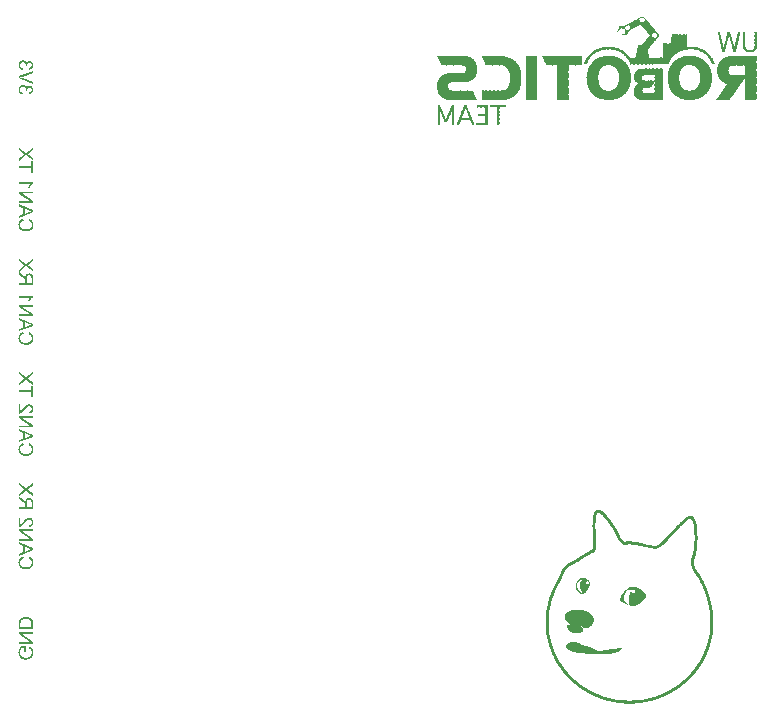
<source format=gbo>
G04*
G04 #@! TF.GenerationSoftware,Altium Limited,Altium Designer,19.1.7 (138)*
G04*
G04 Layer_Color=32896*
%FSAX25Y25*%
%MOIN*%
G70*
G01*
G75*
G36*
X0177059Y0207296D02*
X0177132D01*
Y0207223D01*
X0177353D01*
Y0207149D01*
X0177427D01*
Y0207075D01*
X0177500D01*
Y0207149D01*
X0177574D01*
Y0207075D01*
X0177648D01*
Y0207002D01*
X0177721D01*
Y0206928D01*
X0177795D01*
Y0206855D01*
X0177721D01*
Y0206781D01*
X0177868D01*
Y0206707D01*
Y0206634D01*
X0177942D01*
Y0206560D01*
X0178016D01*
Y0206486D01*
X0178089D01*
Y0206413D01*
X0178163D01*
Y0206339D01*
X0178237D01*
Y0206265D01*
X0178310D01*
Y0206192D01*
X0178384D01*
Y0206118D01*
X0178457D01*
Y0206045D01*
X0178531D01*
Y0205971D01*
Y0205897D01*
X0178678D01*
Y0205824D01*
Y0205750D01*
X0178752D01*
Y0205677D01*
Y0205603D01*
X0178826D01*
Y0205529D01*
X0178899D01*
Y0205456D01*
X0178973D01*
Y0205382D01*
X0179046D01*
Y0205308D01*
X0179120D01*
Y0205235D01*
X0179194D01*
Y0205161D01*
X0179267D01*
Y0205087D01*
X0179341D01*
Y0205014D01*
X0179415D01*
Y0204940D01*
Y0204867D01*
X0179488D01*
Y0204793D01*
Y0204719D01*
X0179636D01*
Y0204646D01*
Y0204572D01*
X0179709D01*
Y0204499D01*
X0179783D01*
Y0204425D01*
X0179856D01*
Y0204351D01*
X0179930D01*
Y0204278D01*
X0180004D01*
Y0204204D01*
X0180077D01*
Y0204130D01*
X0180151D01*
Y0204057D01*
Y0203983D01*
X0180298D01*
Y0203909D01*
Y0203836D01*
X0180445D01*
Y0203762D01*
X0180372D01*
Y0203689D01*
X0180445D01*
Y0203615D01*
X0180519D01*
Y0203541D01*
X0180593D01*
Y0203468D01*
X0180666D01*
Y0203394D01*
X0180740D01*
Y0203321D01*
X0180814D01*
Y0203247D01*
X0180887D01*
Y0203173D01*
X0180961D01*
Y0203100D01*
X0181034D01*
Y0203026D01*
X0180961D01*
Y0202952D01*
X0181108D01*
Y0202879D01*
Y0202805D01*
X0181182D01*
Y0202731D01*
X0181255D01*
Y0202658D01*
X0181329D01*
Y0202584D01*
X0181402D01*
Y0202511D01*
X0181476D01*
Y0202437D01*
X0181550D01*
Y0202363D01*
X0181623D01*
Y0202290D01*
X0181697D01*
Y0202216D01*
X0181771D01*
Y0202143D01*
X0181844D01*
Y0202069D01*
X0181918D01*
Y0201995D01*
X0181992D01*
Y0201922D01*
X0182065D01*
Y0201848D01*
X0182139D01*
Y0201774D01*
X0182212D01*
Y0201701D01*
X0182139D01*
Y0201627D01*
X0182212D01*
Y0201554D01*
Y0201480D01*
X0182286D01*
Y0201406D01*
Y0201333D01*
Y0201259D01*
Y0201185D01*
Y0201112D01*
Y0201038D01*
X0182212D01*
Y0200964D01*
Y0200891D01*
Y0200817D01*
X0182139D01*
Y0200744D01*
X0182065D01*
Y0200670D01*
X0181992D01*
Y0200596D01*
X0182065D01*
Y0200523D01*
X0181918D01*
Y0200449D01*
Y0200376D01*
X0181844D01*
Y0200302D01*
X0181771D01*
Y0200228D01*
X0181697D01*
Y0200155D01*
X0181623D01*
Y0200081D01*
X0181550D01*
Y0200007D01*
X0181476D01*
Y0199934D01*
X0181402D01*
Y0199860D01*
Y0199786D01*
X0181255D01*
Y0199713D01*
X0181329D01*
Y0199639D01*
X0181255D01*
Y0199566D01*
X0181182D01*
Y0199492D01*
X0181108D01*
Y0199418D01*
X0181034D01*
Y0199345D01*
X0180961D01*
Y0199271D01*
X0180887D01*
Y0199197D01*
X0180814D01*
Y0199124D01*
X0180740D01*
Y0199050D01*
X0180666D01*
Y0198977D01*
Y0198903D01*
X0180593D01*
Y0198829D01*
Y0198756D01*
X0180519D01*
Y0198682D01*
X0180445D01*
Y0198609D01*
X0180372D01*
Y0198535D01*
X0180298D01*
Y0198461D01*
X0180225D01*
Y0198388D01*
X0180151D01*
Y0198314D01*
X0180077D01*
Y0198240D01*
Y0198167D01*
X0179930D01*
Y0198093D01*
Y0198020D01*
X0179856D01*
Y0197946D01*
Y0197872D01*
X0179783D01*
Y0197799D01*
X0179709D01*
Y0197725D01*
X0179636D01*
Y0197651D01*
X0179562D01*
Y0197578D01*
X0179488D01*
Y0197504D01*
X0179415D01*
Y0197431D01*
X0179341D01*
Y0197357D01*
X0179267D01*
Y0197283D01*
Y0197210D01*
X0179194D01*
Y0197136D01*
X0179120D01*
Y0197062D01*
Y0196989D01*
X0179046D01*
Y0196915D01*
X0178973D01*
Y0196842D01*
X0178899D01*
Y0196768D01*
X0178826D01*
Y0196694D01*
X0178752D01*
Y0196621D01*
X0178678D01*
Y0196547D01*
X0178605D01*
Y0196474D01*
X0178678D01*
Y0196400D01*
X0178457D01*
Y0196326D01*
X0178531D01*
Y0196253D01*
X0178457D01*
Y0196179D01*
X0178531D01*
Y0196105D01*
X0178457D01*
Y0196032D01*
X0178531D01*
Y0195958D01*
Y0195884D01*
X0178605D01*
Y0195811D01*
Y0195737D01*
X0178678D01*
Y0195664D01*
X0178605D01*
Y0195590D01*
X0178678D01*
Y0195516D01*
Y0195443D01*
Y0195369D01*
X0178752D01*
Y0195295D01*
Y0195222D01*
Y0195148D01*
X0178826D01*
Y0195075D01*
X0178752D01*
Y0195001D01*
X0178826D01*
Y0194927D01*
X0178899D01*
Y0194854D01*
X0178826D01*
Y0194780D01*
X0178899D01*
Y0194706D01*
X0178973D01*
Y0194633D01*
X0178899D01*
Y0194559D01*
X0178973D01*
Y0194486D01*
X0178899D01*
Y0194412D01*
X0178973D01*
Y0194338D01*
X0179046D01*
Y0194265D01*
Y0194191D01*
Y0194117D01*
X0179120D01*
Y0194044D01*
X0179046D01*
Y0193970D01*
X0179120D01*
Y0193897D01*
Y0193823D01*
X0182507D01*
Y0193897D01*
X0182580D01*
Y0193823D01*
X0182801D01*
Y0193897D01*
X0182875D01*
Y0193823D01*
X0182949D01*
Y0193897D01*
X0183022D01*
Y0193823D01*
X0183096D01*
Y0193897D01*
X0183169D01*
Y0193823D01*
X0183243D01*
Y0193897D01*
X0183317D01*
Y0193823D01*
X0183390D01*
Y0193897D01*
X0183464D01*
Y0193823D01*
X0183538D01*
Y0193897D01*
X0183611D01*
Y0193823D01*
X0183685D01*
Y0193897D01*
X0183611D01*
Y0193970D01*
Y0194044D01*
Y0194117D01*
X0183685D01*
Y0194191D01*
X0183611D01*
Y0194265D01*
Y0194338D01*
Y0194412D01*
X0183685D01*
Y0194486D01*
X0183611D01*
Y0194559D01*
Y0194633D01*
Y0194706D01*
X0183685D01*
Y0194780D01*
X0183611D01*
Y0194854D01*
Y0194927D01*
Y0195001D01*
X0183685D01*
Y0195075D01*
X0183611D01*
Y0195148D01*
Y0195222D01*
Y0195295D01*
X0183685D01*
Y0195369D01*
X0183611D01*
Y0195443D01*
Y0195516D01*
Y0195590D01*
X0183685D01*
Y0195664D01*
X0183611D01*
Y0195737D01*
Y0195811D01*
Y0195884D01*
X0183685D01*
Y0195958D01*
X0183611D01*
Y0196032D01*
Y0196105D01*
Y0196179D01*
X0183685D01*
Y0196253D01*
X0183611D01*
Y0196326D01*
Y0196400D01*
Y0196474D01*
X0183685D01*
Y0196547D01*
X0183611D01*
Y0196621D01*
Y0196694D01*
Y0196768D01*
X0183685D01*
Y0196842D01*
X0183611D01*
Y0196915D01*
Y0196989D01*
Y0197062D01*
X0183685D01*
Y0197136D01*
X0183611D01*
Y0197210D01*
Y0197283D01*
Y0197357D01*
X0183685D01*
Y0197431D01*
X0183611D01*
Y0197504D01*
Y0197578D01*
Y0197651D01*
X0183685D01*
Y0197725D01*
X0183611D01*
Y0197799D01*
Y0197872D01*
Y0197946D01*
X0183685D01*
Y0198020D01*
X0183611D01*
Y0198093D01*
Y0198167D01*
Y0198240D01*
X0183685D01*
Y0198314D01*
X0183611D01*
Y0198388D01*
Y0198461D01*
Y0198535D01*
X0185157D01*
Y0198461D01*
X0185231D01*
Y0198535D01*
X0185304D01*
Y0198461D01*
X0185378D01*
Y0198535D01*
X0185452D01*
Y0198461D01*
X0185525D01*
Y0198535D01*
X0185599D01*
Y0198461D01*
X0185673D01*
Y0198535D01*
X0185746D01*
Y0198461D01*
X0185820D01*
Y0198535D01*
X0185893D01*
Y0198461D01*
X0185967D01*
Y0198535D01*
X0186041D01*
Y0198461D01*
X0186114D01*
Y0198535D01*
X0186188D01*
Y0198461D01*
X0186262D01*
Y0198535D01*
X0186335D01*
Y0198461D01*
X0186409D01*
Y0198535D01*
X0186483D01*
Y0198609D01*
Y0198682D01*
Y0198756D01*
Y0198829D01*
Y0198903D01*
Y0198977D01*
Y0199050D01*
Y0199124D01*
Y0199197D01*
Y0199271D01*
Y0199345D01*
Y0199418D01*
Y0199492D01*
Y0199566D01*
Y0199639D01*
Y0199713D01*
Y0199786D01*
Y0199860D01*
Y0199934D01*
Y0200007D01*
Y0200081D01*
X0186556D01*
Y0200155D01*
X0186483D01*
Y0200228D01*
Y0200302D01*
Y0200376D01*
X0186556D01*
Y0200449D01*
X0186483D01*
Y0200523D01*
X0186556D01*
Y0200596D01*
Y0200670D01*
Y0200744D01*
X0186483D01*
Y0200817D01*
X0186556D01*
Y0200891D01*
Y0200964D01*
Y0201038D01*
Y0201112D01*
Y0201185D01*
Y0201259D01*
Y0201333D01*
Y0201406D01*
Y0201480D01*
Y0201554D01*
Y0201627D01*
X0186630D01*
Y0201554D01*
X0186703D01*
Y0201627D01*
X0186777D01*
Y0201554D01*
X0186851D01*
Y0201627D01*
X0186924D01*
Y0201554D01*
X0186998D01*
Y0201627D01*
X0187072D01*
Y0201554D01*
X0187145D01*
Y0201627D01*
X0187219D01*
Y0201554D01*
X0187292D01*
Y0201627D01*
X0187366D01*
Y0201554D01*
X0187440D01*
Y0201627D01*
X0187513D01*
Y0201554D01*
X0187587D01*
Y0201627D01*
X0187661D01*
Y0201554D01*
X0187734D01*
Y0201480D01*
X0187808D01*
Y0201554D01*
X0187881D01*
Y0201627D01*
X0187955D01*
Y0201554D01*
X0188029D01*
Y0201480D01*
X0188102D01*
Y0201554D01*
X0188176D01*
Y0201627D01*
X0188250D01*
Y0201554D01*
X0188323D01*
Y0201480D01*
X0188397D01*
Y0201554D01*
X0188470D01*
Y0201627D01*
X0188544D01*
Y0201554D01*
X0188618D01*
Y0201480D01*
X0188691D01*
Y0201554D01*
X0188765D01*
Y0201480D01*
X0188839D01*
Y0201554D01*
X0188912D01*
Y0201480D01*
X0188986D01*
Y0201554D01*
X0189059D01*
Y0201480D01*
X0189133D01*
Y0201554D01*
X0189207D01*
Y0201480D01*
X0189280D01*
Y0201554D01*
X0189354D01*
Y0201480D01*
X0189427D01*
Y0201554D01*
X0189501D01*
Y0201480D01*
X0189575D01*
Y0201554D01*
X0189648D01*
Y0201480D01*
X0189722D01*
Y0201554D01*
X0189796D01*
Y0201480D01*
X0189869D01*
Y0201554D01*
X0189943D01*
Y0201480D01*
X0190016D01*
Y0201554D01*
X0190090D01*
Y0201480D01*
X0190164D01*
Y0201554D01*
X0190237D01*
Y0201480D01*
X0190311D01*
Y0201554D01*
X0190385D01*
Y0201480D01*
X0190458D01*
Y0201554D01*
X0190532D01*
Y0201480D01*
X0190605D01*
Y0201554D01*
X0190679D01*
Y0201480D01*
X0190753D01*
Y0201554D01*
X0190826D01*
Y0201480D01*
X0190900D01*
Y0201554D01*
X0190974D01*
Y0201480D01*
X0191047D01*
Y0201554D01*
X0191121D01*
Y0201480D01*
X0191194D01*
Y0201554D01*
X0191268D01*
Y0201480D01*
X0191342D01*
Y0201554D01*
X0191415D01*
Y0201480D01*
X0191489D01*
Y0201554D01*
X0191563D01*
Y0201480D01*
Y0201406D01*
Y0201333D01*
Y0201259D01*
Y0201185D01*
X0191636D01*
Y0201112D01*
X0191563D01*
Y0201038D01*
X0191636D01*
Y0200964D01*
X0191563D01*
Y0200891D01*
X0191636D01*
Y0200817D01*
X0191563D01*
Y0200744D01*
X0191636D01*
Y0200670D01*
X0191563D01*
Y0200596D01*
X0191636D01*
Y0200523D01*
X0191563D01*
Y0200449D01*
X0191636D01*
Y0200376D01*
X0191563D01*
Y0200302D01*
X0191636D01*
Y0200228D01*
X0191563D01*
Y0200155D01*
X0191636D01*
Y0200081D01*
X0191563D01*
Y0200007D01*
X0191636D01*
Y0199934D01*
X0191563D01*
Y0199860D01*
X0191636D01*
Y0199786D01*
X0191563D01*
Y0199713D01*
X0191636D01*
Y0199639D01*
X0191563D01*
Y0199566D01*
X0191636D01*
Y0199492D01*
X0191563D01*
Y0199418D01*
X0191636D01*
Y0199345D01*
Y0199271D01*
Y0199197D01*
Y0199124D01*
Y0199050D01*
Y0198977D01*
Y0198903D01*
X0191563D01*
Y0198829D01*
X0191636D01*
Y0198756D01*
Y0198682D01*
Y0198609D01*
Y0198535D01*
Y0198461D01*
Y0198388D01*
Y0198314D01*
Y0198240D01*
Y0198167D01*
Y0198093D01*
Y0198020D01*
X0191710D01*
Y0197946D01*
X0191636D01*
Y0197872D01*
X0191710D01*
Y0197799D01*
Y0197725D01*
Y0197651D01*
X0191636D01*
Y0197578D01*
X0191710D01*
Y0197504D01*
Y0197431D01*
Y0197357D01*
X0191931D01*
Y0197431D01*
X0192004D01*
Y0197357D01*
X0192078D01*
Y0197431D01*
X0192152D01*
Y0197357D01*
X0192225D01*
Y0197431D01*
X0192446D01*
Y0197357D01*
X0192520D01*
Y0197431D01*
X0192741D01*
Y0197357D01*
X0192814D01*
Y0197431D01*
X0193035D01*
Y0197357D01*
X0193109D01*
Y0197431D01*
X0193330D01*
Y0197357D01*
X0193403D01*
Y0197431D01*
X0193477D01*
Y0197357D01*
X0193551D01*
Y0197431D01*
X0193624D01*
Y0197357D01*
X0193698D01*
Y0197431D01*
X0193771D01*
Y0197357D01*
X0194287D01*
Y0197283D01*
X0194508D01*
Y0197357D01*
X0194581D01*
Y0197283D01*
X0194655D01*
Y0197210D01*
X0194728D01*
Y0197283D01*
X0194802D01*
Y0197210D01*
X0195023D01*
Y0197136D01*
X0195097D01*
Y0197210D01*
X0195170D01*
Y0197136D01*
X0195244D01*
Y0197062D01*
X0195317D01*
Y0197136D01*
X0195391D01*
Y0197062D01*
X0195612D01*
Y0196989D01*
X0195686D01*
Y0197062D01*
X0195759D01*
Y0196989D01*
X0195833D01*
Y0196915D01*
X0196054D01*
Y0196842D01*
X0196127D01*
Y0196768D01*
X0196201D01*
Y0196842D01*
X0196275D01*
Y0196768D01*
X0196348D01*
Y0196694D01*
X0196422D01*
Y0196768D01*
X0196495D01*
Y0196694D01*
X0196569D01*
Y0196621D01*
X0196790D01*
Y0196547D01*
X0196864D01*
Y0196474D01*
X0197084D01*
Y0196400D01*
X0197158D01*
Y0196326D01*
X0197379D01*
Y0196253D01*
X0197453D01*
Y0196179D01*
X0197526D01*
Y0196105D01*
X0197600D01*
Y0196032D01*
X0197821D01*
Y0195958D01*
X0197894D01*
Y0195884D01*
X0197968D01*
Y0195811D01*
X0198042D01*
Y0195737D01*
X0198115D01*
Y0195664D01*
X0198189D01*
Y0195590D01*
X0198410D01*
Y0195516D01*
Y0195443D01*
X0198557D01*
Y0195369D01*
X0198630D01*
Y0195295D01*
X0198704D01*
Y0195222D01*
X0198778D01*
Y0195148D01*
X0198851D01*
Y0195075D01*
X0198925D01*
Y0195001D01*
X0198999D01*
Y0194927D01*
X0199072D01*
Y0194854D01*
X0199146D01*
Y0194780D01*
X0199220D01*
Y0194706D01*
X0199293D01*
Y0194633D01*
Y0194559D01*
X0199440D01*
Y0194486D01*
X0199367D01*
Y0194412D01*
X0199514D01*
Y0194338D01*
Y0194265D01*
X0199588D01*
Y0194191D01*
X0199661D01*
Y0194117D01*
X0199735D01*
Y0194044D01*
X0199809D01*
Y0193970D01*
Y0193897D01*
Y0193823D01*
X0199882D01*
Y0193749D01*
X0199956D01*
Y0193676D01*
X0200029D01*
Y0193602D01*
Y0193528D01*
X0200177D01*
Y0193455D01*
X0200103D01*
Y0193381D01*
X0200177D01*
Y0193308D01*
X0200250D01*
Y0193234D01*
X0200324D01*
Y0193160D01*
X0200250D01*
Y0193087D01*
X0200324D01*
Y0193013D01*
X0200397D01*
Y0192939D01*
X0200471D01*
Y0192866D01*
Y0192792D01*
Y0192719D01*
X0200545D01*
Y0192645D01*
X0200618D01*
Y0192571D01*
X0200545D01*
Y0192498D01*
X0200618D01*
Y0192424D01*
X0200692D01*
Y0192350D01*
X0200766D01*
Y0192277D01*
X0200692D01*
Y0192203D01*
X0200766D01*
Y0192130D01*
X0200692D01*
Y0192056D01*
X0200766D01*
Y0191982D01*
X0200839D01*
Y0191909D01*
X0200913D01*
Y0191835D01*
X0200839D01*
Y0191762D01*
X0200766D01*
Y0191688D01*
X0200397D01*
Y0191614D01*
X0200324D01*
Y0191541D01*
X0200250D01*
Y0191614D01*
X0200177D01*
Y0191541D01*
X0199956D01*
Y0191614D01*
X0200029D01*
Y0191688D01*
X0199956D01*
Y0191762D01*
Y0191835D01*
Y0191909D01*
X0199882D01*
Y0191982D01*
X0199809D01*
Y0192056D01*
X0199882D01*
Y0192130D01*
X0199809D01*
Y0192203D01*
X0199735D01*
Y0192277D01*
Y0192350D01*
Y0192424D01*
X0199661D01*
Y0192498D01*
X0199588D01*
Y0192571D01*
X0199514D01*
Y0192645D01*
X0199588D01*
Y0192719D01*
X0199514D01*
Y0192792D01*
X0199440D01*
Y0192866D01*
X0199367D01*
Y0192939D01*
X0199440D01*
Y0193013D01*
X0199367D01*
Y0193087D01*
X0199293D01*
Y0193160D01*
X0199220D01*
Y0193234D01*
Y0193308D01*
X0199072D01*
Y0193381D01*
X0199146D01*
Y0193455D01*
X0199072D01*
Y0193528D01*
X0198999D01*
Y0193602D01*
X0198925D01*
Y0193676D01*
X0198851D01*
Y0193749D01*
X0198778D01*
Y0193823D01*
Y0193897D01*
X0198704D01*
Y0193970D01*
Y0194044D01*
X0198557D01*
Y0194117D01*
Y0194191D01*
X0198483D01*
Y0194265D01*
X0198410D01*
Y0194338D01*
X0198336D01*
Y0194412D01*
X0198262D01*
Y0194486D01*
X0198189D01*
Y0194559D01*
X0198115D01*
Y0194633D01*
X0198042D01*
Y0194706D01*
X0197968D01*
Y0194780D01*
X0197894D01*
Y0194854D01*
X0197821D01*
Y0194927D01*
X0197600D01*
Y0195001D01*
X0197526D01*
Y0195075D01*
X0197453D01*
Y0195148D01*
X0197379D01*
Y0195222D01*
X0197305D01*
Y0195295D01*
X0197232D01*
Y0195369D01*
X0197011D01*
Y0195443D01*
X0196937D01*
Y0195516D01*
X0196790D01*
Y0195590D01*
X0196643D01*
Y0195664D01*
X0196569D01*
Y0195737D01*
X0196495D01*
Y0195811D01*
X0196422D01*
Y0195737D01*
X0196495D01*
Y0195664D01*
X0196422D01*
Y0195737D01*
X0196348D01*
Y0195811D01*
X0196275D01*
Y0195884D01*
X0196201D01*
Y0195811D01*
X0196127D01*
Y0195884D01*
X0196054D01*
Y0195958D01*
X0195833D01*
Y0196032D01*
X0195759D01*
Y0196105D01*
X0195686D01*
Y0196032D01*
X0195612D01*
Y0196105D01*
X0195538D01*
Y0196179D01*
X0195465D01*
Y0196105D01*
X0195391D01*
Y0196179D01*
X0195317D01*
Y0196253D01*
X0195244D01*
Y0196179D01*
X0195170D01*
Y0196253D01*
X0194949D01*
Y0196326D01*
X0194728D01*
Y0196400D01*
X0194213D01*
Y0196474D01*
X0194140D01*
Y0196400D01*
X0194066D01*
Y0196474D01*
X0193992D01*
Y0196547D01*
X0193919D01*
Y0196474D01*
X0193992D01*
Y0196400D01*
X0193919D01*
Y0196474D01*
X0193845D01*
Y0196547D01*
X0193771D01*
Y0196474D01*
X0193698D01*
Y0196547D01*
X0193624D01*
Y0196474D01*
X0193551D01*
Y0196547D01*
X0193477D01*
Y0196474D01*
X0193403D01*
Y0196547D01*
X0192004D01*
Y0196474D01*
X0191931D01*
Y0196547D01*
X0191857D01*
Y0196474D01*
X0191783D01*
Y0196547D01*
X0191710D01*
Y0196474D01*
X0191636D01*
Y0196547D01*
X0191563D01*
Y0196474D01*
X0191636D01*
Y0196400D01*
X0191563D01*
Y0196474D01*
X0191489D01*
Y0196400D01*
X0191415D01*
Y0196474D01*
X0191342D01*
Y0196400D01*
X0190974D01*
Y0196326D01*
X0190900D01*
Y0196400D01*
X0190826D01*
Y0196326D01*
X0190605D01*
Y0196253D01*
X0190385D01*
Y0196179D01*
X0190311D01*
Y0196253D01*
X0190237D01*
Y0196179D01*
X0190164D01*
Y0196105D01*
X0189796D01*
Y0196032D01*
X0189722D01*
Y0195958D01*
X0189501D01*
Y0195884D01*
X0189280D01*
Y0195811D01*
X0189207D01*
Y0195737D01*
X0189133D01*
Y0195811D01*
X0189059D01*
Y0195737D01*
X0189133D01*
Y0195664D01*
X0189059D01*
Y0195737D01*
X0188986D01*
Y0195664D01*
X0188912D01*
Y0195590D01*
X0188691D01*
Y0195516D01*
X0188618D01*
Y0195443D01*
X0188544D01*
Y0195369D01*
X0188323D01*
Y0195295D01*
X0188250D01*
Y0195222D01*
X0188176D01*
Y0195148D01*
X0188102D01*
Y0195075D01*
X0187955D01*
Y0195001D01*
X0187881D01*
Y0194927D01*
X0187734D01*
Y0194854D01*
X0187661D01*
Y0194780D01*
X0187587D01*
Y0194706D01*
X0187513D01*
Y0194633D01*
X0187440D01*
Y0194559D01*
X0187366D01*
Y0194486D01*
X0187292D01*
Y0194412D01*
X0187219D01*
Y0194338D01*
X0187145D01*
Y0194265D01*
X0187072D01*
Y0194191D01*
X0186998D01*
Y0194117D01*
X0186924D01*
Y0194044D01*
X0186851D01*
Y0193970D01*
X0186777D01*
Y0193897D01*
X0186703D01*
Y0193823D01*
Y0193749D01*
X0186630D01*
Y0193676D01*
Y0193602D01*
X0186556D01*
Y0193528D01*
X0186483D01*
Y0193455D01*
X0186409D01*
Y0193381D01*
X0186335D01*
Y0193308D01*
X0186262D01*
Y0193234D01*
X0186335D01*
Y0193160D01*
X0186262D01*
Y0193087D01*
X0186188D01*
Y0193013D01*
X0186114D01*
Y0192939D01*
X0186041D01*
Y0192866D01*
Y0192792D01*
Y0192719D01*
X0185967D01*
Y0192645D01*
X0185893D01*
Y0192571D01*
X0185820D01*
Y0192498D01*
X0185893D01*
Y0192424D01*
X0185820D01*
Y0192350D01*
X0185746D01*
Y0192277D01*
X0185673D01*
Y0192203D01*
X0185746D01*
Y0192130D01*
X0185673D01*
Y0192056D01*
X0185599D01*
Y0191982D01*
X0185525D01*
Y0191909D01*
X0185599D01*
Y0191835D01*
X0185525D01*
Y0191762D01*
Y0191688D01*
Y0191614D01*
X0185452D01*
Y0191541D01*
X0181402D01*
Y0191467D01*
X0181329D01*
Y0191541D01*
X0180814D01*
Y0191467D01*
X0180740D01*
Y0191541D01*
X0180225D01*
Y0191467D01*
X0180151D01*
Y0191541D01*
X0179930D01*
Y0191467D01*
X0179856D01*
Y0191541D01*
X0179783D01*
Y0191467D01*
X0179709D01*
Y0191541D01*
X0179636D01*
Y0191467D01*
X0179562D01*
Y0191541D01*
X0179341D01*
Y0191467D01*
X0179267D01*
Y0191541D01*
X0179194D01*
Y0191467D01*
X0179120D01*
Y0191541D01*
X0179046D01*
Y0191467D01*
X0178973D01*
Y0191541D01*
X0178752D01*
Y0191467D01*
X0178678D01*
Y0191541D01*
X0178605D01*
Y0191467D01*
X0178531D01*
Y0191541D01*
X0178457D01*
Y0191467D01*
X0178384D01*
Y0191541D01*
X0178310D01*
Y0191467D01*
X0178237D01*
Y0191541D01*
X0178163D01*
Y0191467D01*
X0178089D01*
Y0191541D01*
X0178016D01*
Y0191467D01*
X0177942D01*
Y0191541D01*
X0177868D01*
Y0191467D01*
X0177795D01*
Y0191541D01*
X0177721D01*
Y0191467D01*
X0177648D01*
Y0191541D01*
X0177574D01*
Y0191467D01*
X0177500D01*
Y0191541D01*
X0177427D01*
Y0191467D01*
X0177353D01*
Y0191541D01*
X0177279D01*
Y0191467D01*
X0177206D01*
Y0191541D01*
X0177132D01*
Y0191467D01*
X0177059D01*
Y0191541D01*
X0176985D01*
Y0191467D01*
X0176911D01*
Y0191541D01*
X0176838D01*
Y0191467D01*
X0176764D01*
Y0191541D01*
X0176690D01*
Y0191467D01*
X0176617D01*
Y0191541D01*
X0176543D01*
Y0191467D01*
X0176470D01*
Y0191541D01*
X0176396D01*
Y0191467D01*
X0176322D01*
Y0191541D01*
X0176249D01*
Y0191467D01*
X0176175D01*
Y0191541D01*
X0176102D01*
Y0191467D01*
X0176028D01*
Y0191541D01*
X0175954D01*
Y0191467D01*
X0175881D01*
Y0191541D01*
X0175807D01*
Y0191467D01*
X0175733D01*
Y0191541D01*
X0175660D01*
Y0191467D01*
X0175586D01*
Y0191541D01*
X0175513D01*
Y0191467D01*
X0175439D01*
Y0191541D01*
X0175365D01*
Y0191467D01*
X0175292D01*
Y0191541D01*
X0175218D01*
Y0191467D01*
X0175144D01*
Y0191541D01*
X0175071D01*
Y0191467D01*
X0174997D01*
Y0191541D01*
X0174924D01*
Y0191467D01*
X0174850D01*
Y0191541D01*
X0174776D01*
Y0191467D01*
X0174703D01*
Y0191541D01*
X0174629D01*
Y0191467D01*
X0174555D01*
Y0191541D01*
X0174482D01*
Y0191467D01*
X0174408D01*
Y0191541D01*
X0174335D01*
Y0191467D01*
X0174261D01*
Y0191541D01*
X0174187D01*
Y0191467D01*
X0174114D01*
Y0191541D01*
X0174040D01*
Y0191467D01*
X0173966D01*
Y0191541D01*
X0173893D01*
Y0191467D01*
X0173819D01*
Y0191541D01*
X0173746D01*
Y0191467D01*
X0173672D01*
Y0191541D01*
X0173598D01*
Y0191467D01*
X0173525D01*
Y0191541D01*
X0173451D01*
Y0191467D01*
X0173377D01*
Y0191541D01*
X0173304D01*
Y0191467D01*
X0173230D01*
Y0191541D01*
X0173156D01*
Y0191467D01*
X0173083D01*
Y0191541D01*
X0173009D01*
Y0191467D01*
X0172936D01*
Y0191541D01*
X0172862D01*
Y0191467D01*
X0172788D01*
Y0191541D01*
X0172715D01*
Y0191614D01*
Y0191688D01*
Y0191762D01*
X0172641D01*
Y0191835D01*
Y0191909D01*
Y0191982D01*
X0172568D01*
Y0192056D01*
Y0192130D01*
X0172494D01*
Y0192203D01*
Y0192277D01*
X0172420D01*
Y0192350D01*
X0172494D01*
Y0192424D01*
X0172420D01*
Y0192498D01*
X0172347D01*
Y0192571D01*
X0172273D01*
Y0192645D01*
Y0192719D01*
X0172199D01*
Y0192792D01*
Y0192866D01*
X0172126D01*
Y0192939D01*
Y0193013D01*
X0172052D01*
Y0193087D01*
Y0193160D01*
X0171978D01*
Y0193234D01*
X0171905D01*
Y0193308D01*
X0171831D01*
Y0193381D01*
X0171758D01*
Y0193455D01*
Y0193528D01*
Y0193602D01*
X0171684D01*
Y0193676D01*
X0171610D01*
Y0193749D01*
X0171537D01*
Y0193823D01*
X0171463D01*
Y0193897D01*
X0171390D01*
Y0193970D01*
X0171316D01*
Y0194044D01*
X0171242D01*
Y0194117D01*
X0171316D01*
Y0194191D01*
X0171095D01*
Y0194265D01*
X0171169D01*
Y0194338D01*
X0170948D01*
Y0194412D01*
X0171021D01*
Y0194486D01*
X0170801D01*
Y0194559D01*
X0170874D01*
Y0194633D01*
X0170653D01*
Y0194706D01*
X0170727D01*
Y0194780D01*
X0170506D01*
Y0194854D01*
X0170432D01*
Y0194927D01*
X0170359D01*
Y0195001D01*
X0170285D01*
Y0195075D01*
X0170138D01*
Y0195148D01*
Y0195222D01*
X0169917D01*
Y0195295D01*
X0169843D01*
Y0195369D01*
X0169770D01*
Y0195443D01*
X0169696D01*
Y0195516D01*
X0169475D01*
Y0195590D01*
X0169402D01*
Y0195664D01*
X0169181D01*
Y0195737D01*
X0169107D01*
Y0195811D01*
X0168886D01*
Y0195884D01*
X0168813D01*
Y0195958D01*
X0168592D01*
Y0196032D01*
X0168518D01*
Y0195958D01*
X0168445D01*
Y0196032D01*
X0168371D01*
Y0196105D01*
X0168150D01*
Y0196179D01*
X0168077D01*
Y0196105D01*
X0168003D01*
Y0196179D01*
X0167929D01*
Y0196253D01*
X0167708D01*
Y0196326D01*
X0167635D01*
Y0196253D01*
X0167561D01*
Y0196326D01*
X0167340D01*
Y0196400D01*
X0166678D01*
Y0196474D01*
X0166604D01*
Y0196400D01*
X0166530D01*
Y0196474D01*
X0166309D01*
Y0196547D01*
X0166236D01*
Y0196474D01*
X0166162D01*
Y0196547D01*
X0166089D01*
Y0196474D01*
X0166015D01*
Y0196547D01*
X0165941D01*
Y0196474D01*
X0165868D01*
Y0196547D01*
X0165794D01*
Y0196474D01*
X0165720D01*
Y0196547D01*
X0165500D01*
Y0196474D01*
X0165426D01*
Y0196547D01*
X0165352D01*
Y0196474D01*
X0165279D01*
Y0196547D01*
X0165205D01*
Y0196474D01*
X0165131D01*
Y0196547D01*
X0165058D01*
Y0196474D01*
X0164984D01*
Y0196547D01*
X0164911D01*
Y0196474D01*
X0164837D01*
Y0196547D01*
X0164763D01*
Y0196474D01*
X0164690D01*
Y0196547D01*
X0164616D01*
Y0196474D01*
X0164542D01*
Y0196400D01*
X0164469D01*
Y0196474D01*
X0164395D01*
Y0196400D01*
X0164322D01*
Y0196474D01*
X0164248D01*
Y0196400D01*
X0163880D01*
Y0196326D01*
X0163806D01*
Y0196400D01*
X0163733D01*
Y0196326D01*
X0163512D01*
Y0196253D01*
X0163438D01*
Y0196326D01*
X0163365D01*
Y0196253D01*
X0163144D01*
Y0196179D01*
X0163070D01*
Y0196253D01*
X0162996D01*
Y0196179D01*
X0163070D01*
Y0196105D01*
X0162996D01*
Y0196179D01*
X0162923D01*
Y0196105D01*
X0162702D01*
Y0196032D01*
X0162628D01*
Y0196105D01*
X0162555D01*
Y0196032D01*
X0162481D01*
Y0195958D01*
X0162260D01*
Y0195884D01*
X0162187D01*
Y0195811D01*
X0161966D01*
Y0195737D01*
X0161745D01*
Y0195664D01*
X0161671D01*
Y0195590D01*
X0161598D01*
Y0195516D01*
X0161377D01*
Y0195443D01*
X0161303D01*
Y0195369D01*
X0161082D01*
Y0195295D01*
X0161009D01*
Y0195222D01*
X0160935D01*
Y0195148D01*
X0160861D01*
Y0195075D01*
X0160788D01*
Y0195001D01*
X0160714D01*
Y0195075D01*
X0160640D01*
Y0195001D01*
X0160714D01*
Y0194927D01*
X0160493D01*
Y0194854D01*
X0160419D01*
Y0194780D01*
X0160346D01*
Y0194706D01*
X0160272D01*
Y0194633D01*
X0160199D01*
Y0194559D01*
X0160125D01*
Y0194486D01*
X0160051D01*
Y0194412D01*
X0159978D01*
Y0194338D01*
X0159904D01*
Y0194265D01*
X0159830D01*
Y0194191D01*
X0159757D01*
Y0194117D01*
X0159683D01*
Y0194044D01*
X0159610D01*
Y0193970D01*
X0159536D01*
Y0193897D01*
X0159462D01*
Y0193823D01*
Y0193749D01*
X0159315D01*
Y0193676D01*
X0159389D01*
Y0193602D01*
X0159315D01*
Y0193528D01*
X0159242D01*
Y0193455D01*
X0159168D01*
Y0193381D01*
X0159094D01*
Y0193308D01*
X0159021D01*
Y0193234D01*
Y0193160D01*
X0158947D01*
Y0193087D01*
Y0193013D01*
X0158873D01*
Y0192939D01*
X0158800D01*
Y0192866D01*
X0158726D01*
Y0192792D01*
X0158800D01*
Y0192719D01*
X0158726D01*
Y0192645D01*
X0158652D01*
Y0192571D01*
X0158579D01*
Y0192498D01*
Y0192424D01*
X0158505D01*
Y0192350D01*
Y0192277D01*
X0158432D01*
Y0192203D01*
X0158505D01*
Y0192130D01*
X0158432D01*
Y0192056D01*
X0158358D01*
Y0191982D01*
X0158284D01*
Y0191909D01*
X0158358D01*
Y0191835D01*
X0158284D01*
Y0191762D01*
X0158211D01*
Y0191688D01*
Y0191614D01*
Y0191541D01*
X0157990D01*
Y0191614D01*
X0157916D01*
Y0191541D01*
X0157843D01*
Y0191614D01*
X0157622D01*
Y0191688D01*
X0157401D01*
Y0191762D01*
X0157327D01*
Y0191835D01*
X0157401D01*
Y0191909D01*
Y0191982D01*
Y0192056D01*
X0157475D01*
Y0192130D01*
Y0192203D01*
Y0192277D01*
X0157548D01*
Y0192350D01*
X0157622D01*
Y0192424D01*
X0157548D01*
Y0192498D01*
X0157622D01*
Y0192571D01*
X0157695D01*
Y0192645D01*
X0157769D01*
Y0192719D01*
X0157695D01*
Y0192792D01*
X0157769D01*
Y0192866D01*
X0157843D01*
Y0192939D01*
X0157916D01*
Y0193013D01*
X0157843D01*
Y0193087D01*
X0157916D01*
Y0193160D01*
X0157990D01*
Y0193234D01*
X0158064D01*
Y0193308D01*
Y0193381D01*
Y0193455D01*
X0158137D01*
Y0193528D01*
X0158211D01*
Y0193602D01*
X0158284D01*
Y0193676D01*
Y0193749D01*
Y0193823D01*
X0158358D01*
Y0193897D01*
X0158432D01*
Y0193970D01*
X0158505D01*
Y0194044D01*
X0158579D01*
Y0194117D01*
X0158652D01*
Y0194191D01*
Y0194265D01*
X0158726D01*
Y0194338D01*
Y0194412D01*
X0158873D01*
Y0194486D01*
Y0194559D01*
X0158947D01*
Y0194633D01*
X0159021D01*
Y0194706D01*
X0159094D01*
Y0194780D01*
X0159168D01*
Y0194854D01*
X0159242D01*
Y0194927D01*
X0159315D01*
Y0195001D01*
X0159389D01*
Y0195075D01*
X0159462D01*
Y0195148D01*
X0159536D01*
Y0195222D01*
X0159610D01*
Y0195295D01*
X0159683D01*
Y0195369D01*
X0159757D01*
Y0195443D01*
X0159830D01*
Y0195516D01*
X0159904D01*
Y0195590D01*
X0160125D01*
Y0195664D01*
Y0195737D01*
X0160272D01*
Y0195811D01*
X0160346D01*
Y0195884D01*
X0160419D01*
Y0195958D01*
X0160493D01*
Y0196032D01*
X0160714D01*
Y0196105D01*
X0160788D01*
Y0196179D01*
X0160861D01*
Y0196253D01*
X0160935D01*
Y0196179D01*
X0161009D01*
Y0196253D01*
Y0196326D01*
X0161156D01*
Y0196400D01*
X0161229D01*
Y0196474D01*
X0161450D01*
Y0196547D01*
X0161524D01*
Y0196621D01*
X0161745D01*
Y0196694D01*
X0161818D01*
Y0196768D01*
X0161892D01*
Y0196694D01*
X0161966D01*
Y0196768D01*
X0162187D01*
Y0196842D01*
X0162260D01*
Y0196915D01*
X0162481D01*
Y0196989D01*
X0162555D01*
Y0196915D01*
X0162628D01*
Y0196989D01*
X0162702D01*
Y0197062D01*
X0162776D01*
Y0196989D01*
X0162849D01*
Y0197062D01*
X0163070D01*
Y0197136D01*
X0163144D01*
Y0197062D01*
X0163217D01*
Y0197136D01*
X0163291D01*
Y0197210D01*
X0163659D01*
Y0197283D01*
X0163733D01*
Y0197210D01*
X0163806D01*
Y0197283D01*
X0163880D01*
Y0197357D01*
X0163953D01*
Y0197283D01*
X0164027D01*
Y0197357D01*
X0164101D01*
Y0197283D01*
X0164174D01*
Y0197357D01*
X0164837D01*
Y0197431D01*
X0164911D01*
Y0197357D01*
X0165131D01*
Y0197431D01*
X0165205D01*
Y0197357D01*
X0165279D01*
Y0197431D01*
X0165352D01*
Y0197357D01*
X0165426D01*
Y0197431D01*
X0165500D01*
Y0197357D01*
X0165573D01*
Y0197431D01*
X0165647D01*
Y0197357D01*
X0165720D01*
Y0197431D01*
X0165794D01*
Y0197357D01*
X0166015D01*
Y0197431D01*
X0166089D01*
Y0197357D01*
X0166899D01*
Y0197283D01*
X0166972D01*
Y0197357D01*
X0167046D01*
Y0197283D01*
X0167119D01*
Y0197357D01*
X0167193D01*
Y0197283D01*
X0167267D01*
Y0197210D01*
X0167340D01*
Y0197283D01*
X0167414D01*
Y0197210D01*
X0167635D01*
Y0197136D01*
X0167708D01*
Y0197210D01*
X0167782D01*
Y0197136D01*
X0167856D01*
Y0197062D01*
X0167929D01*
Y0197136D01*
X0168003D01*
Y0197062D01*
X0168224D01*
Y0196989D01*
X0168297D01*
Y0197062D01*
X0168371D01*
Y0196989D01*
X0168445D01*
Y0196915D01*
X0168518D01*
Y0196989D01*
X0168592D01*
Y0196915D01*
X0168666D01*
Y0196842D01*
X0168739D01*
Y0196915D01*
X0168813D01*
Y0196842D01*
X0168886D01*
Y0196768D01*
X0169107D01*
Y0196694D01*
X0169181D01*
Y0196621D01*
X0169402D01*
Y0196547D01*
X0169475D01*
Y0196474D01*
X0169696D01*
Y0196400D01*
X0169770D01*
Y0196326D01*
X0169991D01*
Y0196253D01*
X0170064D01*
Y0196179D01*
X0170285D01*
Y0196105D01*
X0170359D01*
Y0196032D01*
X0170432D01*
Y0195958D01*
X0170506D01*
Y0195884D01*
X0170727D01*
Y0195811D01*
X0170801D01*
Y0195737D01*
X0170874D01*
Y0195664D01*
X0170948D01*
Y0195590D01*
X0171021D01*
Y0195516D01*
X0171095D01*
Y0195443D01*
X0171169D01*
Y0195369D01*
X0171242D01*
Y0195295D01*
X0171390D01*
Y0195222D01*
Y0195148D01*
X0171537D01*
Y0195075D01*
Y0195001D01*
X0171684D01*
Y0194927D01*
Y0194854D01*
X0171758D01*
Y0194780D01*
X0171831D01*
Y0194706D01*
X0171905D01*
Y0194633D01*
X0171978D01*
Y0194559D01*
X0172052D01*
Y0194486D01*
X0172126D01*
Y0194412D01*
X0172199D01*
Y0194338D01*
X0172273D01*
Y0194265D01*
X0172347D01*
Y0194191D01*
Y0194117D01*
X0172494D01*
Y0194044D01*
X0172420D01*
Y0193970D01*
X0172494D01*
Y0193897D01*
X0172568D01*
Y0193823D01*
X0172641D01*
Y0193749D01*
X0172715D01*
Y0193823D01*
X0172788D01*
Y0193749D01*
X0173009D01*
Y0193823D01*
X0173083D01*
Y0193749D01*
X0173156D01*
Y0193823D01*
X0173230D01*
Y0193749D01*
X0173304D01*
Y0193823D01*
X0173377D01*
Y0193749D01*
X0173451D01*
Y0193823D01*
X0173525D01*
Y0193749D01*
X0173598D01*
Y0193823D01*
X0173672D01*
Y0193749D01*
X0173746D01*
Y0193823D01*
X0173819D01*
Y0193749D01*
X0173893D01*
Y0193823D01*
X0173966D01*
Y0193749D01*
X0174040D01*
Y0193823D01*
X0174114D01*
Y0193749D01*
X0174187D01*
Y0193823D01*
X0174261D01*
Y0193749D01*
X0174335D01*
Y0193823D01*
X0174408D01*
Y0193897D01*
X0174482D01*
Y0193970D01*
X0174408D01*
Y0194044D01*
X0174482D01*
Y0194117D01*
X0174555D01*
Y0194191D01*
X0174482D01*
Y0194265D01*
X0174555D01*
Y0194338D01*
X0174482D01*
Y0194412D01*
X0174555D01*
Y0194486D01*
X0174629D01*
Y0194559D01*
Y0194633D01*
Y0194706D01*
X0174703D01*
Y0194780D01*
X0174629D01*
Y0194854D01*
X0174703D01*
Y0194927D01*
Y0195001D01*
Y0195075D01*
X0174776D01*
Y0195148D01*
Y0195222D01*
Y0195295D01*
X0174850D01*
Y0195369D01*
X0174776D01*
Y0195443D01*
X0174850D01*
Y0195516D01*
X0174776D01*
Y0195590D01*
X0174850D01*
Y0195664D01*
X0174924D01*
Y0195737D01*
Y0195811D01*
Y0195884D01*
X0174997D01*
Y0195958D01*
X0174924D01*
Y0196032D01*
X0174997D01*
Y0196105D01*
Y0196179D01*
Y0196253D01*
X0175071D01*
Y0196326D01*
Y0196400D01*
Y0196474D01*
X0175144D01*
Y0196547D01*
X0175071D01*
Y0196621D01*
X0175144D01*
Y0196694D01*
Y0196768D01*
Y0196842D01*
X0175218D01*
Y0196915D01*
X0175292D01*
Y0196989D01*
X0175218D01*
Y0197062D01*
X0175292D01*
Y0197136D01*
X0175218D01*
Y0197210D01*
X0175292D01*
Y0197283D01*
Y0197357D01*
X0175365D01*
Y0197431D01*
Y0197504D01*
Y0197578D01*
Y0197651D01*
X0175439D01*
Y0197725D01*
Y0197799D01*
Y0197872D01*
X0175513D01*
Y0197946D01*
X0175586D01*
Y0198020D01*
X0175660D01*
Y0197946D01*
X0175733D01*
Y0198020D01*
X0175807D01*
Y0197946D01*
X0175881D01*
Y0198020D01*
X0175954D01*
Y0197946D01*
X0176028D01*
Y0198020D01*
X0176102D01*
Y0197946D01*
X0176175D01*
Y0198020D01*
X0176249D01*
Y0197946D01*
X0176322D01*
Y0198020D01*
X0176396D01*
Y0197946D01*
X0176470D01*
Y0198020D01*
X0176543D01*
Y0197946D01*
X0176617D01*
Y0198020D01*
Y0198093D01*
X0176690D01*
Y0198167D01*
Y0198240D01*
X0176911D01*
Y0198314D01*
X0176838D01*
Y0198388D01*
X0176911D01*
Y0198461D01*
X0176985D01*
Y0198535D01*
X0177059D01*
Y0198609D01*
X0177132D01*
Y0198682D01*
X0177206D01*
Y0198756D01*
X0177279D01*
Y0198829D01*
X0177353D01*
Y0198903D01*
X0177279D01*
Y0198977D01*
X0177427D01*
Y0199050D01*
Y0199124D01*
X0177500D01*
Y0199197D01*
X0177574D01*
Y0199271D01*
X0177648D01*
Y0199345D01*
X0177721D01*
Y0199418D01*
X0177795D01*
Y0199492D01*
X0177868D01*
Y0199566D01*
X0177942D01*
Y0199639D01*
Y0199713D01*
X0178089D01*
Y0199786D01*
X0178016D01*
Y0199860D01*
X0178089D01*
Y0199934D01*
X0178163D01*
Y0200007D01*
X0178237D01*
Y0200081D01*
X0178310D01*
Y0200155D01*
X0178384D01*
Y0200228D01*
X0178457D01*
Y0200302D01*
X0178531D01*
Y0200376D01*
X0178605D01*
Y0200449D01*
X0178678D01*
Y0200523D01*
X0178605D01*
Y0200596D01*
X0178752D01*
Y0200670D01*
Y0200744D01*
X0178826D01*
Y0200817D01*
X0178899D01*
Y0200891D01*
X0178973D01*
Y0200964D01*
X0179046D01*
Y0201038D01*
X0179120D01*
Y0201112D01*
X0179194D01*
Y0201185D01*
X0179267D01*
Y0201259D01*
X0179194D01*
Y0201333D01*
X0179120D01*
Y0201406D01*
X0179046D01*
Y0201480D01*
X0178973D01*
Y0201554D01*
X0178899D01*
Y0201627D01*
X0178826D01*
Y0201701D01*
X0178752D01*
Y0201774D01*
Y0201848D01*
X0178678D01*
Y0201922D01*
Y0201995D01*
X0178605D01*
Y0202069D01*
X0178531D01*
Y0202143D01*
X0178457D01*
Y0202216D01*
X0178384D01*
Y0202290D01*
X0178310D01*
Y0202363D01*
Y0202437D01*
X0178163D01*
Y0202511D01*
X0178237D01*
Y0202584D01*
X0178016D01*
Y0202658D01*
X0178089D01*
Y0202731D01*
X0177942D01*
Y0202805D01*
Y0202879D01*
X0177868D01*
Y0202952D01*
X0177795D01*
Y0203026D01*
X0177721D01*
Y0203100D01*
X0177648D01*
Y0203173D01*
X0177574D01*
Y0203247D01*
X0177500D01*
Y0203321D01*
X0177427D01*
Y0203394D01*
X0177353D01*
Y0203468D01*
X0177279D01*
Y0203541D01*
X0177206D01*
Y0203615D01*
X0177132D01*
Y0203689D01*
X0177059D01*
Y0203762D01*
X0176985D01*
Y0203836D01*
Y0203909D01*
X0176911D01*
Y0203983D01*
X0176838D01*
Y0204057D01*
X0176764D01*
Y0204130D01*
Y0204204D01*
X0176690D01*
Y0204278D01*
X0176617D01*
Y0204351D01*
X0176543D01*
Y0204425D01*
X0176470D01*
Y0204499D01*
X0176396D01*
Y0204572D01*
Y0204646D01*
X0176249D01*
Y0204719D01*
X0176322D01*
Y0204793D01*
X0176102D01*
Y0204719D01*
X0176028D01*
Y0204793D01*
X0175954D01*
Y0204719D01*
X0176028D01*
Y0204646D01*
X0175807D01*
Y0204572D01*
X0175733D01*
Y0204499D01*
X0175513D01*
Y0204425D01*
X0175439D01*
Y0204351D01*
X0175218D01*
Y0204278D01*
X0175144D01*
Y0204204D01*
X0174924D01*
Y0204130D01*
X0174850D01*
Y0204057D01*
X0174776D01*
Y0203983D01*
X0174703D01*
Y0203909D01*
X0174482D01*
Y0203836D01*
X0174408D01*
Y0203762D01*
X0174187D01*
Y0203689D01*
X0174114D01*
Y0203615D01*
X0173893D01*
Y0203541D01*
X0173819D01*
Y0203468D01*
X0173672D01*
Y0203394D01*
X0173525D01*
Y0203321D01*
X0173451D01*
Y0203247D01*
X0173377D01*
Y0203173D01*
X0173156D01*
Y0203100D01*
X0173083D01*
Y0203026D01*
X0172862D01*
Y0202952D01*
X0172788D01*
Y0202879D01*
X0172568D01*
Y0202805D01*
X0172494D01*
Y0202731D01*
X0172273D01*
Y0202658D01*
Y0202584D01*
X0172199D01*
Y0202511D01*
Y0202437D01*
X0172126D01*
Y0202363D01*
X0172199D01*
Y0202290D01*
X0172126D01*
Y0202216D01*
X0172052D01*
Y0202143D01*
X0171978D01*
Y0202069D01*
X0172052D01*
Y0201995D01*
X0171978D01*
Y0201922D01*
X0171905D01*
Y0201848D01*
X0171831D01*
Y0201774D01*
X0171905D01*
Y0201701D01*
X0171831D01*
Y0201627D01*
Y0201554D01*
X0171758D01*
Y0201480D01*
Y0201406D01*
X0171684D01*
Y0201333D01*
X0171610D01*
Y0201259D01*
X0171537D01*
Y0201333D01*
X0171463D01*
Y0201259D01*
X0171390D01*
Y0201333D01*
X0171316D01*
Y0201259D01*
X0171242D01*
Y0201333D01*
X0171169D01*
Y0201259D01*
X0171095D01*
Y0201333D01*
X0171021D01*
Y0201259D01*
X0170948D01*
Y0201333D01*
X0170874D01*
Y0201259D01*
X0170801D01*
Y0201333D01*
X0170727D01*
Y0201259D01*
X0169181D01*
Y0201333D01*
X0169402D01*
Y0201406D01*
X0169475D01*
Y0201480D01*
X0169549D01*
Y0201406D01*
X0169623D01*
Y0201480D01*
X0169843D01*
Y0201554D01*
X0169917D01*
Y0201480D01*
X0169991D01*
Y0201554D01*
X0170064D01*
Y0201627D01*
X0170138D01*
Y0201554D01*
X0170212D01*
Y0201627D01*
X0170432D01*
Y0201701D01*
X0170653D01*
Y0201774D01*
X0171021D01*
Y0201848D01*
Y0201922D01*
Y0201995D01*
X0170948D01*
Y0202069D01*
X0171021D01*
Y0202143D01*
X0170948D01*
Y0202216D01*
X0171021D01*
Y0202290D01*
X0170948D01*
Y0202363D01*
X0171021D01*
Y0202437D01*
X0170948D01*
Y0202511D01*
Y0202584D01*
Y0202658D01*
Y0202731D01*
Y0202805D01*
X0170874D01*
Y0202879D01*
Y0202952D01*
Y0203026D01*
Y0203100D01*
Y0203173D01*
X0170653D01*
Y0203247D01*
X0170580D01*
Y0203321D01*
X0170359D01*
Y0203394D01*
X0170285D01*
Y0203468D01*
X0170212D01*
Y0203394D01*
X0170138D01*
Y0203468D01*
X0169917D01*
Y0203541D01*
X0169843D01*
Y0203615D01*
X0169475D01*
Y0203541D01*
X0169549D01*
Y0203468D01*
X0169328D01*
Y0203394D01*
X0169402D01*
Y0203321D01*
X0169328D01*
Y0203247D01*
X0169254D01*
Y0203173D01*
X0169181D01*
Y0203100D01*
X0169107D01*
Y0203026D01*
X0169034D01*
Y0202952D01*
X0168960D01*
Y0202879D01*
X0168886D01*
Y0202805D01*
X0168813D01*
Y0202731D01*
X0168739D01*
Y0202658D01*
Y0202584D01*
X0168666D01*
Y0202511D01*
Y0202437D01*
X0168518D01*
Y0202363D01*
Y0202290D01*
X0168445D01*
Y0202216D01*
X0168371D01*
Y0202290D01*
X0168297D01*
Y0202363D01*
X0168371D01*
Y0202437D01*
X0168445D01*
Y0202511D01*
X0168518D01*
Y0202584D01*
X0168445D01*
Y0202658D01*
X0168518D01*
Y0202731D01*
X0168592D01*
Y0202805D01*
X0168518D01*
Y0202879D01*
X0168592D01*
Y0202952D01*
X0168666D01*
Y0203026D01*
Y0203100D01*
Y0203173D01*
X0168739D01*
Y0203247D01*
X0168813D01*
Y0203321D01*
X0168739D01*
Y0203394D01*
X0168813D01*
Y0203468D01*
X0168886D01*
Y0203541D01*
X0168960D01*
Y0203615D01*
X0168886D01*
Y0203689D01*
X0168960D01*
Y0203762D01*
X0169034D01*
Y0203836D01*
Y0203909D01*
Y0203983D01*
X0169107D01*
Y0204057D01*
Y0204130D01*
Y0204204D01*
X0169181D01*
Y0204278D01*
X0169254D01*
Y0204351D01*
X0169328D01*
Y0204425D01*
X0169402D01*
Y0204351D01*
X0169475D01*
Y0204425D01*
X0169549D01*
Y0204351D01*
X0169623D01*
Y0204278D01*
X0169696D01*
Y0204351D01*
X0169770D01*
Y0204278D01*
X0169843D01*
Y0204351D01*
X0169917D01*
Y0204278D01*
X0169991D01*
Y0204351D01*
X0170064D01*
Y0204278D01*
X0170138D01*
Y0204351D01*
X0170212D01*
Y0204278D01*
X0170727D01*
Y0204204D01*
X0170801D01*
Y0204278D01*
X0170874D01*
Y0204351D01*
X0170801D01*
Y0204425D01*
X0171021D01*
Y0204499D01*
X0171095D01*
Y0204572D01*
X0171316D01*
Y0204646D01*
X0171390D01*
Y0204719D01*
X0171610D01*
Y0204793D01*
X0171684D01*
Y0204867D01*
X0171758D01*
Y0204940D01*
X0171831D01*
Y0205014D01*
X0171905D01*
Y0204940D01*
X0171978D01*
Y0205014D01*
X0172052D01*
Y0205087D01*
X0172126D01*
Y0205014D01*
X0172199D01*
Y0205087D01*
Y0205161D01*
X0172347D01*
Y0205235D01*
X0172420D01*
Y0205308D01*
X0172641D01*
Y0205382D01*
X0172715D01*
Y0205456D01*
X0172936D01*
Y0205529D01*
X0173009D01*
Y0205603D01*
X0173230D01*
Y0205677D01*
X0173304D01*
Y0205750D01*
X0173525D01*
Y0205824D01*
X0173598D01*
Y0205897D01*
X0173672D01*
Y0205971D01*
X0173746D01*
Y0205897D01*
X0173819D01*
Y0205971D01*
X0173893D01*
Y0206045D01*
X0173966D01*
Y0206118D01*
X0174040D01*
Y0206192D01*
X0174261D01*
Y0206265D01*
X0174335D01*
Y0206339D01*
X0174555D01*
Y0206413D01*
X0174629D01*
Y0206486D01*
X0174850D01*
Y0206560D01*
X0174924D01*
Y0206634D01*
X0175144D01*
Y0206707D01*
X0175218D01*
Y0206781D01*
X0175439D01*
Y0206855D01*
X0175513D01*
Y0206928D01*
X0175586D01*
Y0207002D01*
X0175660D01*
Y0207075D01*
X0175881D01*
Y0207149D01*
X0175954D01*
Y0207223D01*
X0176175D01*
Y0207296D01*
X0176249D01*
Y0207370D01*
X0176322D01*
Y0207296D01*
X0176396D01*
Y0207370D01*
X0176911D01*
Y0207296D01*
X0176985D01*
Y0207370D01*
X0177059D01*
Y0207296D01*
D02*
G37*
G36*
X0215049Y0202290D02*
X0214975D01*
Y0202216D01*
X0215049D01*
Y0202143D01*
X0214975D01*
Y0202069D01*
X0215049D01*
Y0201995D01*
X0214975D01*
Y0201922D01*
X0215049D01*
Y0201848D01*
X0214975D01*
Y0201774D01*
X0215049D01*
Y0201701D01*
X0214975D01*
Y0201627D01*
X0215049D01*
Y0201554D01*
X0214975D01*
Y0201480D01*
X0215049D01*
Y0201406D01*
X0214975D01*
Y0201333D01*
X0215049D01*
Y0201259D01*
X0214975D01*
Y0201185D01*
X0215049D01*
Y0201112D01*
X0214975D01*
Y0201038D01*
X0215049D01*
Y0200964D01*
X0214975D01*
Y0200891D01*
X0215049D01*
Y0200817D01*
X0214975D01*
Y0200744D01*
X0215049D01*
Y0200670D01*
X0214975D01*
Y0200596D01*
X0215049D01*
Y0200523D01*
X0214975D01*
Y0200449D01*
X0215049D01*
Y0200376D01*
X0214975D01*
Y0200302D01*
X0215049D01*
Y0200228D01*
X0214975D01*
Y0200155D01*
X0215049D01*
Y0200081D01*
X0214975D01*
Y0200007D01*
X0215049D01*
Y0199934D01*
X0214975D01*
Y0199860D01*
X0215049D01*
Y0199786D01*
X0214975D01*
Y0199713D01*
X0215049D01*
Y0199639D01*
X0214975D01*
Y0199566D01*
X0215049D01*
Y0199492D01*
X0214975D01*
Y0199418D01*
X0215049D01*
Y0199345D01*
X0214975D01*
Y0199271D01*
X0215049D01*
Y0199197D01*
X0214975D01*
Y0199124D01*
X0215049D01*
Y0199050D01*
X0214975D01*
Y0198977D01*
X0215049D01*
Y0198903D01*
X0214975D01*
Y0198829D01*
X0215049D01*
Y0198756D01*
X0214975D01*
Y0198682D01*
X0215049D01*
Y0198609D01*
X0214975D01*
Y0198535D01*
X0215049D01*
Y0198461D01*
X0214975D01*
Y0198388D01*
X0215049D01*
Y0198314D01*
X0214975D01*
Y0198240D01*
X0215049D01*
Y0198167D01*
X0214975D01*
Y0198093D01*
X0215049D01*
Y0198020D01*
X0214975D01*
Y0197946D01*
X0215049D01*
Y0197872D01*
X0214975D01*
Y0197799D01*
X0215049D01*
Y0197725D01*
X0214975D01*
Y0197651D01*
X0215049D01*
Y0197578D01*
X0214975D01*
Y0197504D01*
X0215049D01*
Y0197431D01*
X0214975D01*
Y0197357D01*
Y0197283D01*
Y0197210D01*
Y0197136D01*
Y0197062D01*
X0214901D01*
Y0196989D01*
X0214975D01*
Y0196915D01*
X0214901D01*
Y0196842D01*
X0214828D01*
Y0196768D01*
X0214901D01*
Y0196694D01*
X0214828D01*
Y0196621D01*
X0214754D01*
Y0196547D01*
Y0196474D01*
Y0196400D01*
X0214681D01*
Y0196326D01*
X0214607D01*
Y0196253D01*
X0214533D01*
Y0196179D01*
X0214460D01*
Y0196105D01*
X0214386D01*
Y0196032D01*
X0214313D01*
Y0195958D01*
X0214092D01*
Y0195884D01*
X0214018D01*
Y0195811D01*
X0213797D01*
Y0195737D01*
X0213576D01*
Y0195664D01*
X0213208D01*
Y0195590D01*
X0213135D01*
Y0195664D01*
X0213061D01*
Y0195590D01*
X0213135D01*
Y0195516D01*
X0213061D01*
Y0195590D01*
X0212840D01*
Y0195664D01*
X0212766D01*
Y0195590D01*
X0212840D01*
Y0195516D01*
X0212766D01*
Y0195590D01*
X0212546D01*
Y0195664D01*
X0212472D01*
Y0195590D01*
X0212546D01*
Y0195516D01*
X0212472D01*
Y0195590D01*
X0212251D01*
Y0195664D01*
X0212177D01*
Y0195590D01*
X0212251D01*
Y0195516D01*
X0212177D01*
Y0195590D01*
X0212104D01*
Y0195664D01*
X0212030D01*
Y0195590D01*
X0211957D01*
Y0195664D01*
X0211588D01*
Y0195737D01*
X0211515D01*
Y0195811D01*
X0211294D01*
Y0195884D01*
X0211220D01*
Y0195958D01*
X0211073D01*
Y0196032D01*
X0210999D01*
Y0196105D01*
X0210852D01*
Y0196179D01*
X0210779D01*
Y0196253D01*
X0210705D01*
Y0196326D01*
Y0196400D01*
X0210631D01*
Y0196474D01*
Y0196547D01*
X0210558D01*
Y0196621D01*
X0210484D01*
Y0196694D01*
X0210410D01*
Y0196768D01*
X0210484D01*
Y0196842D01*
X0210410D01*
Y0196915D01*
Y0196989D01*
Y0197062D01*
Y0197136D01*
Y0197210D01*
X0210337D01*
Y0197283D01*
Y0197357D01*
Y0197431D01*
X0210263D01*
Y0197504D01*
X0210337D01*
Y0197578D01*
X0210263D01*
Y0197651D01*
X0210337D01*
Y0197725D01*
X0210263D01*
Y0197799D01*
X0210337D01*
Y0197872D01*
X0210263D01*
Y0197946D01*
X0210337D01*
Y0198020D01*
X0210263D01*
Y0198093D01*
X0210337D01*
Y0198167D01*
X0210263D01*
Y0198240D01*
X0210337D01*
Y0198314D01*
X0210263D01*
Y0198388D01*
X0210337D01*
Y0198461D01*
X0210263D01*
Y0198535D01*
X0210337D01*
Y0198609D01*
X0210263D01*
Y0198682D01*
X0210337D01*
Y0198756D01*
X0210263D01*
Y0198829D01*
X0210337D01*
Y0198903D01*
X0210263D01*
Y0198977D01*
X0210337D01*
Y0199050D01*
X0210263D01*
Y0199124D01*
X0210337D01*
Y0199197D01*
X0210263D01*
Y0199271D01*
X0210337D01*
Y0199345D01*
X0210263D01*
Y0199418D01*
X0210337D01*
Y0199492D01*
X0210263D01*
Y0199566D01*
X0210337D01*
Y0199639D01*
X0210263D01*
Y0199713D01*
X0210337D01*
Y0199786D01*
X0210263D01*
Y0199860D01*
X0210337D01*
Y0199934D01*
X0210263D01*
Y0200007D01*
X0210337D01*
Y0200081D01*
X0210263D01*
Y0200155D01*
X0210337D01*
Y0200228D01*
X0210263D01*
Y0200302D01*
X0210337D01*
Y0200376D01*
X0210263D01*
Y0200449D01*
X0210337D01*
Y0200523D01*
X0210263D01*
Y0200596D01*
X0210337D01*
Y0200670D01*
X0210263D01*
Y0200744D01*
X0210337D01*
Y0200817D01*
X0210263D01*
Y0200891D01*
X0210337D01*
Y0200964D01*
X0210263D01*
Y0201038D01*
X0210337D01*
Y0201112D01*
X0210263D01*
Y0201185D01*
X0210337D01*
Y0201259D01*
X0210263D01*
Y0201333D01*
X0210337D01*
Y0201406D01*
X0210263D01*
Y0201480D01*
X0210337D01*
Y0201554D01*
X0210263D01*
Y0201627D01*
X0210337D01*
Y0201701D01*
X0210263D01*
Y0201774D01*
X0210337D01*
Y0201848D01*
X0210263D01*
Y0201922D01*
X0210337D01*
Y0201995D01*
X0210263D01*
Y0202069D01*
X0210337D01*
Y0202143D01*
X0210263D01*
Y0202216D01*
X0210337D01*
Y0202290D01*
X0210263D01*
Y0202363D01*
X0210484D01*
Y0202290D01*
X0210558D01*
Y0202363D01*
X0211073D01*
Y0202290D01*
Y0202216D01*
Y0202143D01*
Y0202069D01*
Y0201995D01*
Y0201922D01*
Y0201848D01*
Y0201774D01*
Y0201701D01*
Y0201627D01*
Y0201554D01*
Y0201480D01*
Y0201406D01*
Y0201333D01*
Y0201259D01*
Y0201185D01*
Y0201112D01*
Y0201038D01*
Y0200964D01*
Y0200891D01*
Y0200817D01*
Y0200744D01*
Y0200670D01*
Y0200596D01*
Y0200523D01*
Y0200449D01*
Y0200376D01*
Y0200302D01*
Y0200228D01*
Y0200155D01*
Y0200081D01*
Y0200007D01*
Y0199934D01*
Y0199860D01*
Y0199786D01*
Y0199713D01*
Y0199639D01*
Y0199566D01*
Y0199492D01*
Y0199418D01*
Y0199345D01*
Y0199271D01*
Y0199197D01*
Y0199124D01*
Y0199050D01*
Y0198977D01*
Y0198903D01*
Y0198829D01*
Y0198756D01*
Y0198682D01*
Y0198609D01*
Y0198535D01*
Y0198461D01*
Y0198388D01*
Y0198314D01*
Y0198240D01*
Y0198167D01*
Y0198093D01*
Y0198020D01*
Y0197946D01*
Y0197872D01*
Y0197799D01*
Y0197725D01*
X0211147D01*
Y0197651D01*
X0211073D01*
Y0197578D01*
X0211147D01*
Y0197504D01*
Y0197431D01*
Y0197357D01*
Y0197283D01*
Y0197210D01*
X0211220D01*
Y0197136D01*
X0211147D01*
Y0197062D01*
X0211220D01*
Y0196989D01*
Y0196915D01*
X0211294D01*
Y0196842D01*
Y0196768D01*
X0211368D01*
Y0196694D01*
X0211441D01*
Y0196621D01*
X0211515D01*
Y0196547D01*
X0211588D01*
Y0196474D01*
X0211662D01*
Y0196400D01*
X0211736D01*
Y0196326D01*
X0211809D01*
Y0196400D01*
X0211883D01*
Y0196326D01*
X0212104D01*
Y0196253D01*
X0212177D01*
Y0196326D01*
X0212251D01*
Y0196253D01*
X0212472D01*
Y0196179D01*
X0212546D01*
Y0196253D01*
X0212766D01*
Y0196179D01*
X0212840D01*
Y0196253D01*
X0212914D01*
Y0196326D01*
X0212987D01*
Y0196253D01*
X0213061D01*
Y0196326D01*
X0213282D01*
Y0196400D01*
X0213355D01*
Y0196474D01*
X0213429D01*
Y0196400D01*
X0213503D01*
Y0196474D01*
X0213723D01*
Y0196547D01*
Y0196621D01*
X0213871D01*
Y0196694D01*
Y0196768D01*
X0213944D01*
Y0196842D01*
Y0196915D01*
X0214018D01*
Y0196989D01*
X0214092D01*
Y0197062D01*
X0214018D01*
Y0197136D01*
X0214092D01*
Y0197210D01*
X0214165D01*
Y0197283D01*
X0214092D01*
Y0197357D01*
X0214165D01*
Y0197431D01*
X0214092D01*
Y0197504D01*
X0214165D01*
Y0197578D01*
X0214092D01*
Y0197651D01*
X0214165D01*
Y0197725D01*
X0214092D01*
Y0197799D01*
X0214165D01*
Y0197872D01*
X0214092D01*
Y0197946D01*
X0214165D01*
Y0198020D01*
X0214092D01*
Y0198093D01*
X0214165D01*
Y0198167D01*
X0214092D01*
Y0198240D01*
X0214165D01*
Y0198314D01*
X0214092D01*
Y0198388D01*
X0214165D01*
Y0198461D01*
X0214092D01*
Y0198535D01*
X0214165D01*
Y0198609D01*
X0214092D01*
Y0198682D01*
X0214165D01*
Y0198756D01*
X0214092D01*
Y0198829D01*
X0214165D01*
Y0198903D01*
X0214092D01*
Y0198977D01*
X0214165D01*
Y0199050D01*
X0214092D01*
Y0199124D01*
X0214165D01*
Y0199197D01*
X0214092D01*
Y0199271D01*
X0214165D01*
Y0199345D01*
X0214092D01*
Y0199418D01*
X0214165D01*
Y0199492D01*
X0214092D01*
Y0199566D01*
X0214165D01*
Y0199639D01*
X0214092D01*
Y0199713D01*
X0214165D01*
Y0199786D01*
X0214092D01*
Y0199860D01*
X0214165D01*
Y0199934D01*
X0214092D01*
Y0200007D01*
X0214165D01*
Y0200081D01*
X0214092D01*
Y0200155D01*
X0214165D01*
Y0200228D01*
X0214092D01*
Y0200302D01*
X0214165D01*
Y0200376D01*
X0214092D01*
Y0200449D01*
X0214165D01*
Y0200523D01*
X0214092D01*
Y0200596D01*
X0214165D01*
Y0200670D01*
X0214092D01*
Y0200744D01*
X0214165D01*
Y0200817D01*
X0214092D01*
Y0200891D01*
X0214165D01*
Y0200964D01*
X0214092D01*
Y0201038D01*
X0214165D01*
Y0201112D01*
X0214092D01*
Y0201185D01*
X0214165D01*
Y0201259D01*
X0214092D01*
Y0201333D01*
X0214165D01*
Y0201406D01*
X0214092D01*
Y0201480D01*
X0214165D01*
Y0201554D01*
X0214092D01*
Y0201627D01*
X0214165D01*
Y0201701D01*
X0214092D01*
Y0201774D01*
X0214165D01*
Y0201848D01*
X0214092D01*
Y0201922D01*
X0214165D01*
Y0201995D01*
X0214092D01*
Y0202069D01*
X0214165D01*
Y0202143D01*
X0214092D01*
Y0202216D01*
X0214165D01*
Y0202290D01*
Y0202363D01*
X0214607D01*
Y0202290D01*
X0214681D01*
Y0202363D01*
X0215049D01*
Y0202290D01*
D02*
G37*
G36*
X0209453D02*
X0209380D01*
Y0202216D01*
X0209453D01*
Y0202143D01*
X0209380D01*
Y0202069D01*
Y0201995D01*
Y0201922D01*
X0209306D01*
Y0201848D01*
X0209232D01*
Y0201774D01*
X0209306D01*
Y0201701D01*
X0209232D01*
Y0201627D01*
X0209306D01*
Y0201554D01*
X0209232D01*
Y0201480D01*
X0209306D01*
Y0201406D01*
X0209232D01*
Y0201333D01*
X0209159D01*
Y0201259D01*
Y0201185D01*
Y0201112D01*
X0209085D01*
Y0201038D01*
X0209159D01*
Y0200964D01*
X0209085D01*
Y0200891D01*
Y0200817D01*
Y0200744D01*
Y0200670D01*
Y0200596D01*
X0209012D01*
Y0200523D01*
Y0200449D01*
Y0200376D01*
X0208938D01*
Y0200302D01*
X0209012D01*
Y0200228D01*
X0208938D01*
Y0200155D01*
Y0200081D01*
Y0200007D01*
Y0199934D01*
X0208864D01*
Y0199860D01*
Y0199786D01*
X0208791D01*
Y0199713D01*
X0208864D01*
Y0199639D01*
X0208791D01*
Y0199566D01*
X0208864D01*
Y0199492D01*
X0208791D01*
Y0199418D01*
Y0199345D01*
X0208717D01*
Y0199271D01*
Y0199197D01*
X0208643D01*
Y0199124D01*
X0208717D01*
Y0199050D01*
X0208643D01*
Y0198977D01*
X0208717D01*
Y0198903D01*
X0208643D01*
Y0198829D01*
X0208717D01*
Y0198756D01*
X0208643D01*
Y0198682D01*
X0208570D01*
Y0198609D01*
Y0198535D01*
Y0198461D01*
X0208496D01*
Y0198388D01*
X0208570D01*
Y0198314D01*
X0208496D01*
Y0198240D01*
X0208570D01*
Y0198167D01*
X0208496D01*
Y0198093D01*
Y0198020D01*
Y0197946D01*
X0208423D01*
Y0197872D01*
Y0197799D01*
Y0197725D01*
X0208349D01*
Y0197651D01*
X0208423D01*
Y0197578D01*
X0208349D01*
Y0197504D01*
Y0197431D01*
Y0197357D01*
X0208275D01*
Y0197283D01*
Y0197210D01*
Y0197136D01*
X0208202D01*
Y0197062D01*
X0208275D01*
Y0196989D01*
X0208202D01*
Y0196915D01*
X0208275D01*
Y0196842D01*
X0208202D01*
Y0196768D01*
X0208128D01*
Y0196694D01*
Y0196621D01*
Y0196547D01*
X0208054D01*
Y0196474D01*
X0208128D01*
Y0196400D01*
X0208054D01*
Y0196326D01*
X0208128D01*
Y0196253D01*
X0208054D01*
Y0196179D01*
Y0196105D01*
Y0196032D01*
X0207981D01*
Y0195958D01*
Y0195884D01*
Y0195811D01*
X0207907D01*
Y0195737D01*
X0207834D01*
Y0195811D01*
X0207760D01*
Y0195737D01*
X0207686D01*
Y0195811D01*
X0207613D01*
Y0195737D01*
X0207539D01*
Y0195811D01*
X0207466D01*
Y0195737D01*
X0207392D01*
Y0195811D01*
X0207318D01*
Y0195737D01*
X0207245D01*
Y0195811D01*
X0207171D01*
Y0195737D01*
X0207097D01*
Y0195811D01*
X0207024D01*
Y0195884D01*
X0207097D01*
Y0195958D01*
X0207024D01*
Y0196032D01*
Y0196105D01*
Y0196179D01*
X0206950D01*
Y0196253D01*
Y0196326D01*
Y0196400D01*
X0206876D01*
Y0196474D01*
X0206950D01*
Y0196547D01*
X0206876D01*
Y0196621D01*
X0206803D01*
Y0196694D01*
Y0196768D01*
Y0196842D01*
X0206729D01*
Y0196915D01*
X0206803D01*
Y0196989D01*
X0206729D01*
Y0197062D01*
Y0197136D01*
Y0197210D01*
X0206656D01*
Y0197283D01*
X0206582D01*
Y0197357D01*
X0206656D01*
Y0197431D01*
X0206582D01*
Y0197504D01*
X0206656D01*
Y0197578D01*
X0206582D01*
Y0197651D01*
X0206656D01*
Y0197725D01*
X0206582D01*
Y0197799D01*
X0206508D01*
Y0197872D01*
Y0197946D01*
Y0198020D01*
X0206435D01*
Y0198093D01*
X0206508D01*
Y0198167D01*
X0206435D01*
Y0198240D01*
Y0198314D01*
Y0198388D01*
X0206361D01*
Y0198461D01*
X0206288D01*
Y0198535D01*
X0206361D01*
Y0198609D01*
X0206288D01*
Y0198682D01*
Y0198756D01*
Y0198829D01*
Y0198903D01*
Y0198977D01*
X0206214D01*
Y0199050D01*
Y0199124D01*
Y0199197D01*
X0206140D01*
Y0199271D01*
X0206214D01*
Y0199345D01*
X0206140D01*
Y0199418D01*
Y0199492D01*
X0206067D01*
Y0199566D01*
Y0199639D01*
X0205993D01*
Y0199713D01*
X0206067D01*
Y0199786D01*
X0205993D01*
Y0199860D01*
Y0199934D01*
Y0200007D01*
X0205919D01*
Y0200081D01*
X0205993D01*
Y0200155D01*
X0205919D01*
Y0200228D01*
X0205846D01*
Y0200302D01*
X0205919D01*
Y0200376D01*
X0205846D01*
Y0200449D01*
X0205919D01*
Y0200523D01*
X0205846D01*
Y0200596D01*
X0205772D01*
Y0200670D01*
X0205846D01*
Y0200744D01*
X0205772D01*
Y0200817D01*
Y0200891D01*
Y0200964D01*
X0205698D01*
Y0201038D01*
X0205772D01*
Y0201112D01*
X0205698D01*
Y0201185D01*
X0205772D01*
Y0201259D01*
X0205625D01*
Y0201185D01*
Y0201112D01*
X0205551D01*
Y0201038D01*
X0205625D01*
Y0200964D01*
X0205551D01*
Y0200891D01*
X0205625D01*
Y0200817D01*
X0205551D01*
Y0200744D01*
Y0200670D01*
Y0200596D01*
X0205478D01*
Y0200523D01*
X0205551D01*
Y0200449D01*
X0205478D01*
Y0200376D01*
X0205404D01*
Y0200302D01*
X0205478D01*
Y0200228D01*
X0205404D01*
Y0200155D01*
Y0200081D01*
Y0200007D01*
Y0199934D01*
X0205330D01*
Y0199860D01*
Y0199786D01*
X0205257D01*
Y0199713D01*
X0205330D01*
Y0199639D01*
X0205257D01*
Y0199566D01*
Y0199492D01*
Y0199418D01*
X0205183D01*
Y0199345D01*
Y0199271D01*
Y0199197D01*
X0205110D01*
Y0199124D01*
X0205183D01*
Y0199050D01*
X0205110D01*
Y0198977D01*
Y0198903D01*
Y0198829D01*
X0205036D01*
Y0198756D01*
Y0198682D01*
Y0198609D01*
X0204962D01*
Y0198535D01*
X0205036D01*
Y0198461D01*
X0204962D01*
Y0198388D01*
Y0198314D01*
Y0198240D01*
X0204889D01*
Y0198167D01*
Y0198093D01*
Y0198020D01*
X0204815D01*
Y0197946D01*
X0204889D01*
Y0197872D01*
X0204815D01*
Y0197799D01*
Y0197725D01*
Y0197651D01*
X0204741D01*
Y0197578D01*
X0204668D01*
Y0197504D01*
X0204741D01*
Y0197431D01*
X0204668D01*
Y0197357D01*
X0204741D01*
Y0197283D01*
X0204668D01*
Y0197210D01*
Y0197136D01*
Y0197062D01*
X0204594D01*
Y0196989D01*
Y0196915D01*
Y0196842D01*
X0204521D01*
Y0196768D01*
X0204594D01*
Y0196694D01*
X0204521D01*
Y0196621D01*
X0204447D01*
Y0196547D01*
Y0196474D01*
Y0196400D01*
X0204373D01*
Y0196326D01*
X0204447D01*
Y0196253D01*
X0204373D01*
Y0196179D01*
Y0196105D01*
Y0196032D01*
X0204300D01*
Y0195958D01*
X0204373D01*
Y0195884D01*
X0204300D01*
Y0195811D01*
X0204226D01*
Y0195737D01*
X0204152D01*
Y0195811D01*
X0204079D01*
Y0195737D01*
X0204005D01*
Y0195811D01*
X0203931D01*
Y0195737D01*
X0203858D01*
Y0195811D01*
X0203784D01*
Y0195737D01*
X0203711D01*
Y0195811D01*
X0203637D01*
Y0195737D01*
X0203563D01*
Y0195811D01*
X0203490D01*
Y0195737D01*
X0203416D01*
Y0195811D01*
X0203343D01*
Y0195884D01*
X0203416D01*
Y0195958D01*
X0203343D01*
Y0196032D01*
Y0196105D01*
Y0196179D01*
Y0196253D01*
X0203269D01*
Y0196326D01*
Y0196400D01*
X0203195D01*
Y0196474D01*
X0203269D01*
Y0196547D01*
X0203195D01*
Y0196621D01*
X0203269D01*
Y0196694D01*
X0203195D01*
Y0196768D01*
X0203122D01*
Y0196842D01*
X0203195D01*
Y0196915D01*
X0203122D01*
Y0196989D01*
X0203048D01*
Y0197062D01*
X0203122D01*
Y0197136D01*
X0203048D01*
Y0197210D01*
X0203122D01*
Y0197283D01*
X0203048D01*
Y0197357D01*
X0203122D01*
Y0197431D01*
X0203048D01*
Y0197504D01*
X0202974D01*
Y0197578D01*
Y0197651D01*
Y0197725D01*
X0202901D01*
Y0197799D01*
X0202974D01*
Y0197872D01*
X0202901D01*
Y0197946D01*
Y0198020D01*
Y0198093D01*
X0202827D01*
Y0198167D01*
X0202901D01*
Y0198240D01*
X0202827D01*
Y0198314D01*
X0202753D01*
Y0198388D01*
X0202827D01*
Y0198461D01*
X0202753D01*
Y0198535D01*
X0202827D01*
Y0198609D01*
X0202753D01*
Y0198682D01*
X0202680D01*
Y0198756D01*
X0202753D01*
Y0198829D01*
X0202680D01*
Y0198903D01*
Y0198977D01*
Y0199050D01*
X0202606D01*
Y0199124D01*
X0202680D01*
Y0199197D01*
X0202606D01*
Y0199271D01*
Y0199345D01*
Y0199418D01*
X0202533D01*
Y0199492D01*
Y0199566D01*
Y0199639D01*
X0202459D01*
Y0199713D01*
X0202533D01*
Y0199786D01*
X0202459D01*
Y0199860D01*
Y0199934D01*
Y0200007D01*
X0202385D01*
Y0200081D01*
X0202459D01*
Y0200155D01*
X0202385D01*
Y0200228D01*
X0202312D01*
Y0200302D01*
X0202385D01*
Y0200376D01*
X0202312D01*
Y0200449D01*
X0202385D01*
Y0200523D01*
X0202312D01*
Y0200596D01*
X0202238D01*
Y0200670D01*
X0202312D01*
Y0200744D01*
X0202238D01*
Y0200817D01*
X0202165D01*
Y0200891D01*
X0202238D01*
Y0200964D01*
X0202165D01*
Y0201038D01*
X0202238D01*
Y0201112D01*
X0202165D01*
Y0201185D01*
Y0201259D01*
Y0201333D01*
X0202091D01*
Y0201406D01*
Y0201480D01*
Y0201554D01*
X0202017D01*
Y0201627D01*
X0202091D01*
Y0201701D01*
X0202017D01*
Y0201774D01*
Y0201848D01*
Y0201922D01*
X0201944D01*
Y0201995D01*
X0201870D01*
Y0202069D01*
X0201944D01*
Y0201995D01*
X0202017D01*
Y0202069D01*
X0201944D01*
Y0202143D01*
Y0202216D01*
Y0202290D01*
X0201870D01*
Y0202363D01*
X0202238D01*
Y0202290D01*
X0202312D01*
Y0202363D01*
X0202680D01*
Y0202290D01*
X0202606D01*
Y0202216D01*
X0202680D01*
Y0202143D01*
Y0202069D01*
Y0201995D01*
X0202753D01*
Y0201922D01*
Y0201848D01*
Y0201774D01*
X0202827D01*
Y0201701D01*
X0202753D01*
Y0201627D01*
X0202827D01*
Y0201554D01*
X0202753D01*
Y0201480D01*
X0202827D01*
Y0201406D01*
X0202901D01*
Y0201333D01*
Y0201259D01*
Y0201185D01*
X0202974D01*
Y0201112D01*
X0202901D01*
Y0201038D01*
X0202974D01*
Y0200964D01*
Y0200891D01*
Y0200817D01*
X0203048D01*
Y0200744D01*
X0202974D01*
Y0200670D01*
X0203048D01*
Y0200596D01*
X0203122D01*
Y0200523D01*
X0203048D01*
Y0200449D01*
X0203122D01*
Y0200376D01*
X0203048D01*
Y0200302D01*
X0203122D01*
Y0200228D01*
Y0200155D01*
Y0200081D01*
X0203195D01*
Y0200007D01*
Y0199934D01*
Y0199860D01*
X0203269D01*
Y0199786D01*
X0203195D01*
Y0199713D01*
X0203269D01*
Y0199639D01*
Y0199566D01*
Y0199492D01*
X0203343D01*
Y0199418D01*
Y0199345D01*
Y0199271D01*
X0203416D01*
Y0199197D01*
X0203343D01*
Y0199124D01*
X0203416D01*
Y0199050D01*
Y0198977D01*
Y0198903D01*
X0203490D01*
Y0198829D01*
X0203416D01*
Y0198756D01*
X0203490D01*
Y0198682D01*
X0203563D01*
Y0198609D01*
X0203490D01*
Y0198535D01*
X0203563D01*
Y0198461D01*
X0203490D01*
Y0198388D01*
X0203563D01*
Y0198314D01*
Y0198240D01*
Y0198167D01*
X0203637D01*
Y0198093D01*
Y0198020D01*
Y0197946D01*
X0203711D01*
Y0197872D01*
X0203637D01*
Y0197799D01*
X0203711D01*
Y0197725D01*
Y0197651D01*
Y0197578D01*
X0203784D01*
Y0197504D01*
Y0197431D01*
Y0197357D01*
Y0197283D01*
Y0197210D01*
X0203858D01*
Y0197136D01*
X0203784D01*
Y0197062D01*
X0203858D01*
Y0196989D01*
X0203931D01*
Y0197062D01*
X0204005D01*
Y0197136D01*
X0203931D01*
Y0197210D01*
X0204005D01*
Y0197283D01*
X0203931D01*
Y0197357D01*
X0204005D01*
Y0197431D01*
X0203931D01*
Y0197504D01*
X0204005D01*
Y0197578D01*
X0203931D01*
Y0197651D01*
X0204005D01*
Y0197725D01*
X0204079D01*
Y0197799D01*
Y0197872D01*
Y0197946D01*
X0204152D01*
Y0198020D01*
X0204079D01*
Y0198093D01*
X0204152D01*
Y0198167D01*
Y0198240D01*
Y0198314D01*
X0204226D01*
Y0198388D01*
X0204152D01*
Y0198461D01*
X0204226D01*
Y0198535D01*
X0204300D01*
Y0198609D01*
X0204226D01*
Y0198682D01*
X0204300D01*
Y0198756D01*
X0204226D01*
Y0198829D01*
X0204300D01*
Y0198903D01*
X0204373D01*
Y0198977D01*
Y0199050D01*
Y0199124D01*
X0204447D01*
Y0199197D01*
X0204373D01*
Y0199271D01*
X0204447D01*
Y0199345D01*
Y0199418D01*
Y0199492D01*
X0204521D01*
Y0199566D01*
Y0199639D01*
Y0199713D01*
X0204594D01*
Y0199786D01*
X0204521D01*
Y0199860D01*
X0204594D01*
Y0199934D01*
X0204521D01*
Y0200007D01*
X0204594D01*
Y0200081D01*
X0204668D01*
Y0200155D01*
Y0200228D01*
Y0200302D01*
X0204741D01*
Y0200376D01*
X0204668D01*
Y0200449D01*
X0204741D01*
Y0200523D01*
Y0200596D01*
Y0200670D01*
X0204815D01*
Y0200744D01*
Y0200817D01*
Y0200891D01*
X0204889D01*
Y0200964D01*
X0204815D01*
Y0201038D01*
X0204889D01*
Y0201112D01*
Y0201185D01*
Y0201259D01*
X0204962D01*
Y0201333D01*
Y0201406D01*
Y0201480D01*
X0205036D01*
Y0201554D01*
X0204962D01*
Y0201627D01*
X0205036D01*
Y0201701D01*
Y0201774D01*
X0205110D01*
Y0201848D01*
Y0201922D01*
Y0201995D01*
Y0202069D01*
X0205183D01*
Y0202143D01*
X0205110D01*
Y0202216D01*
X0205183D01*
Y0202290D01*
X0205257D01*
Y0202363D01*
X0205772D01*
Y0202290D01*
X0205846D01*
Y0202363D01*
X0206067D01*
Y0202290D01*
Y0202216D01*
Y0202143D01*
X0206140D01*
Y0202069D01*
Y0201995D01*
Y0201922D01*
X0206214D01*
Y0201848D01*
X0206140D01*
Y0201774D01*
X0206214D01*
Y0201701D01*
Y0201627D01*
Y0201554D01*
X0206288D01*
Y0201480D01*
X0206361D01*
Y0201406D01*
X0206288D01*
Y0201333D01*
X0206361D01*
Y0201259D01*
X0206288D01*
Y0201185D01*
X0206361D01*
Y0201112D01*
Y0201038D01*
Y0200964D01*
X0206435D01*
Y0200891D01*
Y0200817D01*
Y0200744D01*
X0206508D01*
Y0200670D01*
X0206435D01*
Y0200596D01*
X0206508D01*
Y0200523D01*
X0206582D01*
Y0200449D01*
X0206508D01*
Y0200376D01*
X0206582D01*
Y0200302D01*
X0206656D01*
Y0200228D01*
X0206582D01*
Y0200155D01*
X0206656D01*
Y0200081D01*
X0206582D01*
Y0200007D01*
X0206656D01*
Y0199934D01*
X0206729D01*
Y0199860D01*
Y0199786D01*
Y0199713D01*
X0206803D01*
Y0199639D01*
X0206729D01*
Y0199566D01*
X0206803D01*
Y0199492D01*
X0206729D01*
Y0199418D01*
X0206803D01*
Y0199345D01*
X0206876D01*
Y0199271D01*
Y0199197D01*
Y0199124D01*
X0206950D01*
Y0199050D01*
X0206876D01*
Y0198977D01*
X0206950D01*
Y0198903D01*
X0206876D01*
Y0198829D01*
X0206950D01*
Y0198756D01*
X0207024D01*
Y0198682D01*
Y0198609D01*
Y0198535D01*
X0207097D01*
Y0198461D01*
X0207024D01*
Y0198388D01*
X0207097D01*
Y0198314D01*
Y0198240D01*
Y0198167D01*
X0207171D01*
Y0198093D01*
Y0198020D01*
Y0197946D01*
X0207245D01*
Y0197872D01*
X0207171D01*
Y0197799D01*
X0207245D01*
Y0197725D01*
Y0197651D01*
Y0197578D01*
X0207318D01*
Y0197504D01*
Y0197431D01*
Y0197357D01*
X0207392D01*
Y0197283D01*
X0207318D01*
Y0197210D01*
X0207392D01*
Y0197136D01*
X0207318D01*
Y0197062D01*
X0207392D01*
Y0196989D01*
X0207466D01*
Y0197062D01*
X0207539D01*
Y0197136D01*
X0207466D01*
Y0197210D01*
X0207539D01*
Y0197283D01*
X0207466D01*
Y0197357D01*
X0207539D01*
Y0197431D01*
X0207466D01*
Y0197504D01*
X0207539D01*
Y0197578D01*
Y0197651D01*
Y0197725D01*
X0207613D01*
Y0197799D01*
Y0197872D01*
Y0197946D01*
X0207686D01*
Y0198020D01*
X0207613D01*
Y0198093D01*
X0207686D01*
Y0198167D01*
Y0198240D01*
Y0198314D01*
X0207760D01*
Y0198388D01*
X0207686D01*
Y0198461D01*
X0207760D01*
Y0198535D01*
X0207834D01*
Y0198609D01*
X0207760D01*
Y0198682D01*
X0207834D01*
Y0198756D01*
X0207760D01*
Y0198829D01*
X0207834D01*
Y0198903D01*
Y0198977D01*
Y0199050D01*
X0207907D01*
Y0199124D01*
Y0199197D01*
Y0199271D01*
X0207981D01*
Y0199345D01*
X0207907D01*
Y0199418D01*
X0207981D01*
Y0199492D01*
Y0199566D01*
Y0199639D01*
X0208054D01*
Y0199713D01*
Y0199786D01*
Y0199860D01*
X0208128D01*
Y0199934D01*
X0208054D01*
Y0200007D01*
X0208128D01*
Y0200081D01*
Y0200155D01*
Y0200228D01*
Y0200302D01*
Y0200376D01*
X0208202D01*
Y0200449D01*
X0208275D01*
Y0200523D01*
X0208202D01*
Y0200596D01*
X0208275D01*
Y0200670D01*
X0208202D01*
Y0200744D01*
X0208275D01*
Y0200817D01*
Y0200891D01*
Y0200964D01*
X0208349D01*
Y0201038D01*
Y0201112D01*
Y0201185D01*
X0208423D01*
Y0201259D01*
X0208349D01*
Y0201333D01*
X0208423D01*
Y0201406D01*
X0208349D01*
Y0201480D01*
X0208423D01*
Y0201554D01*
Y0201627D01*
X0208496D01*
Y0201701D01*
Y0201774D01*
Y0201848D01*
Y0201922D01*
X0208570D01*
Y0201995D01*
X0208496D01*
Y0202069D01*
X0208570D01*
Y0202143D01*
Y0202216D01*
Y0202290D01*
X0208643D01*
Y0202363D01*
X0208717D01*
Y0202290D01*
X0208791D01*
Y0202363D01*
X0209453D01*
Y0202290D01*
D02*
G37*
G36*
X0168371Y0202143D02*
X0168297D01*
Y0202216D01*
X0168371D01*
Y0202143D01*
D02*
G37*
G36*
X0169107Y0201259D02*
X0169034D01*
Y0201333D01*
X0169107D01*
Y0201259D01*
D02*
G37*
G36*
X0169034Y0201185D02*
X0168960D01*
Y0201259D01*
X0169034D01*
Y0201185D01*
D02*
G37*
G36*
X0193403Y0194338D02*
X0193477D01*
Y0194265D01*
X0193551D01*
Y0194338D01*
X0193771D01*
Y0194265D01*
X0193845D01*
Y0194338D01*
X0193919D01*
Y0194265D01*
X0194140D01*
Y0194191D01*
X0194213D01*
Y0194265D01*
X0194287D01*
Y0194191D01*
X0194360D01*
Y0194265D01*
X0194434D01*
Y0194191D01*
X0194508D01*
Y0194117D01*
X0194581D01*
Y0194191D01*
X0194655D01*
Y0194117D01*
X0194876D01*
Y0194044D01*
X0194949D01*
Y0194117D01*
X0195023D01*
Y0194044D01*
X0195097D01*
Y0193970D01*
X0195317D01*
Y0193897D01*
X0195391D01*
Y0193970D01*
X0195465D01*
Y0193897D01*
X0195538D01*
Y0193823D01*
X0195759D01*
Y0193749D01*
X0195833D01*
Y0193676D01*
X0195906D01*
Y0193749D01*
X0195980D01*
Y0193676D01*
X0196054D01*
Y0193602D01*
X0196127D01*
Y0193676D01*
X0196201D01*
Y0193602D01*
X0196275D01*
Y0193528D01*
X0196348D01*
Y0193455D01*
X0196422D01*
Y0193381D01*
X0196495D01*
Y0193455D01*
X0196569D01*
Y0193381D01*
X0196643D01*
Y0193308D01*
X0196716D01*
Y0193234D01*
X0196937D01*
Y0193160D01*
X0197011D01*
Y0193087D01*
X0197084D01*
Y0193013D01*
X0197158D01*
Y0192939D01*
X0197379D01*
Y0192866D01*
Y0192792D01*
X0197526D01*
Y0192719D01*
X0197600D01*
Y0192645D01*
X0197673D01*
Y0192571D01*
X0197747D01*
Y0192498D01*
X0197821D01*
Y0192424D01*
X0197894D01*
Y0192350D01*
X0197968D01*
Y0192277D01*
X0198042D01*
Y0192203D01*
X0198115D01*
Y0192130D01*
X0198189D01*
Y0192056D01*
X0198262D01*
Y0191982D01*
X0198336D01*
Y0191909D01*
X0198410D01*
Y0191835D01*
X0198483D01*
Y0191762D01*
X0198557D01*
Y0191688D01*
Y0191614D01*
X0198630D01*
Y0191541D01*
Y0191467D01*
X0198704D01*
Y0191393D01*
X0198778D01*
Y0191320D01*
X0198851D01*
Y0191246D01*
Y0191173D01*
X0198999D01*
Y0191099D01*
X0198925D01*
Y0191025D01*
X0198999D01*
Y0190952D01*
X0199072D01*
Y0190878D01*
X0199146D01*
Y0190804D01*
X0199072D01*
Y0190731D01*
X0199146D01*
Y0190657D01*
X0199220D01*
Y0190584D01*
X0199293D01*
Y0190510D01*
Y0190436D01*
Y0190363D01*
X0199367D01*
Y0190289D01*
X0199440D01*
Y0190215D01*
X0199367D01*
Y0190142D01*
X0199440D01*
Y0190068D01*
X0199514D01*
Y0189995D01*
X0199588D01*
Y0189921D01*
X0199514D01*
Y0189847D01*
X0199588D01*
Y0189774D01*
X0199514D01*
Y0189700D01*
X0199588D01*
Y0189626D01*
X0199661D01*
Y0189553D01*
X0199735D01*
Y0189479D01*
X0199661D01*
Y0189406D01*
X0199735D01*
Y0189332D01*
Y0189258D01*
Y0189185D01*
X0199809D01*
Y0189111D01*
Y0189037D01*
Y0188964D01*
X0199882D01*
Y0188890D01*
X0199809D01*
Y0188816D01*
X0199882D01*
Y0188743D01*
Y0188669D01*
Y0188596D01*
Y0188522D01*
Y0188448D01*
X0199956D01*
Y0188375D01*
Y0188301D01*
Y0188227D01*
Y0188154D01*
Y0188080D01*
X0200029D01*
Y0188007D01*
X0199956D01*
Y0187933D01*
X0200029D01*
Y0187859D01*
X0199956D01*
Y0187786D01*
X0200029D01*
Y0187712D01*
X0199956D01*
Y0187638D01*
X0200029D01*
Y0187565D01*
X0199956D01*
Y0187491D01*
X0200029D01*
Y0187418D01*
X0199956D01*
Y0187344D01*
X0200029D01*
Y0187270D01*
X0199956D01*
Y0187197D01*
X0200029D01*
Y0187123D01*
X0199956D01*
Y0187049D01*
X0200029D01*
Y0186976D01*
X0199956D01*
Y0186902D01*
X0200029D01*
Y0186829D01*
X0199956D01*
Y0186755D01*
X0200029D01*
Y0186681D01*
X0199956D01*
Y0186608D01*
X0200029D01*
Y0186534D01*
X0199956D01*
Y0186460D01*
X0200029D01*
Y0186387D01*
X0199956D01*
Y0186313D01*
X0200029D01*
Y0186240D01*
X0199956D01*
Y0186166D01*
X0200029D01*
Y0186092D01*
X0199956D01*
Y0186019D01*
X0200029D01*
Y0185945D01*
X0199956D01*
Y0185872D01*
Y0185798D01*
Y0185724D01*
Y0185651D01*
Y0185577D01*
X0199882D01*
Y0185503D01*
Y0185430D01*
Y0185356D01*
X0199809D01*
Y0185283D01*
X0199882D01*
Y0185209D01*
X0199809D01*
Y0185135D01*
X0199882D01*
Y0185062D01*
X0199809D01*
Y0184988D01*
Y0184914D01*
Y0184841D01*
X0199735D01*
Y0184767D01*
X0199661D01*
Y0184694D01*
X0199735D01*
Y0184620D01*
X0199661D01*
Y0184546D01*
X0199735D01*
Y0184473D01*
X0199661D01*
Y0184399D01*
X0199588D01*
Y0184325D01*
Y0184252D01*
Y0184178D01*
X0199514D01*
Y0184105D01*
X0199588D01*
Y0184031D01*
X0199514D01*
Y0183957D01*
X0199440D01*
Y0183884D01*
X0199367D01*
Y0183810D01*
X0199440D01*
Y0183736D01*
X0199367D01*
Y0183663D01*
X0199293D01*
Y0183589D01*
X0199220D01*
Y0183516D01*
X0199293D01*
Y0183442D01*
X0199220D01*
Y0183368D01*
X0199146D01*
Y0183295D01*
Y0183221D01*
Y0183148D01*
X0199072D01*
Y0183074D01*
X0198999D01*
Y0183000D01*
X0198925D01*
Y0182927D01*
X0198999D01*
Y0182853D01*
X0198925D01*
Y0182779D01*
X0198851D01*
Y0182706D01*
X0198778D01*
Y0182632D01*
X0198704D01*
Y0182558D01*
Y0182485D01*
X0198630D01*
Y0182411D01*
X0198557D01*
Y0182338D01*
Y0182264D01*
X0198483D01*
Y0182190D01*
X0198410D01*
Y0182117D01*
X0198336D01*
Y0182043D01*
X0198262D01*
Y0181969D01*
X0198189D01*
Y0181896D01*
Y0181822D01*
X0198042D01*
Y0181749D01*
X0198115D01*
Y0181675D01*
X0197894D01*
Y0181601D01*
X0197968D01*
Y0181528D01*
X0197747D01*
Y0181454D01*
X0197821D01*
Y0181380D01*
X0197600D01*
Y0181307D01*
X0197673D01*
Y0181233D01*
X0197453D01*
Y0181160D01*
X0197379D01*
Y0181086D01*
X0197305D01*
Y0181012D01*
X0197232D01*
Y0180939D01*
X0197084D01*
Y0180865D01*
Y0180791D01*
X0196864D01*
Y0180718D01*
X0196790D01*
Y0180644D01*
X0196569D01*
Y0180571D01*
X0196495D01*
Y0180497D01*
X0196422D01*
Y0180423D01*
X0196201D01*
Y0180350D01*
X0196127D01*
Y0180276D01*
X0196054D01*
Y0180350D01*
X0195980D01*
Y0180276D01*
X0196054D01*
Y0180202D01*
X0195980D01*
Y0180276D01*
X0195906D01*
Y0180202D01*
X0195686D01*
Y0180129D01*
X0195612D01*
Y0180055D01*
X0195244D01*
Y0179982D01*
X0195170D01*
Y0179908D01*
X0194802D01*
Y0179834D01*
X0194728D01*
Y0179908D01*
X0194655D01*
Y0179834D01*
X0194581D01*
Y0179761D01*
X0194508D01*
Y0179834D01*
X0194434D01*
Y0179761D01*
X0194066D01*
Y0179687D01*
X0193992D01*
Y0179761D01*
X0193919D01*
Y0179687D01*
X0193845D01*
Y0179761D01*
X0193771D01*
Y0179687D01*
X0193698D01*
Y0179761D01*
X0193624D01*
Y0179687D01*
X0193698D01*
Y0179613D01*
X0193624D01*
Y0179687D01*
X0193551D01*
Y0179613D01*
X0193477D01*
Y0179687D01*
X0193403D01*
Y0179613D01*
X0193330D01*
Y0179687D01*
X0193256D01*
Y0179613D01*
X0193182D01*
Y0179687D01*
X0193109D01*
Y0179613D01*
X0192888D01*
Y0179687D01*
X0192814D01*
Y0179613D01*
X0192593D01*
Y0179687D01*
X0192520D01*
Y0179613D01*
X0192299D01*
Y0179687D01*
X0192225D01*
Y0179613D01*
X0192152D01*
Y0179687D01*
X0192078D01*
Y0179613D01*
X0192004D01*
Y0179687D01*
X0191931D01*
Y0179613D01*
X0191857D01*
Y0179687D01*
X0191783D01*
Y0179613D01*
X0191710D01*
Y0179687D01*
X0191636D01*
Y0179761D01*
X0191563D01*
Y0179687D01*
X0191636D01*
Y0179613D01*
X0191563D01*
Y0179687D01*
X0191489D01*
Y0179761D01*
X0191415D01*
Y0179687D01*
X0191342D01*
Y0179761D01*
X0191268D01*
Y0179687D01*
X0191194D01*
Y0179761D01*
X0190679D01*
Y0179834D01*
X0190458D01*
Y0179908D01*
X0190385D01*
Y0179834D01*
X0190311D01*
Y0179908D01*
X0190090D01*
Y0179982D01*
X0190016D01*
Y0180055D01*
X0189943D01*
Y0179982D01*
X0189869D01*
Y0180055D01*
X0189648D01*
Y0180129D01*
X0189427D01*
Y0180202D01*
X0189207D01*
Y0180276D01*
X0189133D01*
Y0180350D01*
X0188912D01*
Y0180423D01*
X0188839D01*
Y0180497D01*
X0188618D01*
Y0180571D01*
X0188544D01*
Y0180644D01*
X0188323D01*
Y0180718D01*
X0188250D01*
Y0180791D01*
X0188176D01*
Y0180865D01*
X0188102D01*
Y0180939D01*
X0187881D01*
Y0181012D01*
Y0181086D01*
X0187734D01*
Y0181160D01*
X0187661D01*
Y0181233D01*
X0187587D01*
Y0181307D01*
X0187513D01*
Y0181380D01*
X0187440D01*
Y0181454D01*
X0187366D01*
Y0181528D01*
X0187292D01*
Y0181601D01*
X0187219D01*
Y0181675D01*
X0187145D01*
Y0181749D01*
X0187072D01*
Y0181822D01*
X0186998D01*
Y0181896D01*
X0186924D01*
Y0181969D01*
X0186851D01*
Y0182043D01*
X0186777D01*
Y0182117D01*
X0186703D01*
Y0182190D01*
Y0182264D01*
X0186556D01*
Y0182338D01*
X0186630D01*
Y0182411D01*
X0186556D01*
Y0182485D01*
X0186483D01*
Y0182558D01*
X0186409D01*
Y0182632D01*
X0186335D01*
Y0182706D01*
Y0182779D01*
Y0182853D01*
X0186262D01*
Y0182927D01*
X0186188D01*
Y0183000D01*
X0186114D01*
Y0183074D01*
X0186188D01*
Y0183148D01*
X0186114D01*
Y0183221D01*
X0186041D01*
Y0183295D01*
X0185967D01*
Y0183368D01*
Y0183442D01*
Y0183516D01*
X0185893D01*
Y0183589D01*
X0185820D01*
Y0183663D01*
X0185893D01*
Y0183736D01*
X0185820D01*
Y0183810D01*
X0185746D01*
Y0183884D01*
Y0183957D01*
Y0184031D01*
X0185673D01*
Y0184105D01*
X0185746D01*
Y0184178D01*
X0185673D01*
Y0184252D01*
X0185599D01*
Y0184325D01*
Y0184399D01*
Y0184473D01*
X0185525D01*
Y0184546D01*
X0185599D01*
Y0184620D01*
X0185525D01*
Y0184694D01*
X0185452D01*
Y0184767D01*
X0185525D01*
Y0184841D01*
X0185452D01*
Y0184914D01*
X0185378D01*
Y0184988D01*
X0185452D01*
Y0185062D01*
X0185378D01*
Y0185135D01*
X0185452D01*
Y0185209D01*
X0185378D01*
Y0185283D01*
Y0185356D01*
Y0185430D01*
Y0185503D01*
X0185304D01*
Y0185577D01*
Y0185651D01*
Y0185724D01*
Y0185798D01*
Y0185872D01*
Y0185945D01*
X0185231D01*
Y0186019D01*
X0185304D01*
Y0186092D01*
X0185231D01*
Y0186166D01*
X0185304D01*
Y0186240D01*
X0185231D01*
Y0186313D01*
X0185304D01*
Y0186387D01*
X0185231D01*
Y0186460D01*
Y0186534D01*
Y0186608D01*
Y0186681D01*
Y0186755D01*
Y0186829D01*
Y0186902D01*
Y0186976D01*
Y0187049D01*
Y0187123D01*
Y0187197D01*
Y0187270D01*
Y0187344D01*
Y0187418D01*
Y0187491D01*
X0185304D01*
Y0187565D01*
X0185231D01*
Y0187638D01*
X0185304D01*
Y0187712D01*
X0185231D01*
Y0187786D01*
X0185304D01*
Y0187859D01*
X0185231D01*
Y0187933D01*
X0185304D01*
Y0188007D01*
X0185231D01*
Y0188080D01*
X0185304D01*
Y0188154D01*
Y0188227D01*
Y0188301D01*
Y0188375D01*
Y0188448D01*
X0185378D01*
Y0188522D01*
Y0188596D01*
Y0188669D01*
Y0188743D01*
Y0188816D01*
X0185452D01*
Y0188890D01*
X0185378D01*
Y0188964D01*
X0185452D01*
Y0189037D01*
X0185378D01*
Y0189111D01*
X0185452D01*
Y0189185D01*
X0185525D01*
Y0189258D01*
Y0189332D01*
Y0189406D01*
X0185599D01*
Y0189479D01*
X0185525D01*
Y0189553D01*
X0185599D01*
Y0189626D01*
Y0189700D01*
X0185673D01*
Y0189774D01*
Y0189847D01*
X0185746D01*
Y0189921D01*
X0185673D01*
Y0189995D01*
X0185746D01*
Y0190068D01*
X0185820D01*
Y0190142D01*
Y0190215D01*
Y0190289D01*
X0185893D01*
Y0190363D01*
Y0190436D01*
Y0190510D01*
X0185967D01*
Y0190584D01*
X0186041D01*
Y0190657D01*
Y0190731D01*
Y0190804D01*
X0186114D01*
Y0190878D01*
X0186188D01*
Y0190952D01*
Y0191025D01*
X0186262D01*
Y0191099D01*
Y0191173D01*
X0186335D01*
Y0191246D01*
X0186409D01*
Y0191320D01*
X0186483D01*
Y0191393D01*
Y0191467D01*
X0186556D01*
Y0191541D01*
Y0191614D01*
X0186630D01*
Y0191688D01*
X0186703D01*
Y0191762D01*
X0186777D01*
Y0191835D01*
X0186851D01*
Y0191909D01*
X0186924D01*
Y0191982D01*
Y0192056D01*
X0187072D01*
Y0192130D01*
X0186998D01*
Y0192203D01*
X0187145D01*
Y0192277D01*
Y0192350D01*
X0187292D01*
Y0192424D01*
Y0192498D01*
X0187440D01*
Y0192571D01*
Y0192645D01*
X0187661D01*
Y0192719D01*
X0187734D01*
Y0192792D01*
X0187808D01*
Y0192866D01*
X0187881D01*
Y0192939D01*
X0187955D01*
Y0193013D01*
X0188029D01*
Y0193087D01*
X0188250D01*
Y0193160D01*
Y0193234D01*
X0188397D01*
Y0193308D01*
X0188470D01*
Y0193381D01*
X0188691D01*
Y0193455D01*
X0188765D01*
Y0193528D01*
X0188986D01*
Y0193602D01*
X0189059D01*
Y0193676D01*
X0189280D01*
Y0193749D01*
X0189354D01*
Y0193823D01*
X0189575D01*
Y0193897D01*
X0189648D01*
Y0193970D01*
X0189722D01*
Y0193897D01*
X0189796D01*
Y0193970D01*
X0190016D01*
Y0194044D01*
X0190090D01*
Y0194117D01*
X0190164D01*
Y0194044D01*
X0190237D01*
Y0194117D01*
X0190458D01*
Y0194191D01*
X0190532D01*
Y0194117D01*
X0190605D01*
Y0194191D01*
X0190679D01*
Y0194117D01*
X0190753D01*
Y0194191D01*
X0190826D01*
Y0194265D01*
X0190900D01*
Y0194191D01*
X0190974D01*
Y0194265D01*
X0191342D01*
Y0194338D01*
X0191415D01*
Y0194265D01*
X0191489D01*
Y0194338D01*
X0191563D01*
Y0194265D01*
X0191636D01*
Y0194338D01*
X0191710D01*
Y0194265D01*
X0191783D01*
Y0194338D01*
X0191857D01*
Y0194412D01*
X0191931D01*
Y0194338D01*
X0192004D01*
Y0194412D01*
X0192078D01*
Y0194338D01*
X0192152D01*
Y0194412D01*
X0192225D01*
Y0194338D01*
X0192299D01*
Y0194412D01*
X0192373D01*
Y0194338D01*
X0192446D01*
Y0194412D01*
X0192520D01*
Y0194338D01*
X0192593D01*
Y0194412D01*
X0192667D01*
Y0194338D01*
X0192741D01*
Y0194412D01*
X0192814D01*
Y0194338D01*
X0192888D01*
Y0194412D01*
X0192962D01*
Y0194338D01*
X0193035D01*
Y0194412D01*
X0193109D01*
Y0194338D01*
X0193182D01*
Y0194412D01*
X0193256D01*
Y0194338D01*
X0193330D01*
Y0194412D01*
X0193403D01*
Y0194338D01*
D02*
G37*
G36*
X0166309D02*
X0166383D01*
Y0194265D01*
X0166457D01*
Y0194338D01*
X0166678D01*
Y0194265D01*
X0166751D01*
Y0194338D01*
X0166825D01*
Y0194265D01*
X0167340D01*
Y0194191D01*
X0167414D01*
Y0194117D01*
X0167488D01*
Y0194191D01*
X0167561D01*
Y0194117D01*
X0167929D01*
Y0194044D01*
X0168003D01*
Y0194117D01*
X0168077D01*
Y0194044D01*
X0168150D01*
Y0193970D01*
X0168371D01*
Y0193897D01*
X0168592D01*
Y0193823D01*
X0168813D01*
Y0193749D01*
X0168886D01*
Y0193676D01*
X0169107D01*
Y0193602D01*
X0169181D01*
Y0193528D01*
X0169402D01*
Y0193455D01*
X0169475D01*
Y0193381D01*
X0169696D01*
Y0193308D01*
X0169770D01*
Y0193234D01*
X0169843D01*
Y0193160D01*
X0169917D01*
Y0193087D01*
X0170138D01*
Y0193013D01*
X0170212D01*
Y0192939D01*
X0170285D01*
Y0192866D01*
X0170359D01*
Y0192792D01*
X0170432D01*
Y0192719D01*
X0170506D01*
Y0192645D01*
X0170727D01*
Y0192571D01*
X0170653D01*
Y0192498D01*
X0170801D01*
Y0192424D01*
Y0192350D01*
X0171021D01*
Y0192277D01*
Y0192203D01*
X0171169D01*
Y0192130D01*
X0171095D01*
Y0192056D01*
X0171316D01*
Y0191982D01*
X0171242D01*
Y0191909D01*
X0171316D01*
Y0191835D01*
X0171390D01*
Y0191762D01*
X0171463D01*
Y0191688D01*
X0171537D01*
Y0191614D01*
X0171610D01*
Y0191541D01*
X0171684D01*
Y0191467D01*
X0171758D01*
Y0191393D01*
X0171684D01*
Y0191320D01*
X0171758D01*
Y0191246D01*
X0171831D01*
Y0191173D01*
X0171905D01*
Y0191099D01*
X0171978D01*
Y0191025D01*
X0172052D01*
Y0190952D01*
X0171978D01*
Y0190878D01*
X0172052D01*
Y0190804D01*
X0172126D01*
Y0190731D01*
X0172199D01*
Y0190657D01*
X0172126D01*
Y0190584D01*
X0172199D01*
Y0190510D01*
X0172273D01*
Y0190436D01*
X0172347D01*
Y0190363D01*
X0172273D01*
Y0190289D01*
X0172347D01*
Y0190215D01*
X0172420D01*
Y0190142D01*
X0172494D01*
Y0190068D01*
X0172420D01*
Y0189995D01*
X0172494D01*
Y0189921D01*
Y0189847D01*
X0172568D01*
Y0189774D01*
Y0189700D01*
X0172641D01*
Y0189626D01*
X0172568D01*
Y0189553D01*
X0172641D01*
Y0189479D01*
Y0189406D01*
X0172788D01*
Y0189332D01*
X0172715D01*
Y0189258D01*
Y0189185D01*
Y0189111D01*
X0172788D01*
Y0189037D01*
Y0188964D01*
Y0188890D01*
Y0188816D01*
X0172862D01*
Y0188743D01*
Y0188669D01*
Y0188596D01*
Y0188522D01*
X0172936D01*
Y0188448D01*
X0172862D01*
Y0188375D01*
X0172936D01*
Y0188301D01*
X0172862D01*
Y0188227D01*
X0172936D01*
Y0188154D01*
X0172862D01*
Y0188080D01*
X0172936D01*
Y0188007D01*
Y0187933D01*
Y0187859D01*
X0173009D01*
Y0187786D01*
X0172936D01*
Y0187712D01*
X0173009D01*
Y0187638D01*
X0172936D01*
Y0187565D01*
X0173009D01*
Y0187491D01*
X0172936D01*
Y0187418D01*
X0173009D01*
Y0187344D01*
X0173083D01*
Y0187270D01*
X0173009D01*
Y0187197D01*
Y0187123D01*
Y0187049D01*
X0173083D01*
Y0186976D01*
X0173009D01*
Y0186902D01*
Y0186829D01*
Y0186755D01*
X0173083D01*
Y0186681D01*
X0173009D01*
Y0186608D01*
X0172936D01*
Y0186534D01*
X0173009D01*
Y0186460D01*
X0172936D01*
Y0186387D01*
X0173009D01*
Y0186313D01*
X0172936D01*
Y0186240D01*
Y0186166D01*
Y0186092D01*
X0173009D01*
Y0186019D01*
X0172936D01*
Y0185945D01*
Y0185872D01*
Y0185798D01*
X0172862D01*
Y0185724D01*
X0172936D01*
Y0185651D01*
X0172862D01*
Y0185577D01*
X0172936D01*
Y0185503D01*
X0172862D01*
Y0185430D01*
Y0185356D01*
Y0185283D01*
Y0185209D01*
X0172788D01*
Y0185135D01*
Y0185062D01*
X0172715D01*
Y0184988D01*
X0172788D01*
Y0184914D01*
X0172715D01*
Y0184841D01*
Y0184767D01*
Y0184694D01*
X0172788D01*
Y0184620D01*
X0172715D01*
Y0184546D01*
X0172641D01*
Y0184473D01*
X0172568D01*
Y0184399D01*
X0172641D01*
Y0184325D01*
X0172568D01*
Y0184252D01*
Y0184178D01*
X0172494D01*
Y0184105D01*
Y0184031D01*
X0172420D01*
Y0183957D01*
X0172494D01*
Y0183884D01*
X0172420D01*
Y0183810D01*
X0172347D01*
Y0183736D01*
X0172273D01*
Y0183663D01*
X0172347D01*
Y0183589D01*
X0172273D01*
Y0183516D01*
X0172199D01*
Y0183442D01*
Y0183368D01*
Y0183295D01*
X0172126D01*
Y0183221D01*
X0172052D01*
Y0183148D01*
X0171978D01*
Y0183074D01*
X0172052D01*
Y0183000D01*
X0171978D01*
Y0182927D01*
X0171905D01*
Y0182853D01*
X0171831D01*
Y0182779D01*
Y0182706D01*
X0171758D01*
Y0182632D01*
Y0182558D01*
X0171684D01*
Y0182485D01*
X0171610D01*
Y0182411D01*
X0171537D01*
Y0182338D01*
Y0182264D01*
X0171390D01*
Y0182190D01*
X0171463D01*
Y0182117D01*
X0171242D01*
Y0182043D01*
X0171316D01*
Y0181969D01*
X0171242D01*
Y0181896D01*
X0171169D01*
Y0181822D01*
X0171095D01*
Y0181749D01*
X0171021D01*
Y0181675D01*
X0170948D01*
Y0181601D01*
X0170874D01*
Y0181528D01*
X0170801D01*
Y0181454D01*
X0170727D01*
Y0181380D01*
X0170653D01*
Y0181307D01*
X0170580D01*
Y0181233D01*
X0170506D01*
Y0181160D01*
X0170432D01*
Y0181233D01*
X0170359D01*
Y0181160D01*
X0170432D01*
Y0181086D01*
X0170212D01*
Y0181012D01*
X0170285D01*
Y0180939D01*
X0170064D01*
Y0180865D01*
X0169991D01*
Y0180791D01*
X0169843D01*
Y0180718D01*
X0169696D01*
Y0180644D01*
X0169623D01*
Y0180571D01*
X0169549D01*
Y0180497D01*
X0169328D01*
Y0180423D01*
X0169254D01*
Y0180350D01*
X0169034D01*
Y0180276D01*
X0168960D01*
Y0180202D01*
X0168739D01*
Y0180129D01*
X0168518D01*
Y0180055D01*
X0168297D01*
Y0179982D01*
X0168077D01*
Y0179908D01*
X0167856D01*
Y0179834D01*
X0167782D01*
Y0179908D01*
X0167708D01*
Y0179834D01*
X0167488D01*
Y0179761D01*
X0167414D01*
Y0179834D01*
X0167340D01*
Y0179761D01*
X0166972D01*
Y0179687D01*
X0166899D01*
Y0179761D01*
X0166825D01*
Y0179687D01*
X0166751D01*
Y0179761D01*
X0166678D01*
Y0179687D01*
X0166604D01*
Y0179761D01*
X0166530D01*
Y0179687D01*
X0166604D01*
Y0179613D01*
X0166530D01*
Y0179687D01*
X0166457D01*
Y0179613D01*
X0166383D01*
Y0179687D01*
X0166309D01*
Y0179613D01*
X0166236D01*
Y0179687D01*
X0166162D01*
Y0179613D01*
X0166089D01*
Y0179687D01*
X0166015D01*
Y0179613D01*
X0165794D01*
Y0179687D01*
X0165720D01*
Y0179613D01*
X0165500D01*
Y0179687D01*
X0165426D01*
Y0179613D01*
X0165205D01*
Y0179687D01*
X0165131D01*
Y0179613D01*
X0165058D01*
Y0179687D01*
X0164984D01*
Y0179613D01*
X0164911D01*
Y0179687D01*
X0164837D01*
Y0179613D01*
X0164763D01*
Y0179687D01*
X0164690D01*
Y0179613D01*
X0164616D01*
Y0179687D01*
X0164542D01*
Y0179761D01*
X0164469D01*
Y0179687D01*
X0164395D01*
Y0179761D01*
X0164322D01*
Y0179687D01*
X0164248D01*
Y0179761D01*
X0163880D01*
Y0179834D01*
X0163806D01*
Y0179761D01*
X0163733D01*
Y0179834D01*
X0163512D01*
Y0179908D01*
X0163438D01*
Y0179834D01*
X0163365D01*
Y0179908D01*
X0163144D01*
Y0179982D01*
X0163070D01*
Y0179908D01*
X0162996D01*
Y0179982D01*
X0162923D01*
Y0180055D01*
X0162849D01*
Y0179982D01*
X0162776D01*
Y0180055D01*
X0162702D01*
Y0180129D01*
X0162628D01*
Y0180055D01*
X0162555D01*
Y0180129D01*
X0162481D01*
Y0180202D01*
X0162407D01*
Y0180129D01*
X0162334D01*
Y0180202D01*
X0162260D01*
Y0180276D01*
X0162187D01*
Y0180350D01*
X0162113D01*
Y0180276D01*
X0162187D01*
Y0180202D01*
X0162113D01*
Y0180276D01*
X0162039D01*
Y0180350D01*
X0161892D01*
Y0180423D01*
X0161745D01*
Y0180497D01*
X0161671D01*
Y0180571D01*
X0161598D01*
Y0180644D01*
X0161377D01*
Y0180718D01*
X0161303D01*
Y0180791D01*
X0161082D01*
Y0180865D01*
X0161009D01*
Y0180939D01*
X0160935D01*
Y0181012D01*
X0160861D01*
Y0181086D01*
X0160788D01*
Y0181160D01*
X0160714D01*
Y0181233D01*
X0160493D01*
Y0181307D01*
Y0181380D01*
X0160346D01*
Y0181454D01*
Y0181528D01*
X0160199D01*
Y0181601D01*
X0160125D01*
Y0181675D01*
X0160051D01*
Y0181749D01*
X0160125D01*
Y0181822D01*
X0159904D01*
Y0181896D01*
X0159978D01*
Y0181969D01*
X0159757D01*
Y0182043D01*
X0159830D01*
Y0182117D01*
X0159757D01*
Y0182190D01*
X0159683D01*
Y0182264D01*
X0159610D01*
Y0182338D01*
X0159536D01*
Y0182411D01*
X0159462D01*
Y0182485D01*
Y0182558D01*
X0159389D01*
Y0182632D01*
Y0182706D01*
X0159315D01*
Y0182779D01*
X0159242D01*
Y0182853D01*
X0159168D01*
Y0182927D01*
X0159242D01*
Y0183000D01*
X0159168D01*
Y0183074D01*
X0159094D01*
Y0183148D01*
X0159021D01*
Y0183221D01*
Y0183295D01*
Y0183368D01*
X0158947D01*
Y0183442D01*
X0158873D01*
Y0183516D01*
X0158947D01*
Y0183589D01*
X0158873D01*
Y0183663D01*
X0158800D01*
Y0183736D01*
X0158726D01*
Y0183810D01*
X0158800D01*
Y0183884D01*
X0158726D01*
Y0183957D01*
Y0184031D01*
X0158652D01*
Y0184105D01*
Y0184178D01*
X0158579D01*
Y0184252D01*
X0158652D01*
Y0184325D01*
X0158579D01*
Y0184399D01*
Y0184473D01*
Y0184546D01*
X0158505D01*
Y0184620D01*
X0158432D01*
Y0184694D01*
X0158505D01*
Y0184767D01*
X0158432D01*
Y0184841D01*
X0158505D01*
Y0184914D01*
X0158432D01*
Y0184988D01*
X0158358D01*
Y0185062D01*
X0158432D01*
Y0185135D01*
X0158358D01*
Y0185209D01*
X0158284D01*
Y0185283D01*
X0158358D01*
Y0185356D01*
X0158284D01*
Y0185430D01*
X0158358D01*
Y0185503D01*
X0158284D01*
Y0185577D01*
X0158358D01*
Y0185651D01*
X0158284D01*
Y0185724D01*
Y0185798D01*
Y0185872D01*
Y0185945D01*
Y0186019D01*
X0158211D01*
Y0186092D01*
Y0186166D01*
Y0186240D01*
Y0186313D01*
Y0186387D01*
Y0186460D01*
Y0186534D01*
Y0186608D01*
Y0186681D01*
Y0186755D01*
Y0186829D01*
X0158137D01*
Y0186902D01*
X0158211D01*
Y0186976D01*
Y0187049D01*
Y0187123D01*
X0158137D01*
Y0187197D01*
X0158211D01*
Y0187270D01*
Y0187344D01*
Y0187418D01*
Y0187491D01*
Y0187565D01*
Y0187638D01*
Y0187712D01*
Y0187786D01*
Y0187859D01*
Y0187933D01*
X0158284D01*
Y0188007D01*
Y0188080D01*
Y0188154D01*
Y0188227D01*
X0158358D01*
Y0188301D01*
X0158284D01*
Y0188375D01*
X0158358D01*
Y0188448D01*
X0158284D01*
Y0188522D01*
X0158358D01*
Y0188596D01*
X0158284D01*
Y0188669D01*
X0158358D01*
Y0188743D01*
X0158284D01*
Y0188816D01*
X0158358D01*
Y0188890D01*
X0158432D01*
Y0188964D01*
Y0189037D01*
Y0189111D01*
X0158505D01*
Y0189185D01*
X0158432D01*
Y0189258D01*
X0158505D01*
Y0189332D01*
X0158432D01*
Y0189406D01*
X0158505D01*
Y0189479D01*
X0158579D01*
Y0189553D01*
Y0189626D01*
Y0189700D01*
X0158652D01*
Y0189774D01*
Y0189847D01*
Y0189921D01*
X0158726D01*
Y0189995D01*
Y0190068D01*
Y0190142D01*
X0158800D01*
Y0190215D01*
Y0190289D01*
X0158873D01*
Y0190363D01*
Y0190436D01*
X0158947D01*
Y0190510D01*
X0158873D01*
Y0190584D01*
X0158947D01*
Y0190657D01*
X0159021D01*
Y0190731D01*
X0159094D01*
Y0190804D01*
Y0190878D01*
X0159168D01*
Y0190952D01*
Y0191025D01*
X0159242D01*
Y0191099D01*
X0159315D01*
Y0191173D01*
Y0191246D01*
Y0191320D01*
X0159389D01*
Y0191393D01*
X0159462D01*
Y0191467D01*
X0159536D01*
Y0191541D01*
Y0191614D01*
X0159683D01*
Y0191688D01*
X0159610D01*
Y0191762D01*
X0159830D01*
Y0191835D01*
X0159757D01*
Y0191909D01*
X0159830D01*
Y0191982D01*
X0159904D01*
Y0192056D01*
X0159978D01*
Y0192130D01*
X0160051D01*
Y0192203D01*
X0160125D01*
Y0192277D01*
X0160199D01*
Y0192350D01*
X0160272D01*
Y0192424D01*
X0160346D01*
Y0192498D01*
X0160419D01*
Y0192571D01*
X0160493D01*
Y0192645D01*
X0160567D01*
Y0192719D01*
X0160640D01*
Y0192792D01*
X0160714D01*
Y0192866D01*
X0160788D01*
Y0192939D01*
X0161009D01*
Y0193013D01*
X0161082D01*
Y0193087D01*
X0161156D01*
Y0193160D01*
X0161229D01*
Y0193234D01*
X0161303D01*
Y0193308D01*
X0161377D01*
Y0193234D01*
X0161450D01*
Y0193308D01*
X0161524D01*
Y0193381D01*
X0161598D01*
Y0193455D01*
X0161671D01*
Y0193528D01*
X0161892D01*
Y0193602D01*
X0161966D01*
Y0193676D01*
X0162039D01*
Y0193602D01*
X0162113D01*
Y0193676D01*
X0162187D01*
Y0193749D01*
X0162260D01*
Y0193823D01*
X0162481D01*
Y0193897D01*
X0162555D01*
Y0193823D01*
X0162628D01*
Y0193897D01*
X0162702D01*
Y0193970D01*
X0162923D01*
Y0194044D01*
X0162996D01*
Y0193970D01*
X0163070D01*
Y0194044D01*
X0163144D01*
Y0194117D01*
X0163512D01*
Y0194191D01*
X0163585D01*
Y0194117D01*
X0163659D01*
Y0194191D01*
X0163733D01*
Y0194265D01*
X0163806D01*
Y0194191D01*
X0163880D01*
Y0194265D01*
X0164395D01*
Y0194338D01*
X0164469D01*
Y0194265D01*
X0164542D01*
Y0194338D01*
X0164616D01*
Y0194265D01*
X0164690D01*
Y0194338D01*
X0164763D01*
Y0194412D01*
X0164837D01*
Y0194338D01*
X0164911D01*
Y0194412D01*
X0164984D01*
Y0194338D01*
X0165058D01*
Y0194412D01*
X0165131D01*
Y0194338D01*
X0165205D01*
Y0194412D01*
X0165279D01*
Y0194338D01*
X0165352D01*
Y0194412D01*
X0165426D01*
Y0194338D01*
X0165500D01*
Y0194412D01*
X0165573D01*
Y0194338D01*
X0165647D01*
Y0194412D01*
X0165720D01*
Y0194338D01*
X0165794D01*
Y0194412D01*
X0165868D01*
Y0194338D01*
X0165941D01*
Y0194412D01*
X0166015D01*
Y0194338D01*
X0166089D01*
Y0194412D01*
X0166162D01*
Y0194338D01*
X0166236D01*
Y0194412D01*
X0166309D01*
Y0194338D01*
D02*
G37*
G36*
X0156591D02*
X0156518D01*
Y0194412D01*
X0156591D01*
Y0194338D01*
D02*
G37*
G36*
X0156444D02*
X0156518D01*
Y0194265D01*
X0156591D01*
Y0194191D01*
X0156518D01*
Y0194117D01*
X0156591D01*
Y0194044D01*
X0156518D01*
Y0193970D01*
X0156591D01*
Y0193897D01*
X0156518D01*
Y0193823D01*
X0156591D01*
Y0193749D01*
X0156518D01*
Y0193676D01*
X0156591D01*
Y0193602D01*
X0156518D01*
Y0193528D01*
X0156591D01*
Y0193455D01*
X0156518D01*
Y0193381D01*
X0156591D01*
Y0193308D01*
X0156518D01*
Y0193234D01*
X0156591D01*
Y0193160D01*
X0156518D01*
Y0193087D01*
X0156591D01*
Y0193013D01*
X0156518D01*
Y0192939D01*
X0156591D01*
Y0192866D01*
X0156518D01*
Y0192792D01*
X0156591D01*
Y0192719D01*
X0156518D01*
Y0192645D01*
X0156591D01*
Y0192571D01*
X0156518D01*
Y0192498D01*
X0156591D01*
Y0192424D01*
X0156518D01*
Y0192350D01*
X0156591D01*
Y0192277D01*
X0156518D01*
Y0192203D01*
X0156591D01*
Y0192130D01*
X0156518D01*
Y0192056D01*
X0156591D01*
Y0191982D01*
X0156518D01*
Y0191909D01*
X0156591D01*
Y0191835D01*
X0156518D01*
Y0191762D01*
X0156591D01*
Y0191688D01*
X0156518D01*
Y0191614D01*
X0156591D01*
Y0191541D01*
X0156518D01*
Y0191467D01*
X0156591D01*
Y0191393D01*
X0156518D01*
Y0191320D01*
X0156591D01*
Y0191246D01*
X0156518D01*
Y0191173D01*
X0156297D01*
Y0191246D01*
X0156223D01*
Y0191173D01*
X0156297D01*
Y0191099D01*
X0156223D01*
Y0191173D01*
X0156149D01*
Y0191246D01*
X0156076D01*
Y0191173D01*
X0156002D01*
Y0191246D01*
X0155929D01*
Y0191173D01*
X0155708D01*
Y0191246D01*
X0155634D01*
Y0191173D01*
X0155708D01*
Y0191099D01*
X0155634D01*
Y0191173D01*
X0155560D01*
Y0191246D01*
X0155487D01*
Y0191173D01*
X0155413D01*
Y0191246D01*
X0155340D01*
Y0191173D01*
X0155119D01*
Y0191246D01*
X0155045D01*
Y0191173D01*
X0155119D01*
Y0191099D01*
X0155045D01*
Y0191173D01*
X0154971D01*
Y0191246D01*
X0154898D01*
Y0191173D01*
X0154824D01*
Y0191246D01*
X0154751D01*
Y0191173D01*
X0154530D01*
Y0191246D01*
X0154456D01*
Y0191173D01*
X0154530D01*
Y0191099D01*
X0154456D01*
Y0191173D01*
X0154382D01*
Y0191246D01*
X0154309D01*
Y0191173D01*
X0154235D01*
Y0191246D01*
X0154162D01*
Y0191173D01*
X0153941D01*
Y0191246D01*
X0153867D01*
Y0191173D01*
X0153941D01*
Y0191099D01*
X0153867D01*
Y0191173D01*
X0153793D01*
Y0191246D01*
X0153720D01*
Y0191173D01*
X0153646D01*
Y0191246D01*
X0153572D01*
Y0191173D01*
X0153352D01*
Y0191246D01*
X0153278D01*
Y0191173D01*
X0153352D01*
Y0191099D01*
X0153278D01*
Y0191173D01*
X0153204D01*
Y0191246D01*
X0153131D01*
Y0191173D01*
X0153057D01*
Y0191246D01*
X0152983D01*
Y0191173D01*
X0152763D01*
Y0191246D01*
X0152689D01*
Y0191173D01*
X0152763D01*
Y0191099D01*
X0152689D01*
Y0191173D01*
X0152615D01*
Y0191246D01*
X0152542D01*
Y0191173D01*
X0152468D01*
Y0191246D01*
X0152394D01*
Y0191173D01*
X0152174D01*
Y0191246D01*
X0152100D01*
Y0191173D01*
X0152174D01*
Y0191099D01*
Y0191025D01*
Y0190952D01*
X0152100D01*
Y0190878D01*
X0152174D01*
Y0190804D01*
Y0190731D01*
Y0190657D01*
X0152100D01*
Y0190584D01*
X0152174D01*
Y0190510D01*
Y0190436D01*
Y0190363D01*
X0152100D01*
Y0190289D01*
X0152174D01*
Y0190215D01*
Y0190142D01*
Y0190068D01*
X0152100D01*
Y0189995D01*
X0152174D01*
Y0189921D01*
Y0189847D01*
Y0189774D01*
X0152100D01*
Y0189700D01*
X0152174D01*
Y0189626D01*
Y0189553D01*
Y0189479D01*
X0152100D01*
Y0189406D01*
X0152174D01*
Y0189332D01*
Y0189258D01*
Y0189185D01*
X0152100D01*
Y0189111D01*
X0152174D01*
Y0189037D01*
Y0188964D01*
Y0188890D01*
X0152100D01*
Y0188816D01*
X0152174D01*
Y0188743D01*
Y0188669D01*
Y0188596D01*
X0152100D01*
Y0188522D01*
X0152174D01*
Y0188448D01*
Y0188375D01*
Y0188301D01*
X0152100D01*
Y0188227D01*
X0152174D01*
Y0188154D01*
Y0188080D01*
Y0188007D01*
X0152100D01*
Y0187933D01*
X0152174D01*
Y0187859D01*
Y0187786D01*
Y0187712D01*
X0152100D01*
Y0187638D01*
X0152174D01*
Y0187565D01*
Y0187491D01*
Y0187418D01*
X0152100D01*
Y0187344D01*
X0152174D01*
Y0187270D01*
Y0187197D01*
Y0187123D01*
X0152100D01*
Y0187049D01*
X0152174D01*
Y0186976D01*
Y0186902D01*
Y0186829D01*
X0152100D01*
Y0186755D01*
X0152174D01*
Y0186681D01*
Y0186608D01*
Y0186534D01*
X0152100D01*
Y0186460D01*
X0152174D01*
Y0186387D01*
Y0186313D01*
Y0186240D01*
X0152100D01*
Y0186166D01*
X0152174D01*
Y0186092D01*
Y0186019D01*
Y0185945D01*
X0152100D01*
Y0185872D01*
X0152174D01*
Y0185798D01*
Y0185724D01*
Y0185651D01*
X0152100D01*
Y0185577D01*
X0152174D01*
Y0185503D01*
Y0185430D01*
Y0185356D01*
X0152100D01*
Y0185283D01*
X0152174D01*
Y0185209D01*
Y0185135D01*
Y0185062D01*
X0152100D01*
Y0184988D01*
X0152174D01*
Y0184914D01*
Y0184841D01*
Y0184767D01*
X0152100D01*
Y0184694D01*
X0152174D01*
Y0184620D01*
Y0184546D01*
Y0184473D01*
X0152100D01*
Y0184399D01*
X0152174D01*
Y0184325D01*
Y0184252D01*
Y0184178D01*
X0152100D01*
Y0184105D01*
X0152174D01*
Y0184031D01*
Y0183957D01*
Y0183884D01*
X0152100D01*
Y0183810D01*
X0152174D01*
Y0183736D01*
Y0183663D01*
Y0183589D01*
X0152100D01*
Y0183516D01*
X0152174D01*
Y0183442D01*
Y0183368D01*
Y0183295D01*
X0152100D01*
Y0183221D01*
X0152174D01*
Y0183148D01*
Y0183074D01*
Y0183000D01*
X0152100D01*
Y0182927D01*
X0152174D01*
Y0182853D01*
Y0182779D01*
Y0182706D01*
X0152100D01*
Y0182632D01*
X0152174D01*
Y0182558D01*
Y0182485D01*
Y0182411D01*
X0152100D01*
Y0182338D01*
X0152174D01*
Y0182264D01*
Y0182190D01*
Y0182117D01*
X0152100D01*
Y0182043D01*
X0152174D01*
Y0181969D01*
Y0181896D01*
Y0181822D01*
X0152100D01*
Y0181749D01*
X0152174D01*
Y0181675D01*
Y0181601D01*
Y0181528D01*
X0152100D01*
Y0181454D01*
X0152174D01*
Y0181380D01*
Y0181307D01*
Y0181233D01*
X0152100D01*
Y0181160D01*
X0152174D01*
Y0181086D01*
Y0181012D01*
Y0180939D01*
X0152100D01*
Y0180865D01*
X0152174D01*
Y0180791D01*
Y0180718D01*
Y0180644D01*
X0152100D01*
Y0180571D01*
X0152174D01*
Y0180497D01*
Y0180423D01*
Y0180350D01*
X0152100D01*
Y0180276D01*
X0152174D01*
Y0180202D01*
Y0180129D01*
Y0180055D01*
X0152100D01*
Y0179982D01*
X0152174D01*
Y0179908D01*
Y0179834D01*
Y0179761D01*
X0152100D01*
Y0179687D01*
X0152174D01*
Y0179613D01*
X0148419D01*
Y0179687D01*
X0148492D01*
Y0179761D01*
X0148419D01*
Y0179834D01*
X0148492D01*
Y0179908D01*
X0148419D01*
Y0179982D01*
X0148492D01*
Y0180055D01*
X0148419D01*
Y0180129D01*
X0148492D01*
Y0180202D01*
X0148419D01*
Y0180276D01*
X0148492D01*
Y0180350D01*
X0148419D01*
Y0180423D01*
X0148492D01*
Y0180497D01*
X0148419D01*
Y0180571D01*
X0148492D01*
Y0180644D01*
X0148419D01*
Y0180718D01*
X0148492D01*
Y0180791D01*
X0148419D01*
Y0180865D01*
X0148492D01*
Y0180939D01*
X0148419D01*
Y0181012D01*
X0148492D01*
Y0181086D01*
X0148419D01*
Y0181160D01*
X0148492D01*
Y0181233D01*
X0148419D01*
Y0181307D01*
X0148492D01*
Y0181380D01*
X0148419D01*
Y0181454D01*
X0148492D01*
Y0181528D01*
X0148419D01*
Y0181601D01*
X0148492D01*
Y0181675D01*
X0148419D01*
Y0181749D01*
X0148492D01*
Y0181822D01*
X0148419D01*
Y0181896D01*
X0148492D01*
Y0181969D01*
X0148419D01*
Y0182043D01*
X0148492D01*
Y0182117D01*
X0148419D01*
Y0182190D01*
X0148492D01*
Y0182264D01*
X0148419D01*
Y0182338D01*
X0148492D01*
Y0182411D01*
X0148419D01*
Y0182485D01*
X0148492D01*
Y0182558D01*
X0148419D01*
Y0182632D01*
X0148492D01*
Y0182706D01*
X0148419D01*
Y0182779D01*
X0148492D01*
Y0182853D01*
X0148419D01*
Y0182927D01*
X0148492D01*
Y0183000D01*
X0148419D01*
Y0183074D01*
X0148492D01*
Y0183148D01*
X0148419D01*
Y0183221D01*
X0148492D01*
Y0183295D01*
X0148419D01*
Y0183368D01*
X0148492D01*
Y0183442D01*
X0148419D01*
Y0183516D01*
X0148492D01*
Y0183589D01*
X0148419D01*
Y0183663D01*
X0148492D01*
Y0183736D01*
X0148419D01*
Y0183810D01*
X0148492D01*
Y0183884D01*
X0148419D01*
Y0183957D01*
X0148492D01*
Y0184031D01*
X0148419D01*
Y0184105D01*
X0148492D01*
Y0184178D01*
X0148419D01*
Y0184252D01*
X0148492D01*
Y0184325D01*
X0148419D01*
Y0184399D01*
X0148492D01*
Y0184473D01*
X0148419D01*
Y0184546D01*
X0148492D01*
Y0184620D01*
X0148419D01*
Y0184694D01*
X0148492D01*
Y0184767D01*
X0148419D01*
Y0184841D01*
X0148492D01*
Y0184914D01*
X0148419D01*
Y0184988D01*
X0148492D01*
Y0185062D01*
X0148419D01*
Y0185135D01*
X0148492D01*
Y0185209D01*
X0148419D01*
Y0185283D01*
X0148492D01*
Y0185356D01*
X0148419D01*
Y0185430D01*
X0148492D01*
Y0185503D01*
X0148419D01*
Y0185577D01*
X0148492D01*
Y0185651D01*
X0148419D01*
Y0185724D01*
X0148492D01*
Y0185798D01*
X0148419D01*
Y0185872D01*
X0148492D01*
Y0185945D01*
X0148419D01*
Y0186019D01*
X0148492D01*
Y0186092D01*
X0148419D01*
Y0186166D01*
X0148492D01*
Y0186240D01*
X0148419D01*
Y0186313D01*
X0148492D01*
Y0186387D01*
X0148419D01*
Y0186460D01*
X0148492D01*
Y0186534D01*
X0148419D01*
Y0186608D01*
X0148492D01*
Y0186681D01*
X0148419D01*
Y0186755D01*
X0148492D01*
Y0186829D01*
X0148419D01*
Y0186902D01*
X0148492D01*
Y0186976D01*
X0148419D01*
Y0187049D01*
X0148492D01*
Y0187123D01*
X0148419D01*
Y0187197D01*
X0148492D01*
Y0187270D01*
X0148419D01*
Y0187344D01*
X0148492D01*
Y0187418D01*
X0148419D01*
Y0187491D01*
X0148492D01*
Y0187565D01*
X0148419D01*
Y0187638D01*
X0148492D01*
Y0187712D01*
X0148419D01*
Y0187786D01*
X0148492D01*
Y0187859D01*
X0148419D01*
Y0187933D01*
X0148492D01*
Y0188007D01*
X0148419D01*
Y0188080D01*
X0148492D01*
Y0188154D01*
X0148419D01*
Y0188227D01*
X0148492D01*
Y0188301D01*
X0148419D01*
Y0188375D01*
X0148492D01*
Y0188448D01*
X0148419D01*
Y0188522D01*
X0148492D01*
Y0188596D01*
X0148419D01*
Y0188669D01*
X0148492D01*
Y0188743D01*
X0148419D01*
Y0188816D01*
X0148492D01*
Y0188890D01*
X0148419D01*
Y0188964D01*
X0148492D01*
Y0189037D01*
X0148419D01*
Y0189111D01*
X0148492D01*
Y0189185D01*
X0148419D01*
Y0189258D01*
X0148492D01*
Y0189332D01*
X0148419D01*
Y0189406D01*
X0148492D01*
Y0189479D01*
X0148419D01*
Y0189553D01*
X0148492D01*
Y0189626D01*
X0148419D01*
Y0189700D01*
X0148492D01*
Y0189774D01*
X0148419D01*
Y0189847D01*
X0148492D01*
Y0189921D01*
X0148419D01*
Y0189995D01*
X0148492D01*
Y0190068D01*
X0148419D01*
Y0190142D01*
X0148492D01*
Y0190215D01*
X0148419D01*
Y0190289D01*
X0148492D01*
Y0190363D01*
X0148419D01*
Y0190436D01*
X0148492D01*
Y0190510D01*
X0148419D01*
Y0190584D01*
X0148492D01*
Y0190657D01*
X0148419D01*
Y0190731D01*
X0148492D01*
Y0190804D01*
X0148419D01*
Y0190878D01*
X0148492D01*
Y0190952D01*
X0148419D01*
Y0191025D01*
X0148492D01*
Y0191099D01*
X0148419D01*
Y0191173D01*
X0148345D01*
Y0191246D01*
X0148272D01*
Y0191173D01*
X0148051D01*
Y0191246D01*
X0147977D01*
Y0191173D01*
X0148051D01*
Y0191099D01*
X0147977D01*
Y0191173D01*
X0147903D01*
Y0191246D01*
X0147830D01*
Y0191173D01*
X0147756D01*
Y0191246D01*
X0147682D01*
Y0191173D01*
X0147462D01*
Y0191246D01*
X0147388D01*
Y0191173D01*
X0147462D01*
Y0191099D01*
X0147388D01*
Y0191173D01*
X0147314D01*
Y0191246D01*
X0147241D01*
Y0191173D01*
X0147167D01*
Y0191246D01*
X0147094D01*
Y0191173D01*
X0146873D01*
Y0191246D01*
X0146799D01*
Y0191173D01*
X0146873D01*
Y0191099D01*
X0146799D01*
Y0191173D01*
X0146725D01*
Y0191246D01*
X0146652D01*
Y0191173D01*
X0146578D01*
Y0191246D01*
X0146504D01*
Y0191173D01*
X0146284D01*
Y0191246D01*
X0146210D01*
Y0191173D01*
X0146284D01*
Y0191099D01*
X0146210D01*
Y0191173D01*
X0146136D01*
Y0191246D01*
X0146063D01*
Y0191173D01*
X0145989D01*
Y0191246D01*
X0145916D01*
Y0191173D01*
X0145695D01*
Y0191246D01*
X0145621D01*
Y0191173D01*
X0145695D01*
Y0191099D01*
X0145621D01*
Y0191173D01*
X0145547D01*
Y0191246D01*
X0145474D01*
Y0191173D01*
X0145400D01*
Y0191246D01*
X0145326D01*
Y0191173D01*
X0145106D01*
Y0191246D01*
X0145032D01*
Y0191173D01*
X0145106D01*
Y0191099D01*
X0145032D01*
Y0191173D01*
X0144958D01*
Y0191246D01*
X0144885D01*
Y0191173D01*
X0144811D01*
Y0191246D01*
X0144738D01*
Y0191320D01*
X0144664D01*
Y0191393D01*
Y0191467D01*
Y0191541D01*
X0144590D01*
Y0191614D01*
Y0191688D01*
X0144443D01*
Y0191762D01*
X0144517D01*
Y0191835D01*
X0144443D01*
Y0191909D01*
Y0191982D01*
X0144369D01*
Y0192056D01*
Y0192130D01*
X0144296D01*
Y0192203D01*
Y0192277D01*
Y0192350D01*
X0144222D01*
Y0192424D01*
X0144149D01*
Y0192498D01*
Y0192571D01*
Y0192645D01*
X0144075D01*
Y0192719D01*
X0144001D01*
Y0192792D01*
X0144075D01*
Y0192866D01*
X0144001D01*
Y0192939D01*
X0143928D01*
Y0193013D01*
X0143854D01*
Y0193087D01*
X0143928D01*
Y0193160D01*
X0143854D01*
Y0193234D01*
X0143780D01*
Y0193308D01*
X0143707D01*
Y0193381D01*
X0143780D01*
Y0193455D01*
X0143707D01*
Y0193528D01*
X0143633D01*
Y0193602D01*
Y0193676D01*
Y0193749D01*
X0143560D01*
Y0193823D01*
Y0193897D01*
X0143486D01*
Y0193970D01*
Y0194044D01*
X0143412D01*
Y0194117D01*
X0143339D01*
Y0194191D01*
Y0194265D01*
Y0194338D01*
X0143412D01*
Y0194412D01*
X0143486D01*
Y0194338D01*
X0143560D01*
Y0194412D01*
X0143633D01*
Y0194338D01*
X0143707D01*
Y0194412D01*
X0143780D01*
Y0194338D01*
X0143854D01*
Y0194412D01*
X0143928D01*
Y0194338D01*
X0144001D01*
Y0194412D01*
X0144075D01*
Y0194338D01*
X0144149D01*
Y0194412D01*
X0144222D01*
Y0194338D01*
X0144296D01*
Y0194412D01*
X0144369D01*
Y0194338D01*
X0144443D01*
Y0194412D01*
X0144517D01*
Y0194338D01*
X0144590D01*
Y0194412D01*
X0144664D01*
Y0194338D01*
X0144738D01*
Y0194412D01*
X0144811D01*
Y0194338D01*
X0144885D01*
Y0194412D01*
X0144958D01*
Y0194338D01*
X0145032D01*
Y0194412D01*
X0145106D01*
Y0194338D01*
X0145179D01*
Y0194412D01*
X0145253D01*
Y0194338D01*
X0145326D01*
Y0194412D01*
X0145400D01*
Y0194338D01*
X0145474D01*
Y0194412D01*
X0145547D01*
Y0194338D01*
X0145621D01*
Y0194412D01*
X0145695D01*
Y0194338D01*
X0145768D01*
Y0194412D01*
X0145842D01*
Y0194338D01*
X0145916D01*
Y0194412D01*
X0145989D01*
Y0194338D01*
X0146063D01*
Y0194412D01*
X0146136D01*
Y0194338D01*
X0146210D01*
Y0194412D01*
X0146284D01*
Y0194338D01*
X0146357D01*
Y0194412D01*
X0146431D01*
Y0194338D01*
X0146504D01*
Y0194412D01*
X0146578D01*
Y0194338D01*
X0146652D01*
Y0194412D01*
X0146725D01*
Y0194338D01*
X0146799D01*
Y0194412D01*
X0146873D01*
Y0194338D01*
X0146946D01*
Y0194412D01*
X0147020D01*
Y0194338D01*
X0147094D01*
Y0194412D01*
X0147167D01*
Y0194338D01*
X0147241D01*
Y0194412D01*
X0147314D01*
Y0194338D01*
X0147388D01*
Y0194412D01*
X0147462D01*
Y0194338D01*
X0147535D01*
Y0194412D01*
X0147609D01*
Y0194338D01*
X0147682D01*
Y0194412D01*
X0147756D01*
Y0194338D01*
X0147830D01*
Y0194412D01*
X0147903D01*
Y0194338D01*
X0147977D01*
Y0194412D01*
X0148051D01*
Y0194338D01*
X0148124D01*
Y0194412D01*
X0148198D01*
Y0194338D01*
X0148272D01*
Y0194412D01*
X0148345D01*
Y0194338D01*
X0148419D01*
Y0194412D01*
X0148492D01*
Y0194338D01*
X0148566D01*
Y0194412D01*
X0148640D01*
Y0194338D01*
X0148713D01*
Y0194412D01*
X0148787D01*
Y0194338D01*
X0148861D01*
Y0194412D01*
X0148934D01*
Y0194338D01*
X0149008D01*
Y0194412D01*
X0149081D01*
Y0194338D01*
X0149155D01*
Y0194412D01*
X0149229D01*
Y0194338D01*
X0149302D01*
Y0194412D01*
X0149376D01*
Y0194338D01*
X0149450D01*
Y0194412D01*
X0149523D01*
Y0194338D01*
X0149597D01*
Y0194412D01*
X0149670D01*
Y0194338D01*
X0149744D01*
Y0194412D01*
X0149818D01*
Y0194338D01*
X0149891D01*
Y0194412D01*
X0149965D01*
Y0194338D01*
X0150039D01*
Y0194412D01*
X0150112D01*
Y0194338D01*
X0150186D01*
Y0194412D01*
X0150259D01*
Y0194338D01*
X0150333D01*
Y0194412D01*
X0150407D01*
Y0194338D01*
X0150480D01*
Y0194412D01*
X0150554D01*
Y0194338D01*
X0150628D01*
Y0194412D01*
X0150701D01*
Y0194338D01*
X0150775D01*
Y0194412D01*
X0150848D01*
Y0194338D01*
X0150922D01*
Y0194412D01*
X0150996D01*
Y0194338D01*
X0151069D01*
Y0194412D01*
X0151143D01*
Y0194338D01*
X0151216D01*
Y0194412D01*
X0151290D01*
Y0194338D01*
X0151364D01*
Y0194412D01*
X0151437D01*
Y0194338D01*
X0151511D01*
Y0194412D01*
X0151585D01*
Y0194338D01*
X0151658D01*
Y0194412D01*
X0151732D01*
Y0194338D01*
X0151805D01*
Y0194412D01*
X0151879D01*
Y0194338D01*
X0151953D01*
Y0194412D01*
X0152026D01*
Y0194338D01*
X0152100D01*
Y0194412D01*
X0152174D01*
Y0194338D01*
X0152247D01*
Y0194412D01*
X0152321D01*
Y0194338D01*
X0152394D01*
Y0194412D01*
X0152468D01*
Y0194338D01*
X0152542D01*
Y0194412D01*
X0152615D01*
Y0194338D01*
X0152689D01*
Y0194412D01*
X0152763D01*
Y0194338D01*
X0152836D01*
Y0194412D01*
X0152910D01*
Y0194338D01*
X0152983D01*
Y0194412D01*
X0153057D01*
Y0194338D01*
X0153131D01*
Y0194412D01*
X0153204D01*
Y0194338D01*
X0153278D01*
Y0194412D01*
X0153352D01*
Y0194338D01*
X0153425D01*
Y0194412D01*
X0153499D01*
Y0194338D01*
X0153572D01*
Y0194412D01*
X0153646D01*
Y0194338D01*
X0153720D01*
Y0194412D01*
X0153793D01*
Y0194338D01*
X0153867D01*
Y0194412D01*
X0153941D01*
Y0194338D01*
X0154014D01*
Y0194412D01*
X0154088D01*
Y0194338D01*
X0154162D01*
Y0194412D01*
X0154235D01*
Y0194338D01*
X0154309D01*
Y0194412D01*
X0154382D01*
Y0194338D01*
X0154456D01*
Y0194412D01*
X0154530D01*
Y0194338D01*
X0154603D01*
Y0194412D01*
X0154677D01*
Y0194338D01*
X0154751D01*
Y0194412D01*
X0154824D01*
Y0194338D01*
X0154898D01*
Y0194412D01*
X0154971D01*
Y0194338D01*
X0155045D01*
Y0194412D01*
X0155119D01*
Y0194338D01*
X0155192D01*
Y0194412D01*
X0155266D01*
Y0194338D01*
X0155340D01*
Y0194412D01*
X0155413D01*
Y0194338D01*
X0155487D01*
Y0194412D01*
X0155560D01*
Y0194338D01*
X0155634D01*
Y0194412D01*
X0155708D01*
Y0194338D01*
X0155781D01*
Y0194412D01*
X0155855D01*
Y0194338D01*
X0155929D01*
Y0194412D01*
X0156002D01*
Y0194338D01*
X0156076D01*
Y0194412D01*
X0156149D01*
Y0194338D01*
X0156223D01*
Y0194412D01*
X0156297D01*
Y0194338D01*
X0156370D01*
Y0194412D01*
X0156444D01*
Y0194338D01*
D02*
G37*
G36*
X0141719D02*
X0141793D01*
Y0194265D01*
X0141719D01*
Y0194191D01*
Y0194117D01*
Y0194044D01*
Y0193970D01*
Y0193897D01*
Y0193823D01*
Y0193749D01*
X0141793D01*
Y0193676D01*
X0141719D01*
Y0193602D01*
Y0193528D01*
Y0193455D01*
Y0193381D01*
Y0193308D01*
Y0193234D01*
Y0193160D01*
X0141793D01*
Y0193087D01*
X0141719D01*
Y0193013D01*
Y0192939D01*
Y0192866D01*
Y0192792D01*
Y0192719D01*
Y0192645D01*
Y0192571D01*
X0141793D01*
Y0192498D01*
X0141719D01*
Y0192424D01*
Y0192350D01*
Y0192277D01*
Y0192203D01*
Y0192130D01*
Y0192056D01*
Y0191982D01*
X0141793D01*
Y0191909D01*
X0141719D01*
Y0191835D01*
Y0191762D01*
Y0191688D01*
Y0191614D01*
Y0191541D01*
Y0191467D01*
Y0191393D01*
X0141793D01*
Y0191320D01*
X0141719D01*
Y0191246D01*
Y0191173D01*
Y0191099D01*
Y0191025D01*
Y0190952D01*
Y0190878D01*
Y0190804D01*
X0141793D01*
Y0190731D01*
X0141719D01*
Y0190657D01*
Y0190584D01*
Y0190510D01*
Y0190436D01*
Y0190363D01*
Y0190289D01*
Y0190215D01*
X0141793D01*
Y0190142D01*
X0141719D01*
Y0190068D01*
Y0189995D01*
Y0189921D01*
Y0189847D01*
Y0189774D01*
Y0189700D01*
Y0189626D01*
X0141793D01*
Y0189553D01*
X0141719D01*
Y0189479D01*
Y0189406D01*
Y0189332D01*
Y0189258D01*
Y0189185D01*
Y0189111D01*
Y0189037D01*
X0141793D01*
Y0188964D01*
X0141719D01*
Y0188890D01*
Y0188816D01*
Y0188743D01*
Y0188669D01*
Y0188596D01*
Y0188522D01*
Y0188448D01*
X0141793D01*
Y0188375D01*
X0141719D01*
Y0188301D01*
Y0188227D01*
Y0188154D01*
Y0188080D01*
Y0188007D01*
Y0187933D01*
Y0187859D01*
X0141793D01*
Y0187786D01*
X0141719D01*
Y0187712D01*
Y0187638D01*
Y0187565D01*
Y0187491D01*
Y0187418D01*
Y0187344D01*
Y0187270D01*
X0141793D01*
Y0187197D01*
X0141719D01*
Y0187123D01*
Y0187049D01*
Y0186976D01*
Y0186902D01*
Y0186829D01*
Y0186755D01*
Y0186681D01*
X0141793D01*
Y0186608D01*
X0141719D01*
Y0186534D01*
Y0186460D01*
Y0186387D01*
Y0186313D01*
Y0186240D01*
Y0186166D01*
Y0186092D01*
X0141793D01*
Y0186019D01*
X0141719D01*
Y0185945D01*
Y0185872D01*
Y0185798D01*
Y0185724D01*
Y0185651D01*
Y0185577D01*
Y0185503D01*
X0141793D01*
Y0185430D01*
X0141719D01*
Y0185356D01*
Y0185283D01*
Y0185209D01*
Y0185135D01*
Y0185062D01*
Y0184988D01*
Y0184914D01*
X0141793D01*
Y0184841D01*
X0141719D01*
Y0184767D01*
Y0184694D01*
Y0184620D01*
Y0184546D01*
Y0184473D01*
Y0184399D01*
Y0184325D01*
X0141793D01*
Y0184252D01*
X0141719D01*
Y0184178D01*
Y0184105D01*
Y0184031D01*
Y0183957D01*
Y0183884D01*
Y0183810D01*
Y0183736D01*
X0141793D01*
Y0183663D01*
X0141719D01*
Y0183589D01*
Y0183516D01*
Y0183442D01*
Y0183368D01*
Y0183295D01*
Y0183221D01*
Y0183148D01*
X0141793D01*
Y0183074D01*
X0141719D01*
Y0183000D01*
Y0182927D01*
Y0182853D01*
Y0182779D01*
Y0182706D01*
Y0182632D01*
Y0182558D01*
X0141793D01*
Y0182485D01*
X0141719D01*
Y0182411D01*
Y0182338D01*
Y0182264D01*
Y0182190D01*
Y0182117D01*
Y0182043D01*
Y0181969D01*
X0141793D01*
Y0181896D01*
X0141719D01*
Y0181822D01*
Y0181749D01*
Y0181675D01*
Y0181601D01*
Y0181528D01*
Y0181454D01*
Y0181380D01*
X0141793D01*
Y0181307D01*
X0141719D01*
Y0181233D01*
Y0181160D01*
Y0181086D01*
Y0181012D01*
Y0180939D01*
Y0180865D01*
Y0180791D01*
X0141793D01*
Y0180718D01*
X0141719D01*
Y0180644D01*
Y0180571D01*
Y0180497D01*
Y0180423D01*
Y0180350D01*
Y0180276D01*
Y0180202D01*
X0141793D01*
Y0180129D01*
X0141719D01*
Y0180055D01*
Y0179982D01*
Y0179908D01*
Y0179834D01*
Y0179761D01*
Y0179687D01*
Y0179613D01*
X0138111D01*
Y0179687D01*
X0138038D01*
Y0179761D01*
Y0179834D01*
Y0179908D01*
X0138111D01*
Y0179982D01*
X0138038D01*
Y0180055D01*
Y0180129D01*
Y0180202D01*
X0138111D01*
Y0180276D01*
X0138038D01*
Y0180350D01*
Y0180423D01*
Y0180497D01*
X0138111D01*
Y0180571D01*
X0138038D01*
Y0180644D01*
Y0180718D01*
Y0180791D01*
X0138111D01*
Y0180865D01*
X0138038D01*
Y0180939D01*
Y0181012D01*
Y0181086D01*
X0138111D01*
Y0181160D01*
X0138038D01*
Y0181233D01*
Y0181307D01*
Y0181380D01*
X0138111D01*
Y0181454D01*
X0138038D01*
Y0181528D01*
Y0181601D01*
Y0181675D01*
X0138111D01*
Y0181749D01*
X0138038D01*
Y0181822D01*
Y0181896D01*
Y0181969D01*
X0138111D01*
Y0182043D01*
X0138038D01*
Y0182117D01*
Y0182190D01*
Y0182264D01*
X0138111D01*
Y0182338D01*
X0138038D01*
Y0182411D01*
Y0182485D01*
Y0182558D01*
X0138111D01*
Y0182632D01*
X0138038D01*
Y0182706D01*
Y0182779D01*
Y0182853D01*
X0138111D01*
Y0182927D01*
X0138038D01*
Y0183000D01*
Y0183074D01*
Y0183148D01*
X0138111D01*
Y0183221D01*
X0138038D01*
Y0183295D01*
Y0183368D01*
Y0183442D01*
X0138111D01*
Y0183516D01*
X0138038D01*
Y0183589D01*
Y0183663D01*
Y0183736D01*
X0138111D01*
Y0183810D01*
X0138038D01*
Y0183884D01*
Y0183957D01*
Y0184031D01*
X0138111D01*
Y0184105D01*
X0138038D01*
Y0184178D01*
Y0184252D01*
Y0184325D01*
X0138111D01*
Y0184399D01*
X0138038D01*
Y0184473D01*
Y0184546D01*
Y0184620D01*
X0138111D01*
Y0184694D01*
X0138038D01*
Y0184767D01*
Y0184841D01*
Y0184914D01*
X0138111D01*
Y0184988D01*
X0138038D01*
Y0185062D01*
Y0185135D01*
Y0185209D01*
X0138111D01*
Y0185283D01*
X0138038D01*
Y0185356D01*
Y0185430D01*
Y0185503D01*
X0138111D01*
Y0185577D01*
X0138038D01*
Y0185651D01*
Y0185724D01*
Y0185798D01*
X0138111D01*
Y0185872D01*
X0138038D01*
Y0185945D01*
Y0186019D01*
Y0186092D01*
X0138111D01*
Y0186166D01*
X0138038D01*
Y0186240D01*
Y0186313D01*
Y0186387D01*
X0138111D01*
Y0186460D01*
X0138038D01*
Y0186534D01*
Y0186608D01*
Y0186681D01*
X0138111D01*
Y0186755D01*
X0138038D01*
Y0186829D01*
Y0186902D01*
Y0186976D01*
X0138111D01*
Y0187049D01*
X0138038D01*
Y0187123D01*
Y0187197D01*
Y0187270D01*
X0138111D01*
Y0187344D01*
X0138038D01*
Y0187418D01*
Y0187491D01*
Y0187565D01*
X0138111D01*
Y0187638D01*
X0138038D01*
Y0187712D01*
Y0187786D01*
Y0187859D01*
X0138111D01*
Y0187933D01*
X0138038D01*
Y0188007D01*
Y0188080D01*
Y0188154D01*
X0138111D01*
Y0188227D01*
X0138038D01*
Y0188301D01*
Y0188375D01*
Y0188448D01*
X0138111D01*
Y0188522D01*
X0138038D01*
Y0188596D01*
Y0188669D01*
Y0188743D01*
X0138111D01*
Y0188816D01*
X0138038D01*
Y0188890D01*
Y0188964D01*
Y0189037D01*
X0138111D01*
Y0189111D01*
X0138038D01*
Y0189185D01*
Y0189258D01*
Y0189332D01*
X0138111D01*
Y0189406D01*
X0138038D01*
Y0189479D01*
Y0189553D01*
Y0189626D01*
X0138111D01*
Y0189700D01*
X0138038D01*
Y0189774D01*
Y0189847D01*
Y0189921D01*
X0138111D01*
Y0189995D01*
X0138038D01*
Y0190068D01*
Y0190142D01*
Y0190215D01*
X0138111D01*
Y0190289D01*
X0138038D01*
Y0190363D01*
Y0190436D01*
Y0190510D01*
X0138111D01*
Y0190584D01*
X0138038D01*
Y0190657D01*
Y0190731D01*
Y0190804D01*
X0138111D01*
Y0190878D01*
X0138038D01*
Y0190952D01*
Y0191025D01*
Y0191099D01*
X0138111D01*
Y0191173D01*
X0138038D01*
Y0191246D01*
Y0191320D01*
Y0191393D01*
X0138111D01*
Y0191467D01*
X0138038D01*
Y0191541D01*
Y0191614D01*
Y0191688D01*
X0138111D01*
Y0191762D01*
X0138038D01*
Y0191835D01*
Y0191909D01*
Y0191982D01*
X0138111D01*
Y0192056D01*
X0138038D01*
Y0192130D01*
Y0192203D01*
Y0192277D01*
X0138111D01*
Y0192350D01*
X0138038D01*
Y0192424D01*
Y0192498D01*
Y0192571D01*
X0138111D01*
Y0192645D01*
X0138038D01*
Y0192719D01*
Y0192792D01*
Y0192866D01*
X0138111D01*
Y0192939D01*
X0138038D01*
Y0193013D01*
Y0193087D01*
Y0193160D01*
X0138111D01*
Y0193234D01*
X0138038D01*
Y0193308D01*
Y0193381D01*
Y0193455D01*
X0138111D01*
Y0193528D01*
X0138038D01*
Y0193602D01*
Y0193676D01*
Y0193749D01*
X0138111D01*
Y0193823D01*
X0138038D01*
Y0193897D01*
Y0193970D01*
Y0194044D01*
X0138111D01*
Y0194117D01*
X0138038D01*
Y0194191D01*
Y0194265D01*
Y0194338D01*
X0138111D01*
Y0194412D01*
X0138185D01*
Y0194338D01*
X0138259D01*
Y0194412D01*
X0138332D01*
Y0194338D01*
X0138406D01*
Y0194412D01*
X0138479D01*
Y0194338D01*
X0138553D01*
Y0194412D01*
X0138627D01*
Y0194338D01*
X0138700D01*
Y0194412D01*
X0138774D01*
Y0194338D01*
X0138848D01*
Y0194412D01*
X0138921D01*
Y0194338D01*
X0138995D01*
Y0194412D01*
X0139068D01*
Y0194338D01*
X0139142D01*
Y0194412D01*
X0139216D01*
Y0194338D01*
X0139289D01*
Y0194412D01*
X0139363D01*
Y0194338D01*
X0139437D01*
Y0194412D01*
X0139510D01*
Y0194338D01*
X0139584D01*
Y0194412D01*
X0139657D01*
Y0194338D01*
X0139731D01*
Y0194412D01*
X0139805D01*
Y0194338D01*
X0139878D01*
Y0194412D01*
X0139952D01*
Y0194338D01*
X0140026D01*
Y0194412D01*
X0140099D01*
Y0194338D01*
X0140173D01*
Y0194412D01*
X0140246D01*
Y0194338D01*
X0140320D01*
Y0194412D01*
X0140394D01*
Y0194338D01*
X0140467D01*
Y0194412D01*
X0140541D01*
Y0194338D01*
X0140615D01*
Y0194412D01*
X0140688D01*
Y0194338D01*
X0140762D01*
Y0194412D01*
X0140835D01*
Y0194338D01*
X0140909D01*
Y0194412D01*
X0140983D01*
Y0194338D01*
X0141056D01*
Y0194412D01*
X0141130D01*
Y0194338D01*
X0141204D01*
Y0194412D01*
X0141277D01*
Y0194338D01*
X0141351D01*
Y0194412D01*
X0141425D01*
Y0194338D01*
X0141498D01*
Y0194412D01*
X0141572D01*
Y0194338D01*
X0141645D01*
Y0194412D01*
X0141719D01*
Y0194338D01*
D02*
G37*
G36*
X0130086D02*
X0130160D01*
Y0194265D01*
X0130234D01*
Y0194338D01*
X0130307D01*
Y0194265D01*
X0130823D01*
Y0194191D01*
X0130896D01*
Y0194117D01*
X0130970D01*
Y0194191D01*
X0131043D01*
Y0194117D01*
X0131412D01*
Y0194044D01*
X0131485D01*
Y0194117D01*
X0131559D01*
Y0194044D01*
X0131632D01*
Y0193970D01*
X0132001D01*
Y0193897D01*
X0132074D01*
Y0193823D01*
X0132442D01*
Y0193749D01*
X0132516D01*
Y0193676D01*
X0132737D01*
Y0193602D01*
X0132810D01*
Y0193528D01*
X0133031D01*
Y0193455D01*
X0133105D01*
Y0193381D01*
X0133326D01*
Y0193308D01*
X0133399D01*
Y0193234D01*
X0133620D01*
Y0193160D01*
X0133694D01*
Y0193087D01*
X0133768D01*
Y0193013D01*
X0133841D01*
Y0192939D01*
X0134062D01*
Y0192866D01*
X0134136D01*
Y0192792D01*
X0134209D01*
Y0192719D01*
X0134283D01*
Y0192645D01*
X0134356D01*
Y0192571D01*
X0134430D01*
Y0192498D01*
X0134504D01*
Y0192424D01*
X0134577D01*
Y0192350D01*
X0134651D01*
Y0192277D01*
X0134725D01*
Y0192203D01*
X0134798D01*
Y0192130D01*
X0134872D01*
Y0192056D01*
X0134945D01*
Y0191982D01*
X0135019D01*
Y0191909D01*
X0135093D01*
Y0191835D01*
Y0191762D01*
X0135166D01*
Y0191688D01*
Y0191614D01*
X0135240D01*
Y0191541D01*
X0135314D01*
Y0191467D01*
X0135387D01*
Y0191393D01*
Y0191320D01*
X0135461D01*
Y0191246D01*
Y0191173D01*
X0135535D01*
Y0191099D01*
X0135608D01*
Y0191025D01*
X0135682D01*
Y0190952D01*
X0135608D01*
Y0190878D01*
X0135682D01*
Y0190804D01*
X0135755D01*
Y0190731D01*
X0135829D01*
Y0190657D01*
X0135755D01*
Y0190584D01*
X0135829D01*
Y0190510D01*
X0135903D01*
Y0190436D01*
Y0190363D01*
Y0190289D01*
X0135976D01*
Y0190215D01*
Y0190142D01*
Y0190068D01*
X0136050D01*
Y0189995D01*
X0136124D01*
Y0189921D01*
X0136050D01*
Y0189847D01*
X0136124D01*
Y0189774D01*
Y0189700D01*
Y0189626D01*
X0136197D01*
Y0189553D01*
Y0189479D01*
Y0189406D01*
X0136271D01*
Y0189332D01*
X0136197D01*
Y0189258D01*
X0136271D01*
Y0189185D01*
X0136197D01*
Y0189111D01*
X0136271D01*
Y0189037D01*
Y0188964D01*
X0136344D01*
Y0188890D01*
Y0188816D01*
Y0188743D01*
Y0188669D01*
X0136418D01*
Y0188596D01*
X0136344D01*
Y0188522D01*
X0136418D01*
Y0188448D01*
X0136344D01*
Y0188375D01*
X0136418D01*
Y0188301D01*
Y0188227D01*
Y0188154D01*
Y0188080D01*
Y0188007D01*
Y0187933D01*
Y0187859D01*
X0136492D01*
Y0187786D01*
X0136418D01*
Y0187712D01*
X0136492D01*
Y0187638D01*
Y0187565D01*
Y0187491D01*
X0136418D01*
Y0187418D01*
X0136492D01*
Y0187344D01*
Y0187270D01*
Y0187197D01*
X0136418D01*
Y0187123D01*
X0136492D01*
Y0187049D01*
Y0186976D01*
Y0186902D01*
X0136418D01*
Y0186829D01*
X0136492D01*
Y0186755D01*
Y0186681D01*
Y0186608D01*
X0136418D01*
Y0186534D01*
X0136492D01*
Y0186460D01*
Y0186387D01*
Y0186313D01*
X0136418D01*
Y0186240D01*
X0136492D01*
Y0186166D01*
Y0186092D01*
Y0186019D01*
X0136418D01*
Y0185945D01*
Y0185872D01*
Y0185798D01*
Y0185724D01*
Y0185651D01*
Y0185577D01*
Y0185503D01*
X0136344D01*
Y0185430D01*
X0136418D01*
Y0185356D01*
X0136344D01*
Y0185283D01*
X0136418D01*
Y0185209D01*
X0136344D01*
Y0185135D01*
Y0185062D01*
Y0184988D01*
X0136271D01*
Y0184914D01*
Y0184841D01*
Y0184767D01*
X0136197D01*
Y0184694D01*
X0136271D01*
Y0184620D01*
X0136197D01*
Y0184546D01*
X0136271D01*
Y0184473D01*
X0136197D01*
Y0184399D01*
Y0184325D01*
Y0184252D01*
X0136124D01*
Y0184178D01*
Y0184105D01*
Y0184031D01*
X0136050D01*
Y0183957D01*
X0136124D01*
Y0183884D01*
X0136050D01*
Y0183810D01*
X0135976D01*
Y0183736D01*
Y0183663D01*
Y0183589D01*
X0135903D01*
Y0183516D01*
X0135976D01*
Y0183442D01*
X0135903D01*
Y0183368D01*
X0135829D01*
Y0183295D01*
X0135755D01*
Y0183221D01*
X0135829D01*
Y0183148D01*
X0135755D01*
Y0183074D01*
X0135682D01*
Y0183000D01*
X0135608D01*
Y0182927D01*
X0135682D01*
Y0182853D01*
X0135608D01*
Y0182779D01*
X0135535D01*
Y0182706D01*
Y0182632D01*
Y0182558D01*
X0135461D01*
Y0182485D01*
X0135387D01*
Y0182411D01*
X0135314D01*
Y0182338D01*
X0135387D01*
Y0182264D01*
X0135314D01*
Y0182190D01*
X0135240D01*
Y0182117D01*
X0135166D01*
Y0182043D01*
X0135093D01*
Y0181969D01*
X0135019D01*
Y0181896D01*
X0134945D01*
Y0181822D01*
X0134872D01*
Y0181749D01*
Y0181675D01*
X0134798D01*
Y0181601D01*
X0134725D01*
Y0181528D01*
X0134651D01*
Y0181454D01*
Y0181380D01*
X0134504D01*
Y0181307D01*
X0134430D01*
Y0181233D01*
X0134283D01*
Y0181160D01*
Y0181086D01*
X0134136D01*
Y0181012D01*
X0134062D01*
Y0180939D01*
X0133988D01*
Y0180865D01*
X0133915D01*
Y0180791D01*
X0133694D01*
Y0180718D01*
X0133620D01*
Y0180644D01*
X0133547D01*
Y0180571D01*
X0133473D01*
Y0180497D01*
X0133252D01*
Y0180423D01*
X0133179D01*
Y0180350D01*
X0132958D01*
Y0180276D01*
X0132884D01*
Y0180202D01*
X0132663D01*
Y0180129D01*
X0132590D01*
Y0180202D01*
X0132516D01*
Y0180129D01*
X0132442D01*
Y0180055D01*
X0132221D01*
Y0179982D01*
X0132148D01*
Y0180055D01*
X0132074D01*
Y0179982D01*
X0132148D01*
Y0179908D01*
X0132074D01*
Y0179982D01*
X0132001D01*
Y0179908D01*
X0131780D01*
Y0179834D01*
X0131706D01*
Y0179908D01*
X0131632D01*
Y0179834D01*
X0131559D01*
Y0179761D01*
X0131485D01*
Y0179834D01*
X0131412D01*
Y0179761D01*
X0131043D01*
Y0179687D01*
X0130970D01*
Y0179761D01*
X0130896D01*
Y0179687D01*
X0130823D01*
Y0179613D01*
X0130749D01*
Y0179687D01*
X0130675D01*
Y0179613D01*
X0123239D01*
Y0179687D01*
X0123166D01*
Y0179761D01*
X0123239D01*
Y0179834D01*
X0123166D01*
Y0179908D01*
Y0179982D01*
Y0180055D01*
X0123239D01*
Y0180129D01*
X0123166D01*
Y0180202D01*
X0123239D01*
Y0180276D01*
X0123166D01*
Y0180350D01*
X0123239D01*
Y0180423D01*
X0123166D01*
Y0180497D01*
Y0180571D01*
Y0180644D01*
X0123239D01*
Y0180718D01*
X0123166D01*
Y0180791D01*
X0123239D01*
Y0180865D01*
X0123166D01*
Y0180939D01*
X0123239D01*
Y0181012D01*
X0123166D01*
Y0181086D01*
Y0181160D01*
Y0181233D01*
X0123239D01*
Y0181307D01*
X0123166D01*
Y0181380D01*
X0123239D01*
Y0181454D01*
X0123166D01*
Y0181528D01*
X0123239D01*
Y0181601D01*
X0123166D01*
Y0181675D01*
Y0181749D01*
Y0181822D01*
X0123239D01*
Y0181896D01*
X0123166D01*
Y0181969D01*
X0123239D01*
Y0182043D01*
X0123166D01*
Y0182117D01*
X0123239D01*
Y0182190D01*
X0123166D01*
Y0182264D01*
Y0182338D01*
Y0182411D01*
X0123239D01*
Y0182485D01*
X0123166D01*
Y0182558D01*
X0123239D01*
Y0182632D01*
X0123166D01*
Y0182706D01*
X0123239D01*
Y0182779D01*
X0123313D01*
Y0182853D01*
X0123387D01*
Y0182779D01*
X0123460D01*
Y0182853D01*
X0123534D01*
Y0182779D01*
X0123607D01*
Y0182853D01*
X0123681D01*
Y0182779D01*
X0123755D01*
Y0182853D01*
X0123828D01*
Y0182779D01*
X0123902D01*
Y0182853D01*
X0123976D01*
Y0182779D01*
X0124049D01*
Y0182853D01*
X0124123D01*
Y0182779D01*
X0124196D01*
Y0182853D01*
X0124270D01*
Y0182779D01*
X0124344D01*
Y0182853D01*
X0124417D01*
Y0182779D01*
X0124491D01*
Y0182853D01*
X0124565D01*
Y0182779D01*
X0124638D01*
Y0182853D01*
X0124712D01*
Y0182779D01*
X0124785D01*
Y0182853D01*
X0124859D01*
Y0182779D01*
X0124933D01*
Y0182853D01*
X0125006D01*
Y0182779D01*
X0125080D01*
Y0182853D01*
X0125154D01*
Y0182779D01*
X0125227D01*
Y0182853D01*
X0125301D01*
Y0182779D01*
X0125374D01*
Y0182853D01*
X0125448D01*
Y0182779D01*
X0125522D01*
Y0182853D01*
X0125595D01*
Y0182779D01*
X0125669D01*
Y0182853D01*
X0125742D01*
Y0182779D01*
X0125816D01*
Y0182853D01*
X0125890D01*
Y0182779D01*
X0125963D01*
Y0182853D01*
X0126037D01*
Y0182779D01*
X0126111D01*
Y0182853D01*
X0126184D01*
Y0182779D01*
X0126258D01*
Y0182853D01*
X0126331D01*
Y0182779D01*
X0126405D01*
Y0182853D01*
X0126479D01*
Y0182779D01*
X0126552D01*
Y0182853D01*
X0126626D01*
Y0182779D01*
X0126700D01*
Y0182853D01*
X0126773D01*
Y0182779D01*
X0126847D01*
Y0182853D01*
X0126920D01*
Y0182779D01*
X0126994D01*
Y0182853D01*
X0127068D01*
Y0182779D01*
X0127141D01*
Y0182853D01*
X0127215D01*
Y0182779D01*
X0127289D01*
Y0182853D01*
X0127362D01*
Y0182779D01*
X0127436D01*
Y0182853D01*
X0127509D01*
Y0182779D01*
X0127583D01*
Y0182853D01*
X0127657D01*
Y0182779D01*
X0127730D01*
Y0182853D01*
X0127804D01*
Y0182779D01*
X0127878D01*
Y0182853D01*
X0127951D01*
Y0182779D01*
X0128025D01*
Y0182853D01*
X0128098D01*
Y0182779D01*
X0128172D01*
Y0182853D01*
X0128246D01*
Y0182779D01*
X0128319D01*
Y0182853D01*
X0128393D01*
Y0182779D01*
X0128467D01*
Y0182853D01*
X0128540D01*
Y0182779D01*
X0128614D01*
Y0182853D01*
X0128688D01*
Y0182779D01*
X0128761D01*
Y0182853D01*
X0128835D01*
Y0182779D01*
X0128908D01*
Y0182853D01*
X0128982D01*
Y0182779D01*
X0129056D01*
Y0182853D01*
X0129129D01*
Y0182779D01*
X0129203D01*
Y0182853D01*
X0129277D01*
Y0182779D01*
X0129350D01*
Y0182853D01*
X0129424D01*
Y0182779D01*
X0129497D01*
Y0182853D01*
X0129571D01*
Y0182779D01*
X0129645D01*
Y0182853D01*
X0129718D01*
Y0182779D01*
X0129792D01*
Y0182853D01*
X0129866D01*
Y0182779D01*
X0129939D01*
Y0182853D01*
X0130013D01*
Y0182779D01*
X0130086D01*
Y0182853D01*
X0130160D01*
Y0182779D01*
X0130234D01*
Y0182853D01*
X0130307D01*
Y0182927D01*
X0130381D01*
Y0182853D01*
X0130455D01*
Y0182927D01*
X0130823D01*
Y0183000D01*
X0130896D01*
Y0183074D01*
X0131117D01*
Y0183148D01*
X0131191D01*
Y0183221D01*
X0131412D01*
Y0183295D01*
X0131485D01*
Y0183368D01*
X0131559D01*
Y0183442D01*
X0131632D01*
Y0183516D01*
X0131706D01*
Y0183589D01*
X0131780D01*
Y0183663D01*
Y0183736D01*
Y0183810D01*
X0131853D01*
Y0183884D01*
X0131927D01*
Y0183957D01*
X0132001D01*
Y0184031D01*
Y0184105D01*
X0132148D01*
Y0184178D01*
X0132074D01*
Y0184252D01*
X0132148D01*
Y0184325D01*
Y0184399D01*
X0132221D01*
Y0184473D01*
Y0184546D01*
X0132295D01*
Y0184620D01*
X0132221D01*
Y0184694D01*
X0132295D01*
Y0184767D01*
X0132369D01*
Y0184841D01*
Y0184914D01*
Y0184988D01*
X0132442D01*
Y0185062D01*
X0132369D01*
Y0185135D01*
X0132442D01*
Y0185209D01*
Y0185283D01*
Y0185356D01*
X0132516D01*
Y0185430D01*
Y0185503D01*
Y0185577D01*
Y0185651D01*
Y0185724D01*
X0132590D01*
Y0185798D01*
X0132516D01*
Y0185872D01*
X0132590D01*
Y0185945D01*
X0132516D01*
Y0186019D01*
X0132590D01*
Y0186092D01*
Y0186166D01*
Y0186240D01*
X0132516D01*
Y0186313D01*
X0132590D01*
Y0186387D01*
Y0186460D01*
Y0186534D01*
Y0186608D01*
Y0186681D01*
Y0186755D01*
Y0186829D01*
X0132663D01*
Y0186902D01*
X0132590D01*
Y0186976D01*
Y0187049D01*
Y0187123D01*
X0132663D01*
Y0187197D01*
X0132590D01*
Y0187270D01*
Y0187344D01*
Y0187418D01*
Y0187491D01*
Y0187565D01*
X0132516D01*
Y0187638D01*
X0132590D01*
Y0187712D01*
X0132516D01*
Y0187786D01*
X0132590D01*
Y0187859D01*
X0132516D01*
Y0187933D01*
X0132590D01*
Y0188007D01*
X0132516D01*
Y0188080D01*
X0132590D01*
Y0188154D01*
X0132516D01*
Y0188227D01*
X0132590D01*
Y0188301D01*
X0132516D01*
Y0188375D01*
Y0188448D01*
Y0188522D01*
X0132442D01*
Y0188596D01*
Y0188669D01*
Y0188743D01*
X0132369D01*
Y0188816D01*
X0132442D01*
Y0188890D01*
X0132369D01*
Y0188964D01*
Y0189037D01*
X0132295D01*
Y0189111D01*
Y0189185D01*
X0132221D01*
Y0189258D01*
X0132295D01*
Y0189332D01*
X0132221D01*
Y0189406D01*
X0132148D01*
Y0189479D01*
Y0189553D01*
Y0189626D01*
X0132074D01*
Y0189700D01*
Y0189774D01*
X0132001D01*
Y0189847D01*
Y0189921D01*
X0131927D01*
Y0189995D01*
X0131853D01*
Y0190068D01*
X0131780D01*
Y0190142D01*
Y0190215D01*
X0131632D01*
Y0190289D01*
X0131706D01*
Y0190363D01*
X0131559D01*
Y0190436D01*
X0131485D01*
Y0190510D01*
X0131338D01*
Y0190584D01*
Y0190657D01*
X0131191D01*
Y0190731D01*
X0131117D01*
Y0190804D01*
X0130896D01*
Y0190878D01*
X0130823D01*
Y0190952D01*
X0130602D01*
Y0191025D01*
X0130528D01*
Y0191099D01*
X0130455D01*
Y0191025D01*
X0130381D01*
Y0191099D01*
X0130160D01*
Y0191173D01*
X0130086D01*
Y0191099D01*
X0130013D01*
Y0191173D01*
X0129939D01*
Y0191099D01*
X0129866D01*
Y0191173D01*
X0129792D01*
Y0191246D01*
X0129718D01*
Y0191173D01*
X0129792D01*
Y0191099D01*
X0129718D01*
Y0191173D01*
X0129645D01*
Y0191246D01*
X0129571D01*
Y0191173D01*
X0129497D01*
Y0191246D01*
X0129424D01*
Y0191173D01*
X0129203D01*
Y0191246D01*
X0129129D01*
Y0191173D01*
X0129203D01*
Y0191099D01*
X0129129D01*
Y0191173D01*
X0129056D01*
Y0191246D01*
X0128982D01*
Y0191173D01*
X0128908D01*
Y0191246D01*
X0128835D01*
Y0191173D01*
X0128614D01*
Y0191246D01*
X0128540D01*
Y0191173D01*
X0128614D01*
Y0191099D01*
X0128540D01*
Y0191173D01*
X0128467D01*
Y0191246D01*
X0128393D01*
Y0191173D01*
X0128319D01*
Y0191246D01*
X0128246D01*
Y0191173D01*
X0128025D01*
Y0191246D01*
X0127951D01*
Y0191173D01*
X0128025D01*
Y0191099D01*
X0127951D01*
Y0191173D01*
X0127878D01*
Y0191246D01*
X0127804D01*
Y0191173D01*
X0127730D01*
Y0191246D01*
X0127657D01*
Y0191173D01*
X0127436D01*
Y0191246D01*
X0127362D01*
Y0191173D01*
X0127436D01*
Y0191099D01*
X0127362D01*
Y0191173D01*
X0127289D01*
Y0191246D01*
X0127215D01*
Y0191173D01*
X0127141D01*
Y0191246D01*
X0127068D01*
Y0191173D01*
X0126847D01*
Y0191246D01*
X0126773D01*
Y0191173D01*
X0126847D01*
Y0191099D01*
X0126773D01*
Y0191173D01*
X0126700D01*
Y0191246D01*
X0126626D01*
Y0191173D01*
X0126552D01*
Y0191246D01*
X0126479D01*
Y0191173D01*
X0126258D01*
Y0191246D01*
X0126184D01*
Y0191173D01*
X0126258D01*
Y0191099D01*
X0126184D01*
Y0191173D01*
X0126111D01*
Y0191246D01*
X0126037D01*
Y0191173D01*
X0125963D01*
Y0191246D01*
X0125890D01*
Y0191173D01*
X0125669D01*
Y0191246D01*
X0125595D01*
Y0191173D01*
X0125669D01*
Y0191099D01*
X0125595D01*
Y0191173D01*
X0125522D01*
Y0191246D01*
X0125448D01*
Y0191173D01*
X0125374D01*
Y0191246D01*
X0125301D01*
Y0191173D01*
X0125080D01*
Y0191246D01*
X0125006D01*
Y0191173D01*
X0125080D01*
Y0191099D01*
X0125006D01*
Y0191173D01*
X0124933D01*
Y0191246D01*
X0124859D01*
Y0191173D01*
X0124785D01*
Y0191246D01*
X0124638D01*
Y0191320D01*
Y0191393D01*
X0124565D01*
Y0191467D01*
X0124491D01*
Y0191541D01*
Y0191614D01*
Y0191688D01*
X0124417D01*
Y0191762D01*
X0124491D01*
Y0191835D01*
X0124417D01*
Y0191909D01*
X0124344D01*
Y0191982D01*
X0124270D01*
Y0192056D01*
Y0192130D01*
X0124196D01*
Y0192203D01*
Y0192277D01*
X0124123D01*
Y0192350D01*
X0124196D01*
Y0192424D01*
X0124123D01*
Y0192498D01*
X0124049D01*
Y0192571D01*
X0123976D01*
Y0192645D01*
X0124049D01*
Y0192719D01*
X0123976D01*
Y0192792D01*
X0123902D01*
Y0192866D01*
X0123828D01*
Y0192939D01*
X0123902D01*
Y0193013D01*
X0123828D01*
Y0193087D01*
X0123755D01*
Y0193160D01*
X0123681D01*
Y0193234D01*
X0123755D01*
Y0193308D01*
X0123681D01*
Y0193381D01*
X0123607D01*
Y0193455D01*
X0123534D01*
Y0193528D01*
X0123607D01*
Y0193602D01*
X0123534D01*
Y0193676D01*
X0123460D01*
Y0193749D01*
Y0193823D01*
Y0193897D01*
X0123387D01*
Y0193970D01*
Y0194044D01*
X0123239D01*
Y0194117D01*
X0123313D01*
Y0194191D01*
X0123239D01*
Y0194265D01*
Y0194338D01*
Y0194412D01*
X0123313D01*
Y0194338D01*
X0123387D01*
Y0194412D01*
X0123460D01*
Y0194338D01*
X0123534D01*
Y0194412D01*
X0123607D01*
Y0194338D01*
X0123681D01*
Y0194412D01*
X0123755D01*
Y0194338D01*
X0123828D01*
Y0194412D01*
X0123902D01*
Y0194338D01*
X0123976D01*
Y0194412D01*
X0124049D01*
Y0194338D01*
X0124123D01*
Y0194412D01*
X0124196D01*
Y0194338D01*
X0124270D01*
Y0194412D01*
X0124344D01*
Y0194338D01*
X0124417D01*
Y0194412D01*
X0124491D01*
Y0194338D01*
X0124565D01*
Y0194412D01*
X0124638D01*
Y0194338D01*
X0124712D01*
Y0194412D01*
X0124785D01*
Y0194338D01*
X0124859D01*
Y0194412D01*
X0124933D01*
Y0194338D01*
X0125006D01*
Y0194412D01*
X0125080D01*
Y0194338D01*
X0125154D01*
Y0194412D01*
X0125227D01*
Y0194338D01*
X0125301D01*
Y0194412D01*
X0125374D01*
Y0194338D01*
X0125448D01*
Y0194412D01*
X0125522D01*
Y0194338D01*
X0125595D01*
Y0194412D01*
X0125669D01*
Y0194338D01*
X0125742D01*
Y0194412D01*
X0125816D01*
Y0194338D01*
X0125890D01*
Y0194412D01*
X0125963D01*
Y0194338D01*
X0126037D01*
Y0194412D01*
X0126111D01*
Y0194338D01*
X0126184D01*
Y0194412D01*
X0126258D01*
Y0194338D01*
X0126331D01*
Y0194412D01*
X0126405D01*
Y0194338D01*
X0126479D01*
Y0194412D01*
X0126552D01*
Y0194338D01*
X0126626D01*
Y0194412D01*
X0126700D01*
Y0194338D01*
X0126773D01*
Y0194412D01*
X0126847D01*
Y0194338D01*
X0126920D01*
Y0194412D01*
X0126994D01*
Y0194338D01*
X0127068D01*
Y0194412D01*
X0127141D01*
Y0194338D01*
X0127215D01*
Y0194412D01*
X0127289D01*
Y0194338D01*
X0127362D01*
Y0194412D01*
X0127436D01*
Y0194338D01*
X0127509D01*
Y0194412D01*
X0127583D01*
Y0194338D01*
X0127657D01*
Y0194412D01*
X0127730D01*
Y0194338D01*
X0127804D01*
Y0194412D01*
X0127878D01*
Y0194338D01*
X0127951D01*
Y0194412D01*
X0128025D01*
Y0194338D01*
X0128098D01*
Y0194412D01*
X0128172D01*
Y0194338D01*
X0128246D01*
Y0194412D01*
X0128319D01*
Y0194338D01*
X0128393D01*
Y0194412D01*
X0128467D01*
Y0194338D01*
X0128540D01*
Y0194412D01*
X0128614D01*
Y0194338D01*
X0128688D01*
Y0194412D01*
X0128761D01*
Y0194338D01*
X0128835D01*
Y0194412D01*
X0128908D01*
Y0194338D01*
X0128982D01*
Y0194412D01*
X0129056D01*
Y0194338D01*
X0129129D01*
Y0194412D01*
X0129203D01*
Y0194338D01*
X0129277D01*
Y0194412D01*
X0129350D01*
Y0194338D01*
X0129424D01*
Y0194412D01*
X0129497D01*
Y0194338D01*
X0129571D01*
Y0194412D01*
X0129645D01*
Y0194338D01*
X0129718D01*
Y0194412D01*
X0129792D01*
Y0194338D01*
X0129866D01*
Y0194412D01*
X0129939D01*
Y0194338D01*
X0130013D01*
Y0194412D01*
X0130086D01*
Y0194338D01*
D02*
G37*
G36*
X0117717D02*
X0117791D01*
Y0194265D01*
X0117865D01*
Y0194338D01*
X0117938D01*
Y0194265D01*
X0118012D01*
Y0194338D01*
X0118086D01*
Y0194265D01*
X0118454D01*
Y0194191D01*
X0118527D01*
Y0194117D01*
X0118601D01*
Y0194191D01*
X0118675D01*
Y0194117D01*
X0118895D01*
Y0194044D01*
X0118969D01*
Y0194117D01*
X0119043D01*
Y0194044D01*
X0119116D01*
Y0193970D01*
X0119337D01*
Y0193897D01*
X0119411D01*
Y0193823D01*
X0119484D01*
Y0193897D01*
X0119558D01*
Y0193823D01*
X0119632D01*
Y0193749D01*
X0119705D01*
Y0193676D01*
X0119926D01*
Y0193602D01*
X0120000D01*
Y0193528D01*
X0120073D01*
Y0193455D01*
X0120147D01*
Y0193381D01*
X0120368D01*
Y0193308D01*
Y0193234D01*
X0120515D01*
Y0193160D01*
X0120589D01*
Y0193087D01*
X0120662D01*
Y0193013D01*
X0120589D01*
Y0192939D01*
X0120736D01*
Y0192866D01*
Y0192792D01*
X0120810D01*
Y0192719D01*
X0120883D01*
Y0192645D01*
X0120957D01*
Y0192571D01*
X0121030D01*
Y0192498D01*
X0121104D01*
Y0192424D01*
X0121030D01*
Y0192350D01*
X0121104D01*
Y0192277D01*
X0121178D01*
Y0192203D01*
X0121251D01*
Y0192130D01*
X0121178D01*
Y0192056D01*
X0121251D01*
Y0191982D01*
X0121325D01*
Y0191909D01*
Y0191835D01*
Y0191762D01*
X0121399D01*
Y0191688D01*
X0121325D01*
Y0191614D01*
X0121399D01*
Y0191541D01*
X0121472D01*
Y0191467D01*
Y0191393D01*
Y0191320D01*
X0121546D01*
Y0191246D01*
X0121472D01*
Y0191173D01*
X0121546D01*
Y0191099D01*
Y0191025D01*
Y0190952D01*
Y0190878D01*
Y0190804D01*
X0121619D01*
Y0190731D01*
X0121546D01*
Y0190657D01*
X0121619D01*
Y0190584D01*
Y0190510D01*
Y0190436D01*
X0121693D01*
Y0190363D01*
X0121619D01*
Y0190289D01*
X0121693D01*
Y0190215D01*
X0121619D01*
Y0190142D01*
X0121693D01*
Y0190068D01*
X0121619D01*
Y0189995D01*
Y0189921D01*
Y0189847D01*
X0121693D01*
Y0189774D01*
X0121619D01*
Y0189700D01*
X0121693D01*
Y0189626D01*
X0121619D01*
Y0189553D01*
X0121693D01*
Y0189479D01*
X0121619D01*
Y0189406D01*
X0121693D01*
Y0189332D01*
X0121619D01*
Y0189258D01*
X0121693D01*
Y0189185D01*
X0121619D01*
Y0189111D01*
Y0189037D01*
Y0188964D01*
X0121546D01*
Y0188890D01*
X0121619D01*
Y0188816D01*
X0121546D01*
Y0188743D01*
Y0188669D01*
Y0188596D01*
X0121472D01*
Y0188522D01*
X0121546D01*
Y0188448D01*
X0121472D01*
Y0188375D01*
Y0188301D01*
Y0188227D01*
X0121399D01*
Y0188154D01*
Y0188080D01*
Y0188007D01*
X0121325D01*
Y0187933D01*
Y0187859D01*
Y0187786D01*
X0121251D01*
Y0187712D01*
X0121178D01*
Y0187638D01*
X0121251D01*
Y0187565D01*
X0121178D01*
Y0187491D01*
X0121104D01*
Y0187418D01*
X0121030D01*
Y0187344D01*
Y0187270D01*
X0120957D01*
Y0187197D01*
Y0187123D01*
X0120810D01*
Y0187049D01*
Y0186976D01*
X0120736D01*
Y0186902D01*
X0120662D01*
Y0186829D01*
X0120589D01*
Y0186755D01*
X0120515D01*
Y0186681D01*
X0120442D01*
Y0186608D01*
X0120368D01*
Y0186534D01*
X0120221D01*
Y0186460D01*
Y0186387D01*
X0120000D01*
Y0186313D01*
X0119926D01*
Y0186240D01*
X0119853D01*
Y0186166D01*
X0119779D01*
Y0186240D01*
X0119705D01*
Y0186166D01*
X0119632D01*
Y0186092D01*
X0119484D01*
Y0186019D01*
X0119337D01*
Y0185945D01*
X0119116D01*
Y0185872D01*
X0119043D01*
Y0185798D01*
X0118822D01*
Y0185724D01*
X0118748D01*
Y0185798D01*
X0118675D01*
Y0185724D01*
X0118601D01*
Y0185651D01*
X0118527D01*
Y0185724D01*
X0118454D01*
Y0185651D01*
X0118233D01*
Y0185577D01*
X0118159D01*
Y0185651D01*
X0118086D01*
Y0185577D01*
X0118012D01*
Y0185503D01*
X0117938D01*
Y0185577D01*
X0117865D01*
Y0185503D01*
X0113079D01*
Y0185430D01*
X0113005D01*
Y0185503D01*
X0112932D01*
Y0185430D01*
X0112858D01*
Y0185356D01*
X0112637D01*
Y0185283D01*
X0112564D01*
Y0185209D01*
X0112490D01*
Y0185135D01*
X0112417D01*
Y0185062D01*
X0112343D01*
Y0184988D01*
X0112269D01*
Y0184914D01*
X0112196D01*
Y0184841D01*
X0112122D01*
Y0184767D01*
X0112048D01*
Y0184694D01*
X0112122D01*
Y0184620D01*
X0112048D01*
Y0184546D01*
X0112122D01*
Y0184473D01*
X0112048D01*
Y0184399D01*
X0112122D01*
Y0184325D01*
X0112048D01*
Y0184252D01*
Y0184178D01*
Y0184105D01*
X0112122D01*
Y0184031D01*
X0112048D01*
Y0183957D01*
X0112122D01*
Y0183884D01*
X0112048D01*
Y0183810D01*
X0112122D01*
Y0183736D01*
Y0183663D01*
Y0183589D01*
X0112196D01*
Y0183516D01*
X0112269D01*
Y0183442D01*
X0112196D01*
Y0183368D01*
X0112269D01*
Y0183295D01*
X0112343D01*
Y0183221D01*
X0112417D01*
Y0183148D01*
X0112490D01*
Y0183074D01*
X0112564D01*
Y0183000D01*
X0112637D01*
Y0182927D01*
X0112858D01*
Y0182853D01*
X0112932D01*
Y0182927D01*
X0113005D01*
Y0182853D01*
X0113079D01*
Y0182779D01*
X0113153D01*
Y0182853D01*
X0113226D01*
Y0182779D01*
X0113742D01*
Y0182853D01*
X0113815D01*
Y0182779D01*
X0114331D01*
Y0182853D01*
X0114404D01*
Y0182779D01*
X0114920D01*
Y0182853D01*
X0114993D01*
Y0182779D01*
X0115509D01*
Y0182853D01*
X0115582D01*
Y0182779D01*
X0116098D01*
Y0182853D01*
X0116171D01*
Y0182779D01*
X0116687D01*
Y0182853D01*
X0116760D01*
Y0182779D01*
X0117276D01*
Y0182853D01*
X0117349D01*
Y0182779D01*
X0117865D01*
Y0182853D01*
X0117938D01*
Y0182779D01*
X0118454D01*
Y0182853D01*
X0118527D01*
Y0182779D01*
X0119043D01*
Y0182853D01*
X0119116D01*
Y0182779D01*
X0119632D01*
Y0182853D01*
X0119705D01*
Y0182779D01*
X0120221D01*
Y0182706D01*
Y0182632D01*
X0120294D01*
Y0182558D01*
Y0182485D01*
X0120368D01*
Y0182411D01*
X0120294D01*
Y0182338D01*
X0120368D01*
Y0182264D01*
X0120442D01*
Y0182190D01*
X0120515D01*
Y0182117D01*
X0120442D01*
Y0182043D01*
X0120515D01*
Y0181969D01*
X0120589D01*
Y0181896D01*
X0120662D01*
Y0181822D01*
X0120589D01*
Y0181749D01*
X0120662D01*
Y0181675D01*
X0120736D01*
Y0181601D01*
X0120810D01*
Y0181528D01*
X0120736D01*
Y0181454D01*
X0120810D01*
Y0181380D01*
X0120883D01*
Y0181307D01*
Y0181233D01*
Y0181160D01*
X0120957D01*
Y0181086D01*
Y0181012D01*
X0121030D01*
Y0180939D01*
Y0180865D01*
X0121104D01*
Y0180791D01*
Y0180718D01*
Y0180644D01*
X0121178D01*
Y0180571D01*
X0121251D01*
Y0180497D01*
Y0180423D01*
Y0180350D01*
X0121325D01*
Y0180276D01*
X0121399D01*
Y0180202D01*
X0121325D01*
Y0180129D01*
X0121399D01*
Y0180055D01*
X0121472D01*
Y0179982D01*
X0121546D01*
Y0179908D01*
X0121472D01*
Y0179834D01*
X0121546D01*
Y0179761D01*
X0121619D01*
Y0179687D01*
Y0179613D01*
X0112196D01*
Y0179687D01*
X0112122D01*
Y0179613D01*
X0112048D01*
Y0179687D01*
X0111975D01*
Y0179613D01*
X0111901D01*
Y0179687D01*
X0111828D01*
Y0179761D01*
X0111754D01*
Y0179687D01*
X0111680D01*
Y0179761D01*
X0111459D01*
Y0179834D01*
X0111386D01*
Y0179761D01*
X0111312D01*
Y0179834D01*
X0111091D01*
Y0179908D01*
X0110870D01*
Y0179982D01*
X0110797D01*
Y0180055D01*
X0110576D01*
Y0180129D01*
X0110502D01*
Y0180202D01*
X0110281D01*
Y0180276D01*
X0110208D01*
Y0180350D01*
X0109987D01*
Y0180423D01*
X0109913D01*
Y0180497D01*
X0109840D01*
Y0180571D01*
X0109766D01*
Y0180644D01*
X0109692D01*
Y0180718D01*
X0109619D01*
Y0180791D01*
X0109545D01*
Y0180865D01*
X0109471D01*
Y0180939D01*
X0109398D01*
Y0181012D01*
X0109324D01*
Y0181086D01*
X0109251D01*
Y0181160D01*
X0109177D01*
Y0181233D01*
X0109103D01*
Y0181307D01*
Y0181380D01*
X0109030D01*
Y0181454D01*
Y0181528D01*
X0108956D01*
Y0181601D01*
Y0181675D01*
X0108882D01*
Y0181749D01*
Y0181822D01*
X0108809D01*
Y0181896D01*
Y0181969D01*
X0108735D01*
Y0182043D01*
Y0182117D01*
X0108662D01*
Y0182190D01*
X0108735D01*
Y0182264D01*
X0108662D01*
Y0182338D01*
X0108588D01*
Y0182411D01*
Y0182485D01*
Y0182558D01*
X0108514D01*
Y0182632D01*
X0108588D01*
Y0182706D01*
X0108514D01*
Y0182779D01*
Y0182853D01*
Y0182927D01*
Y0183000D01*
Y0183074D01*
X0108441D01*
Y0183148D01*
Y0183221D01*
Y0183295D01*
X0108367D01*
Y0183368D01*
X0108441D01*
Y0183442D01*
X0108367D01*
Y0183516D01*
X0108441D01*
Y0183589D01*
X0108367D01*
Y0183663D01*
X0108441D01*
Y0183736D01*
X0108367D01*
Y0183810D01*
X0108441D01*
Y0183884D01*
X0108367D01*
Y0183957D01*
X0108441D01*
Y0184031D01*
X0108367D01*
Y0184105D01*
X0108441D01*
Y0184178D01*
X0108367D01*
Y0184252D01*
X0108441D01*
Y0184325D01*
X0108367D01*
Y0184399D01*
X0108441D01*
Y0184473D01*
X0108367D01*
Y0184546D01*
X0108441D01*
Y0184620D01*
X0108367D01*
Y0184694D01*
X0108441D01*
Y0184767D01*
X0108367D01*
Y0184841D01*
X0108441D01*
Y0184914D01*
X0108367D01*
Y0184988D01*
X0108441D01*
Y0185062D01*
X0108367D01*
Y0185135D01*
X0108441D01*
Y0185209D01*
X0108367D01*
Y0185283D01*
X0108441D01*
Y0185356D01*
Y0185430D01*
Y0185503D01*
X0108514D01*
Y0185577D01*
Y0185651D01*
Y0185724D01*
X0108588D01*
Y0185798D01*
X0108514D01*
Y0185872D01*
X0108588D01*
Y0185945D01*
Y0186019D01*
Y0186092D01*
X0108662D01*
Y0186166D01*
X0108735D01*
Y0186240D01*
X0108662D01*
Y0186313D01*
X0108735D01*
Y0186387D01*
X0108809D01*
Y0186460D01*
X0108882D01*
Y0186534D01*
X0108809D01*
Y0186608D01*
X0108882D01*
Y0186681D01*
X0108956D01*
Y0186755D01*
X0109030D01*
Y0186829D01*
Y0186902D01*
X0109103D01*
Y0186976D01*
Y0187049D01*
X0109177D01*
Y0187123D01*
X0109251D01*
Y0187197D01*
X0109324D01*
Y0187270D01*
X0109398D01*
Y0187344D01*
X0109471D01*
Y0187418D01*
X0109545D01*
Y0187491D01*
X0109619D01*
Y0187565D01*
X0109692D01*
Y0187638D01*
X0109913D01*
Y0187712D01*
X0109987D01*
Y0187786D01*
X0110061D01*
Y0187859D01*
X0110134D01*
Y0187933D01*
X0110355D01*
Y0188007D01*
X0110429D01*
Y0188080D01*
X0110650D01*
Y0188154D01*
X0110723D01*
Y0188227D01*
X0110944D01*
Y0188301D01*
X0111165D01*
Y0188375D01*
X0111386D01*
Y0188448D01*
X0111459D01*
Y0188375D01*
X0111533D01*
Y0188448D01*
X0111607D01*
Y0188522D01*
X0111975D01*
Y0188596D01*
X0112048D01*
Y0188522D01*
X0112122D01*
Y0188596D01*
X0112196D01*
Y0188669D01*
X0112269D01*
Y0188596D01*
X0112490D01*
Y0188669D01*
X0112564D01*
Y0188596D01*
X0112785D01*
Y0188669D01*
X0112858D01*
Y0188596D01*
X0113079D01*
Y0188669D01*
X0113153D01*
Y0188596D01*
X0113374D01*
Y0188669D01*
X0113447D01*
Y0188596D01*
X0113668D01*
Y0188669D01*
X0113742D01*
Y0188596D01*
X0113963D01*
Y0188669D01*
X0114036D01*
Y0188596D01*
X0114257D01*
Y0188669D01*
X0114331D01*
Y0188596D01*
X0114552D01*
Y0188669D01*
X0114625D01*
Y0188596D01*
X0114846D01*
Y0188669D01*
X0114920D01*
Y0188596D01*
X0115141D01*
Y0188669D01*
X0115214D01*
Y0188596D01*
X0115435D01*
Y0188669D01*
X0115509D01*
Y0188596D01*
X0115730D01*
Y0188669D01*
X0115803D01*
Y0188596D01*
X0116024D01*
Y0188669D01*
X0116098D01*
Y0188596D01*
X0116319D01*
Y0188669D01*
X0116392D01*
Y0188596D01*
X0116613D01*
Y0188669D01*
X0116687D01*
Y0188596D01*
X0116760D01*
Y0188669D01*
X0116834D01*
Y0188596D01*
X0116908D01*
Y0188669D01*
X0117276D01*
Y0188743D01*
X0117349D01*
Y0188816D01*
X0117570D01*
Y0188890D01*
X0117644D01*
Y0188964D01*
X0117717D01*
Y0189037D01*
X0117791D01*
Y0189111D01*
Y0189185D01*
Y0189258D01*
X0117865D01*
Y0189332D01*
Y0189406D01*
X0117938D01*
Y0189479D01*
Y0189553D01*
Y0189626D01*
Y0189700D01*
X0118012D01*
Y0189774D01*
X0117938D01*
Y0189847D01*
X0118012D01*
Y0189921D01*
X0117938D01*
Y0189995D01*
X0118012D01*
Y0190068D01*
X0117938D01*
Y0190142D01*
Y0190215D01*
Y0190289D01*
Y0190363D01*
X0117865D01*
Y0190436D01*
Y0190510D01*
X0117791D01*
Y0190584D01*
Y0190657D01*
X0117717D01*
Y0190731D01*
Y0190804D01*
X0117644D01*
Y0190878D01*
X0117570D01*
Y0190952D01*
X0117423D01*
Y0191025D01*
X0117276D01*
Y0191099D01*
X0117055D01*
Y0191173D01*
X0116834D01*
Y0191246D01*
X0116760D01*
Y0191173D01*
X0116834D01*
Y0191099D01*
X0116760D01*
Y0191173D01*
X0116687D01*
Y0191246D01*
X0116613D01*
Y0191173D01*
X0116540D01*
Y0191246D01*
X0116466D01*
Y0191173D01*
X0116245D01*
Y0191246D01*
X0116171D01*
Y0191173D01*
X0116245D01*
Y0191099D01*
X0116171D01*
Y0191173D01*
X0116098D01*
Y0191246D01*
X0116024D01*
Y0191173D01*
X0115951D01*
Y0191246D01*
X0115877D01*
Y0191173D01*
X0115656D01*
Y0191246D01*
X0115582D01*
Y0191173D01*
X0115656D01*
Y0191099D01*
X0115582D01*
Y0191173D01*
X0115509D01*
Y0191246D01*
X0115435D01*
Y0191173D01*
X0115361D01*
Y0191246D01*
X0115288D01*
Y0191173D01*
X0115067D01*
Y0191246D01*
X0114993D01*
Y0191173D01*
X0115067D01*
Y0191099D01*
X0114993D01*
Y0191173D01*
X0114920D01*
Y0191246D01*
X0114846D01*
Y0191173D01*
X0114772D01*
Y0191246D01*
X0114699D01*
Y0191173D01*
X0114478D01*
Y0191246D01*
X0114404D01*
Y0191173D01*
X0114478D01*
Y0191099D01*
X0114404D01*
Y0191173D01*
X0114331D01*
Y0191246D01*
X0114257D01*
Y0191173D01*
X0114183D01*
Y0191246D01*
X0114110D01*
Y0191173D01*
X0113889D01*
Y0191246D01*
X0113815D01*
Y0191173D01*
X0113889D01*
Y0191099D01*
X0113815D01*
Y0191173D01*
X0113742D01*
Y0191246D01*
X0113668D01*
Y0191173D01*
X0113594D01*
Y0191246D01*
X0113521D01*
Y0191173D01*
X0113300D01*
Y0191246D01*
X0113226D01*
Y0191173D01*
X0113300D01*
Y0191099D01*
X0113226D01*
Y0191173D01*
X0113153D01*
Y0191246D01*
X0113079D01*
Y0191173D01*
X0113005D01*
Y0191246D01*
X0112932D01*
Y0191173D01*
X0112711D01*
Y0191246D01*
X0112637D01*
Y0191173D01*
X0112711D01*
Y0191099D01*
X0112637D01*
Y0191173D01*
X0112564D01*
Y0191246D01*
X0112490D01*
Y0191173D01*
X0112417D01*
Y0191246D01*
X0112343D01*
Y0191173D01*
X0112122D01*
Y0191246D01*
X0112048D01*
Y0191173D01*
X0112122D01*
Y0191099D01*
X0112048D01*
Y0191173D01*
X0111975D01*
Y0191246D01*
X0111901D01*
Y0191173D01*
X0111828D01*
Y0191246D01*
X0111754D01*
Y0191173D01*
X0111533D01*
Y0191246D01*
X0111459D01*
Y0191173D01*
X0111533D01*
Y0191099D01*
X0111459D01*
Y0191173D01*
X0111386D01*
Y0191246D01*
X0111312D01*
Y0191173D01*
X0111239D01*
Y0191246D01*
X0111165D01*
Y0191173D01*
X0110944D01*
Y0191246D01*
X0110870D01*
Y0191173D01*
X0110944D01*
Y0191099D01*
X0110870D01*
Y0191173D01*
X0110797D01*
Y0191246D01*
X0110723D01*
Y0191173D01*
X0110650D01*
Y0191246D01*
X0110576D01*
Y0191173D01*
X0110355D01*
Y0191246D01*
X0110281D01*
Y0191173D01*
X0110355D01*
Y0191099D01*
X0110281D01*
Y0191173D01*
X0110208D01*
Y0191246D01*
X0110134D01*
Y0191173D01*
X0110061D01*
Y0191246D01*
X0109987D01*
Y0191173D01*
X0109913D01*
Y0191246D01*
X0109840D01*
Y0191320D01*
X0109766D01*
Y0191393D01*
X0109692D01*
Y0191467D01*
X0109766D01*
Y0191541D01*
X0109692D01*
Y0191614D01*
X0109619D01*
Y0191688D01*
X0109545D01*
Y0191762D01*
X0109619D01*
Y0191835D01*
X0109545D01*
Y0191909D01*
X0109471D01*
Y0191982D01*
X0109398D01*
Y0192056D01*
X0109471D01*
Y0192130D01*
X0109398D01*
Y0192203D01*
X0109324D01*
Y0192277D01*
Y0192350D01*
Y0192424D01*
X0109251D01*
Y0192498D01*
X0109177D01*
Y0192571D01*
X0109103D01*
Y0192645D01*
X0109177D01*
Y0192719D01*
X0109103D01*
Y0192792D01*
X0109030D01*
Y0192866D01*
Y0192939D01*
Y0193013D01*
X0108956D01*
Y0193087D01*
Y0193160D01*
Y0193234D01*
X0108882D01*
Y0193308D01*
X0108809D01*
Y0193381D01*
Y0193455D01*
Y0193528D01*
X0108735D01*
Y0193602D01*
X0108662D01*
Y0193676D01*
X0108735D01*
Y0193749D01*
X0108662D01*
Y0193823D01*
X0108588D01*
Y0193897D01*
X0108514D01*
Y0193970D01*
Y0194044D01*
Y0194117D01*
X0108441D01*
Y0194191D01*
X0108367D01*
Y0194265D01*
X0108441D01*
Y0194338D01*
X0108514D01*
Y0194412D01*
X0108588D01*
Y0194338D01*
X0108662D01*
Y0194412D01*
X0108735D01*
Y0194338D01*
X0108809D01*
Y0194412D01*
X0108882D01*
Y0194338D01*
X0108956D01*
Y0194412D01*
X0109030D01*
Y0194338D01*
X0109103D01*
Y0194412D01*
X0109177D01*
Y0194338D01*
X0109251D01*
Y0194412D01*
X0109324D01*
Y0194338D01*
X0109398D01*
Y0194412D01*
X0109471D01*
Y0194338D01*
X0109545D01*
Y0194412D01*
X0109619D01*
Y0194338D01*
X0109692D01*
Y0194412D01*
X0109766D01*
Y0194338D01*
X0109840D01*
Y0194412D01*
X0109913D01*
Y0194338D01*
X0109987D01*
Y0194412D01*
X0110061D01*
Y0194338D01*
X0110134D01*
Y0194412D01*
X0110208D01*
Y0194338D01*
X0110281D01*
Y0194412D01*
X0110355D01*
Y0194338D01*
X0110429D01*
Y0194412D01*
X0110502D01*
Y0194338D01*
X0110576D01*
Y0194412D01*
X0110650D01*
Y0194338D01*
X0110723D01*
Y0194412D01*
X0110797D01*
Y0194338D01*
X0110870D01*
Y0194412D01*
X0110944D01*
Y0194338D01*
X0111018D01*
Y0194412D01*
X0111091D01*
Y0194338D01*
X0111165D01*
Y0194412D01*
X0111239D01*
Y0194338D01*
X0111312D01*
Y0194412D01*
X0111386D01*
Y0194338D01*
X0111459D01*
Y0194412D01*
X0111533D01*
Y0194338D01*
X0111607D01*
Y0194412D01*
X0111680D01*
Y0194338D01*
X0111754D01*
Y0194412D01*
X0111828D01*
Y0194338D01*
X0111901D01*
Y0194412D01*
X0111975D01*
Y0194338D01*
X0112048D01*
Y0194412D01*
X0112122D01*
Y0194338D01*
X0112196D01*
Y0194412D01*
X0112269D01*
Y0194338D01*
X0112343D01*
Y0194412D01*
X0112417D01*
Y0194338D01*
X0112490D01*
Y0194412D01*
X0112564D01*
Y0194338D01*
X0112637D01*
Y0194412D01*
X0112711D01*
Y0194338D01*
X0112785D01*
Y0194412D01*
X0112858D01*
Y0194338D01*
X0112932D01*
Y0194412D01*
X0113005D01*
Y0194338D01*
X0113079D01*
Y0194412D01*
X0113153D01*
Y0194338D01*
X0113226D01*
Y0194412D01*
X0113300D01*
Y0194338D01*
X0113374D01*
Y0194412D01*
X0113447D01*
Y0194338D01*
X0113521D01*
Y0194412D01*
X0113594D01*
Y0194338D01*
X0113668D01*
Y0194412D01*
X0113742D01*
Y0194338D01*
X0113815D01*
Y0194412D01*
X0113889D01*
Y0194338D01*
X0113963D01*
Y0194412D01*
X0114036D01*
Y0194338D01*
X0114110D01*
Y0194412D01*
X0114183D01*
Y0194338D01*
X0114257D01*
Y0194412D01*
X0114331D01*
Y0194338D01*
X0114404D01*
Y0194412D01*
X0114478D01*
Y0194338D01*
X0114552D01*
Y0194412D01*
X0114625D01*
Y0194338D01*
X0114699D01*
Y0194412D01*
X0114772D01*
Y0194338D01*
X0114846D01*
Y0194412D01*
X0114920D01*
Y0194338D01*
X0114993D01*
Y0194412D01*
X0115067D01*
Y0194338D01*
X0115141D01*
Y0194412D01*
X0115214D01*
Y0194338D01*
X0115288D01*
Y0194412D01*
X0115361D01*
Y0194338D01*
X0115435D01*
Y0194412D01*
X0115509D01*
Y0194338D01*
X0115582D01*
Y0194412D01*
X0115656D01*
Y0194338D01*
X0115730D01*
Y0194412D01*
X0115803D01*
Y0194338D01*
X0115877D01*
Y0194412D01*
X0115951D01*
Y0194338D01*
X0116024D01*
Y0194412D01*
X0116098D01*
Y0194338D01*
X0116171D01*
Y0194412D01*
X0116245D01*
Y0194338D01*
X0116319D01*
Y0194412D01*
X0116392D01*
Y0194338D01*
X0116466D01*
Y0194412D01*
X0116540D01*
Y0194338D01*
X0116613D01*
Y0194412D01*
X0116687D01*
Y0194338D01*
X0116760D01*
Y0194412D01*
X0116834D01*
Y0194338D01*
X0116908D01*
Y0194412D01*
X0116981D01*
Y0194338D01*
X0117055D01*
Y0194412D01*
X0117129D01*
Y0194338D01*
X0117202D01*
Y0194412D01*
X0117276D01*
Y0194338D01*
X0117349D01*
Y0194412D01*
X0117423D01*
Y0194338D01*
X0117497D01*
Y0194412D01*
X0117570D01*
Y0194338D01*
X0117644D01*
Y0194412D01*
X0117717D01*
Y0194338D01*
D02*
G37*
G36*
X0214828Y0194265D02*
X0214754D01*
Y0194338D01*
X0214828D01*
Y0194265D01*
D02*
G37*
G36*
X0214681D02*
X0214754D01*
Y0194191D01*
X0214828D01*
Y0194117D01*
Y0194044D01*
Y0193970D01*
X0214754D01*
Y0193897D01*
X0214828D01*
Y0193823D01*
Y0193749D01*
Y0193676D01*
X0214754D01*
Y0193602D01*
X0214828D01*
Y0193528D01*
Y0193455D01*
Y0193381D01*
X0214754D01*
Y0193308D01*
X0214828D01*
Y0193234D01*
Y0193160D01*
Y0193087D01*
X0214754D01*
Y0193013D01*
X0214828D01*
Y0192939D01*
Y0192866D01*
Y0192792D01*
X0214754D01*
Y0192719D01*
X0214828D01*
Y0192645D01*
Y0192571D01*
Y0192498D01*
X0214754D01*
Y0192424D01*
X0214828D01*
Y0192350D01*
Y0192277D01*
Y0192203D01*
X0214754D01*
Y0192130D01*
X0214828D01*
Y0192056D01*
Y0191982D01*
Y0191909D01*
X0214754D01*
Y0191835D01*
X0214828D01*
Y0191762D01*
Y0191688D01*
Y0191614D01*
X0214754D01*
Y0191541D01*
X0214828D01*
Y0191467D01*
Y0191393D01*
Y0191320D01*
X0214754D01*
Y0191246D01*
X0214828D01*
Y0191173D01*
Y0191099D01*
Y0191025D01*
X0214754D01*
Y0190952D01*
X0214828D01*
Y0190878D01*
Y0190804D01*
Y0190731D01*
X0214754D01*
Y0190657D01*
X0214828D01*
Y0190584D01*
Y0190510D01*
Y0190436D01*
X0214754D01*
Y0190363D01*
X0214828D01*
Y0190289D01*
Y0190215D01*
Y0190142D01*
X0214754D01*
Y0190068D01*
X0214828D01*
Y0189995D01*
Y0189921D01*
Y0189847D01*
X0214754D01*
Y0189774D01*
X0214828D01*
Y0189700D01*
Y0189626D01*
Y0189553D01*
X0214754D01*
Y0189479D01*
X0214828D01*
Y0189406D01*
Y0189332D01*
Y0189258D01*
X0214754D01*
Y0189185D01*
X0214828D01*
Y0189111D01*
Y0189037D01*
Y0188964D01*
X0214754D01*
Y0188890D01*
X0214828D01*
Y0188816D01*
Y0188743D01*
Y0188669D01*
X0214754D01*
Y0188596D01*
X0214828D01*
Y0188522D01*
Y0188448D01*
Y0188375D01*
X0214754D01*
Y0188301D01*
X0214828D01*
Y0188227D01*
Y0188154D01*
Y0188080D01*
X0214754D01*
Y0188007D01*
X0214828D01*
Y0187933D01*
Y0187859D01*
Y0187786D01*
X0214754D01*
Y0187712D01*
X0214828D01*
Y0187638D01*
Y0187565D01*
Y0187491D01*
X0214754D01*
Y0187418D01*
X0214828D01*
Y0187344D01*
Y0187270D01*
Y0187197D01*
X0214754D01*
Y0187123D01*
X0214828D01*
Y0187049D01*
Y0186976D01*
Y0186902D01*
X0214754D01*
Y0186829D01*
X0214828D01*
Y0186755D01*
Y0186681D01*
Y0186608D01*
X0214754D01*
Y0186534D01*
X0214828D01*
Y0186460D01*
Y0186387D01*
Y0186313D01*
X0214754D01*
Y0186240D01*
X0214828D01*
Y0186166D01*
Y0186092D01*
Y0186019D01*
X0214754D01*
Y0185945D01*
X0214828D01*
Y0185872D01*
Y0185798D01*
Y0185724D01*
X0214754D01*
Y0185651D01*
X0214828D01*
Y0185577D01*
Y0185503D01*
Y0185430D01*
X0214754D01*
Y0185356D01*
X0214828D01*
Y0185283D01*
Y0185209D01*
Y0185135D01*
X0214754D01*
Y0185062D01*
X0214828D01*
Y0184988D01*
Y0184914D01*
Y0184841D01*
X0214754D01*
Y0184767D01*
X0214828D01*
Y0184694D01*
Y0184620D01*
Y0184546D01*
X0214754D01*
Y0184473D01*
X0214828D01*
Y0184399D01*
Y0184325D01*
Y0184252D01*
X0214754D01*
Y0184178D01*
X0214828D01*
Y0184105D01*
Y0184031D01*
Y0183957D01*
X0214754D01*
Y0183884D01*
X0214828D01*
Y0183810D01*
Y0183736D01*
Y0183663D01*
X0214754D01*
Y0183589D01*
X0214828D01*
Y0183516D01*
Y0183442D01*
Y0183368D01*
X0214754D01*
Y0183295D01*
X0214828D01*
Y0183221D01*
Y0183148D01*
Y0183074D01*
X0214754D01*
Y0183000D01*
X0214828D01*
Y0182927D01*
Y0182853D01*
Y0182779D01*
X0214754D01*
Y0182706D01*
X0214828D01*
Y0182632D01*
Y0182558D01*
Y0182485D01*
X0214754D01*
Y0182411D01*
X0214828D01*
Y0182338D01*
Y0182264D01*
Y0182190D01*
X0214754D01*
Y0182117D01*
X0214828D01*
Y0182043D01*
Y0181969D01*
Y0181896D01*
X0214754D01*
Y0181822D01*
X0214828D01*
Y0181749D01*
Y0181675D01*
Y0181601D01*
X0214754D01*
Y0181528D01*
X0214828D01*
Y0181454D01*
Y0181380D01*
Y0181307D01*
X0214754D01*
Y0181233D01*
X0214828D01*
Y0181160D01*
Y0181086D01*
Y0181012D01*
X0214754D01*
Y0180939D01*
X0214828D01*
Y0180865D01*
Y0180791D01*
Y0180718D01*
X0214754D01*
Y0180644D01*
X0214828D01*
Y0180571D01*
Y0180497D01*
Y0180423D01*
X0214754D01*
Y0180350D01*
X0214828D01*
Y0180276D01*
Y0180202D01*
Y0180129D01*
X0214754D01*
Y0180055D01*
X0214828D01*
Y0179982D01*
Y0179908D01*
Y0179834D01*
X0214754D01*
Y0179761D01*
X0214828D01*
Y0179687D01*
Y0179613D01*
X0211147D01*
Y0179687D01*
Y0179761D01*
Y0179834D01*
Y0179908D01*
Y0179982D01*
Y0180055D01*
Y0180129D01*
Y0180202D01*
Y0180276D01*
Y0180350D01*
Y0180423D01*
Y0180497D01*
Y0180571D01*
Y0180644D01*
Y0180718D01*
Y0180791D01*
Y0180865D01*
Y0180939D01*
Y0181012D01*
Y0181086D01*
Y0181160D01*
Y0181233D01*
Y0181307D01*
Y0181380D01*
Y0181454D01*
Y0181528D01*
Y0181601D01*
Y0181675D01*
Y0181749D01*
Y0181822D01*
Y0181896D01*
Y0181969D01*
Y0182043D01*
Y0182117D01*
Y0182190D01*
Y0182264D01*
Y0182338D01*
Y0182411D01*
Y0182485D01*
Y0182558D01*
Y0182632D01*
Y0182706D01*
Y0182779D01*
Y0182853D01*
Y0182927D01*
Y0183000D01*
Y0183074D01*
Y0183148D01*
Y0183221D01*
Y0183295D01*
Y0183368D01*
Y0183442D01*
Y0183516D01*
Y0183589D01*
Y0183663D01*
Y0183736D01*
Y0183810D01*
Y0183884D01*
Y0183957D01*
Y0184031D01*
Y0184105D01*
Y0184178D01*
Y0184252D01*
Y0184325D01*
Y0184399D01*
Y0184473D01*
Y0184546D01*
Y0184620D01*
Y0184694D01*
Y0184767D01*
Y0184841D01*
Y0184914D01*
Y0184988D01*
Y0185062D01*
Y0185135D01*
Y0185209D01*
Y0185283D01*
Y0185356D01*
Y0185430D01*
Y0185503D01*
Y0185577D01*
Y0185651D01*
Y0185724D01*
Y0185798D01*
Y0185872D01*
Y0185945D01*
Y0186019D01*
Y0186092D01*
Y0186166D01*
Y0186240D01*
Y0186313D01*
Y0186387D01*
Y0186460D01*
Y0186534D01*
Y0186608D01*
Y0186681D01*
Y0186755D01*
Y0186829D01*
Y0186902D01*
Y0186976D01*
Y0187049D01*
X0211073D01*
Y0187123D01*
X0210999D01*
Y0187049D01*
X0211073D01*
Y0186976D01*
X0210999D01*
Y0186902D01*
X0210926D01*
Y0186829D01*
X0210852D01*
Y0186755D01*
X0210779D01*
Y0186681D01*
Y0186608D01*
Y0186534D01*
X0210705D01*
Y0186460D01*
X0210631D01*
Y0186387D01*
X0210558D01*
Y0186313D01*
X0210484D01*
Y0186240D01*
X0210410D01*
Y0186166D01*
Y0186092D01*
Y0186019D01*
X0210337D01*
Y0185945D01*
X0210263D01*
Y0185872D01*
X0210190D01*
Y0185798D01*
X0210116D01*
Y0185724D01*
X0210042D01*
Y0185651D01*
Y0185577D01*
Y0185503D01*
X0209969D01*
Y0185430D01*
X0209895D01*
Y0185356D01*
X0209821D01*
Y0185283D01*
Y0185209D01*
X0209674D01*
Y0185135D01*
X0209748D01*
Y0185062D01*
X0209674D01*
Y0184988D01*
X0209601D01*
Y0184914D01*
X0209527D01*
Y0184841D01*
X0209453D01*
Y0184767D01*
X0209380D01*
Y0184694D01*
Y0184620D01*
X0209306D01*
Y0184546D01*
Y0184473D01*
X0209232D01*
Y0184399D01*
X0209159D01*
Y0184325D01*
X0209085D01*
Y0184252D01*
Y0184178D01*
X0208938D01*
Y0184105D01*
X0209012D01*
Y0184031D01*
X0208938D01*
Y0183957D01*
X0208864D01*
Y0183884D01*
X0208791D01*
Y0183810D01*
X0208717D01*
Y0183736D01*
X0208643D01*
Y0183663D01*
Y0183589D01*
X0208570D01*
Y0183516D01*
Y0183442D01*
X0208496D01*
Y0183368D01*
X0208423D01*
Y0183295D01*
X0208349D01*
Y0183221D01*
Y0183148D01*
X0208275D01*
Y0183074D01*
Y0183000D01*
X0208202D01*
Y0182927D01*
X0208128D01*
Y0182853D01*
X0208054D01*
Y0182779D01*
X0207981D01*
Y0182706D01*
X0207907D01*
Y0182632D01*
X0207981D01*
Y0182558D01*
X0207907D01*
Y0182485D01*
X0207834D01*
Y0182411D01*
X0207760D01*
Y0182338D01*
X0207686D01*
Y0182264D01*
X0207613D01*
Y0182190D01*
Y0182117D01*
X0207539D01*
Y0182043D01*
Y0181969D01*
X0207466D01*
Y0181896D01*
X0207392D01*
Y0181822D01*
X0207318D01*
Y0181749D01*
Y0181675D01*
X0207245D01*
Y0181601D01*
Y0181528D01*
X0207171D01*
Y0181454D01*
X0207097D01*
Y0181380D01*
X0207024D01*
Y0181307D01*
X0206950D01*
Y0181233D01*
X0206876D01*
Y0181160D01*
X0206950D01*
Y0181086D01*
X0206876D01*
Y0181012D01*
X0206803D01*
Y0180939D01*
X0206729D01*
Y0180865D01*
X0206656D01*
Y0180791D01*
X0206582D01*
Y0180718D01*
Y0180644D01*
X0206508D01*
Y0180571D01*
Y0180497D01*
X0206435D01*
Y0180423D01*
X0206361D01*
Y0180350D01*
X0206288D01*
Y0180276D01*
Y0180202D01*
X0206140D01*
Y0180129D01*
X0206214D01*
Y0180055D01*
X0206140D01*
Y0179982D01*
X0206067D01*
Y0179908D01*
X0205993D01*
Y0179834D01*
X0205919D01*
Y0179761D01*
X0205846D01*
Y0179687D01*
Y0179613D01*
X0201281D01*
Y0179687D01*
X0201428D01*
Y0179761D01*
Y0179834D01*
X0201502D01*
Y0179908D01*
X0201575D01*
Y0179982D01*
X0201649D01*
Y0180055D01*
Y0180129D01*
X0201723D01*
Y0180202D01*
Y0180276D01*
X0201796D01*
Y0180350D01*
X0201870D01*
Y0180423D01*
X0201944D01*
Y0180497D01*
Y0180571D01*
X0202091D01*
Y0180644D01*
X0202017D01*
Y0180718D01*
X0202091D01*
Y0180791D01*
X0202165D01*
Y0180865D01*
X0202238D01*
Y0180939D01*
X0202312D01*
Y0181012D01*
X0202385D01*
Y0181086D01*
X0202312D01*
Y0181160D01*
X0202459D01*
Y0181233D01*
Y0181307D01*
X0202533D01*
Y0181380D01*
X0202606D01*
Y0181454D01*
X0202680D01*
Y0181528D01*
X0202606D01*
Y0181601D01*
X0202680D01*
Y0181675D01*
X0202753D01*
Y0181749D01*
X0202827D01*
Y0181822D01*
X0202901D01*
Y0181896D01*
X0202974D01*
Y0181969D01*
Y0182043D01*
X0203122D01*
Y0182117D01*
X0203048D01*
Y0182190D01*
X0203122D01*
Y0182264D01*
X0203195D01*
Y0182338D01*
X0203269D01*
Y0182411D01*
X0203343D01*
Y0182485D01*
Y0182558D01*
Y0182632D01*
X0203416D01*
Y0182706D01*
X0203490D01*
Y0182779D01*
X0203563D01*
Y0182853D01*
X0203637D01*
Y0182927D01*
X0203711D01*
Y0183000D01*
Y0183074D01*
Y0183148D01*
X0203784D01*
Y0183221D01*
X0203858D01*
Y0183295D01*
X0203931D01*
Y0183368D01*
X0204005D01*
Y0183442D01*
X0203931D01*
Y0183516D01*
X0204079D01*
Y0183589D01*
Y0183663D01*
X0204152D01*
Y0183736D01*
X0204226D01*
Y0183810D01*
X0204300D01*
Y0183884D01*
Y0183957D01*
X0204373D01*
Y0184031D01*
Y0184105D01*
X0204447D01*
Y0184178D01*
X0204521D01*
Y0184252D01*
X0204594D01*
Y0184325D01*
Y0184399D01*
X0204668D01*
Y0184473D01*
Y0184546D01*
X0204741D01*
Y0184620D01*
X0204815D01*
Y0184694D01*
X0204889D01*
Y0184767D01*
X0204962D01*
Y0184841D01*
X0205036D01*
Y0184914D01*
X0204962D01*
Y0184988D01*
X0204889D01*
Y0185062D01*
X0204668D01*
Y0185135D01*
X0204594D01*
Y0185209D01*
X0204521D01*
Y0185135D01*
X0204447D01*
Y0185209D01*
X0204373D01*
Y0185283D01*
X0204300D01*
Y0185209D01*
X0204226D01*
Y0185283D01*
X0204152D01*
Y0185356D01*
X0203931D01*
Y0185430D01*
X0203858D01*
Y0185503D01*
X0203784D01*
Y0185577D01*
X0203711D01*
Y0185651D01*
X0203637D01*
Y0185577D01*
X0203711D01*
Y0185503D01*
X0203637D01*
Y0185577D01*
X0203563D01*
Y0185651D01*
X0203490D01*
Y0185724D01*
X0203416D01*
Y0185798D01*
X0203269D01*
Y0185872D01*
Y0185945D01*
X0203048D01*
Y0186019D01*
X0202974D01*
Y0186092D01*
X0202901D01*
Y0186166D01*
X0202827D01*
Y0186240D01*
X0202753D01*
Y0186313D01*
Y0186387D01*
X0202680D01*
Y0186460D01*
Y0186534D01*
X0202606D01*
Y0186608D01*
X0202533D01*
Y0186681D01*
X0202459D01*
Y0186755D01*
X0202385D01*
Y0186829D01*
X0202312D01*
Y0186902D01*
X0202385D01*
Y0186976D01*
X0202312D01*
Y0187049D01*
X0202238D01*
Y0187123D01*
X0202165D01*
Y0187197D01*
Y0187270D01*
Y0187344D01*
X0202091D01*
Y0187418D01*
X0202017D01*
Y0187491D01*
X0202091D01*
Y0187565D01*
X0202017D01*
Y0187638D01*
Y0187712D01*
Y0187786D01*
X0201944D01*
Y0187859D01*
X0201870D01*
Y0187933D01*
X0201944D01*
Y0188007D01*
X0201870D01*
Y0188080D01*
Y0188154D01*
Y0188227D01*
Y0188301D01*
X0201796D01*
Y0188375D01*
Y0188448D01*
Y0188522D01*
Y0188596D01*
X0201723D01*
Y0188669D01*
X0201796D01*
Y0188743D01*
X0201723D01*
Y0188816D01*
X0201796D01*
Y0188890D01*
X0201723D01*
Y0188964D01*
Y0189037D01*
Y0189111D01*
Y0189185D01*
Y0189258D01*
Y0189332D01*
Y0189406D01*
Y0189479D01*
Y0189553D01*
Y0189626D01*
Y0189700D01*
Y0189774D01*
Y0189847D01*
Y0189921D01*
Y0189995D01*
Y0190068D01*
Y0190142D01*
X0201796D01*
Y0190215D01*
X0201723D01*
Y0190289D01*
X0201796D01*
Y0190363D01*
X0201723D01*
Y0190436D01*
X0201796D01*
Y0190510D01*
X0201723D01*
Y0190584D01*
X0201796D01*
Y0190657D01*
Y0190731D01*
Y0190804D01*
X0201870D01*
Y0190878D01*
Y0190952D01*
Y0191025D01*
X0201944D01*
Y0191099D01*
X0201870D01*
Y0191173D01*
X0201944D01*
Y0191246D01*
Y0191320D01*
X0202017D01*
Y0191393D01*
Y0191467D01*
X0202091D01*
Y0191541D01*
X0202017D01*
Y0191614D01*
X0202091D01*
Y0191688D01*
X0202165D01*
Y0191762D01*
X0202238D01*
Y0191835D01*
X0202165D01*
Y0191909D01*
X0202238D01*
Y0191982D01*
X0202312D01*
Y0192056D01*
X0202385D01*
Y0192130D01*
X0202312D01*
Y0192203D01*
X0202385D01*
Y0192277D01*
X0202459D01*
Y0192350D01*
X0202533D01*
Y0192424D01*
X0202606D01*
Y0192498D01*
X0202680D01*
Y0192571D01*
Y0192645D01*
X0202827D01*
Y0192719D01*
X0202753D01*
Y0192792D01*
X0202901D01*
Y0192866D01*
Y0192939D01*
X0203048D01*
Y0193013D01*
Y0193087D01*
X0203269D01*
Y0193160D01*
Y0193234D01*
X0203416D01*
Y0193308D01*
X0203490D01*
Y0193381D01*
X0203563D01*
Y0193455D01*
X0203637D01*
Y0193528D01*
X0203784D01*
Y0193602D01*
Y0193676D01*
X0203858D01*
Y0193602D01*
X0203931D01*
Y0193676D01*
X0204005D01*
Y0193749D01*
X0204079D01*
Y0193823D01*
X0204300D01*
Y0193897D01*
X0204373D01*
Y0193970D01*
X0204447D01*
Y0193897D01*
X0204521D01*
Y0193970D01*
X0204741D01*
Y0194044D01*
X0204815D01*
Y0194117D01*
X0205183D01*
Y0194191D01*
X0205257D01*
Y0194265D01*
X0205330D01*
Y0194191D01*
X0205404D01*
Y0194265D01*
X0205919D01*
Y0194338D01*
X0205993D01*
Y0194265D01*
X0206067D01*
Y0194338D01*
X0206140D01*
Y0194265D01*
X0206214D01*
Y0194338D01*
X0206288D01*
Y0194265D01*
X0206361D01*
Y0194338D01*
X0206435D01*
Y0194265D01*
X0206508D01*
Y0194338D01*
X0206729D01*
Y0194265D01*
X0206803D01*
Y0194338D01*
X0206876D01*
Y0194265D01*
X0206950D01*
Y0194338D01*
X0207024D01*
Y0194265D01*
X0207097D01*
Y0194338D01*
X0207318D01*
Y0194265D01*
X0207392D01*
Y0194338D01*
X0207466D01*
Y0194265D01*
X0207539D01*
Y0194338D01*
X0207613D01*
Y0194265D01*
X0207686D01*
Y0194338D01*
X0207907D01*
Y0194265D01*
X0207981D01*
Y0194338D01*
X0208054D01*
Y0194265D01*
X0208128D01*
Y0194338D01*
X0208202D01*
Y0194265D01*
X0208275D01*
Y0194338D01*
X0208496D01*
Y0194265D01*
X0208570D01*
Y0194338D01*
X0208643D01*
Y0194265D01*
X0208717D01*
Y0194338D01*
X0208791D01*
Y0194265D01*
X0208864D01*
Y0194338D01*
X0209085D01*
Y0194265D01*
X0209159D01*
Y0194338D01*
X0209232D01*
Y0194265D01*
X0209306D01*
Y0194338D01*
X0209380D01*
Y0194265D01*
X0209453D01*
Y0194338D01*
X0209674D01*
Y0194265D01*
X0209748D01*
Y0194338D01*
X0209821D01*
Y0194265D01*
X0209895D01*
Y0194338D01*
X0209969D01*
Y0194265D01*
X0210042D01*
Y0194338D01*
X0210263D01*
Y0194265D01*
X0210337D01*
Y0194338D01*
X0210410D01*
Y0194265D01*
X0210484D01*
Y0194338D01*
X0210558D01*
Y0194265D01*
X0210631D01*
Y0194338D01*
X0210852D01*
Y0194265D01*
X0210926D01*
Y0194338D01*
X0210999D01*
Y0194265D01*
X0211073D01*
Y0194338D01*
X0211147D01*
Y0194265D01*
X0211220D01*
Y0194338D01*
X0211441D01*
Y0194265D01*
X0211515D01*
Y0194338D01*
X0211588D01*
Y0194265D01*
X0211662D01*
Y0194338D01*
X0211736D01*
Y0194265D01*
X0211809D01*
Y0194338D01*
X0212030D01*
Y0194265D01*
X0212104D01*
Y0194338D01*
X0212177D01*
Y0194265D01*
X0212251D01*
Y0194338D01*
X0212325D01*
Y0194265D01*
X0212398D01*
Y0194338D01*
X0212619D01*
Y0194265D01*
X0212693D01*
Y0194338D01*
X0212766D01*
Y0194265D01*
X0212840D01*
Y0194338D01*
X0212914D01*
Y0194265D01*
X0212987D01*
Y0194338D01*
X0213208D01*
Y0194265D01*
X0213282D01*
Y0194338D01*
X0213355D01*
Y0194265D01*
X0213429D01*
Y0194338D01*
X0213503D01*
Y0194265D01*
X0213576D01*
Y0194338D01*
X0213797D01*
Y0194265D01*
X0213871D01*
Y0194338D01*
X0213944D01*
Y0194265D01*
X0214018D01*
Y0194338D01*
X0214092D01*
Y0194265D01*
X0214165D01*
Y0194338D01*
X0214386D01*
Y0194265D01*
X0214460D01*
Y0194338D01*
X0214533D01*
Y0194265D01*
X0214607D01*
Y0194338D01*
X0214681D01*
Y0194265D01*
D02*
G37*
G36*
X0183611Y0190142D02*
Y0190068D01*
Y0189995D01*
X0183685D01*
Y0189921D01*
X0183611D01*
Y0189847D01*
Y0189774D01*
Y0189700D01*
X0183685D01*
Y0189626D01*
X0183611D01*
Y0189553D01*
Y0189479D01*
Y0189406D01*
X0183685D01*
Y0189332D01*
X0183611D01*
Y0189258D01*
Y0189185D01*
Y0189111D01*
X0183685D01*
Y0189037D01*
X0183611D01*
Y0188964D01*
Y0188890D01*
Y0188816D01*
X0183685D01*
Y0188743D01*
X0183611D01*
Y0188669D01*
Y0188596D01*
Y0188522D01*
X0183685D01*
Y0188448D01*
X0183611D01*
Y0188375D01*
Y0188301D01*
Y0188227D01*
X0183685D01*
Y0188154D01*
X0183611D01*
Y0188080D01*
Y0188007D01*
Y0187933D01*
X0183685D01*
Y0187859D01*
X0183611D01*
Y0187786D01*
Y0187712D01*
Y0187638D01*
X0183685D01*
Y0187565D01*
X0183611D01*
Y0187491D01*
Y0187418D01*
Y0187344D01*
X0183685D01*
Y0187270D01*
X0183611D01*
Y0187197D01*
Y0187123D01*
Y0187049D01*
X0183685D01*
Y0186976D01*
X0183611D01*
Y0186902D01*
Y0186829D01*
Y0186755D01*
X0183685D01*
Y0186681D01*
X0183611D01*
Y0186608D01*
Y0186534D01*
Y0186460D01*
X0183685D01*
Y0186387D01*
X0183611D01*
Y0186313D01*
Y0186240D01*
Y0186166D01*
X0183685D01*
Y0186092D01*
X0183611D01*
Y0186019D01*
Y0185945D01*
Y0185872D01*
X0183685D01*
Y0185798D01*
X0183611D01*
Y0185724D01*
Y0185651D01*
Y0185577D01*
X0183685D01*
Y0185503D01*
X0183611D01*
Y0185430D01*
Y0185356D01*
Y0185283D01*
X0183685D01*
Y0185209D01*
X0183611D01*
Y0185135D01*
Y0185062D01*
Y0184988D01*
X0183685D01*
Y0184914D01*
X0183611D01*
Y0184841D01*
Y0184767D01*
Y0184694D01*
X0183685D01*
Y0184620D01*
X0183611D01*
Y0184546D01*
Y0184473D01*
Y0184399D01*
X0183685D01*
Y0184325D01*
X0183611D01*
Y0184252D01*
Y0184178D01*
Y0184105D01*
X0183685D01*
Y0184031D01*
X0183611D01*
Y0183957D01*
Y0183884D01*
Y0183810D01*
X0183685D01*
Y0183736D01*
X0183611D01*
Y0183663D01*
Y0183589D01*
Y0183516D01*
X0183685D01*
Y0183442D01*
X0183611D01*
Y0183368D01*
Y0183295D01*
Y0183221D01*
X0183685D01*
Y0183148D01*
X0183611D01*
Y0183074D01*
Y0183000D01*
Y0182927D01*
X0183685D01*
Y0182853D01*
X0183611D01*
Y0182779D01*
Y0182706D01*
Y0182632D01*
X0183685D01*
Y0182558D01*
X0183611D01*
Y0182485D01*
Y0182411D01*
Y0182338D01*
X0183685D01*
Y0182264D01*
X0183611D01*
Y0182190D01*
Y0182117D01*
Y0182043D01*
X0183685D01*
Y0181969D01*
X0183611D01*
Y0181896D01*
Y0181822D01*
Y0181749D01*
X0183685D01*
Y0181675D01*
X0183611D01*
Y0181601D01*
Y0181528D01*
Y0181454D01*
X0183685D01*
Y0181380D01*
X0183611D01*
Y0181307D01*
Y0181233D01*
Y0181160D01*
X0183685D01*
Y0181086D01*
X0183611D01*
Y0181012D01*
Y0180939D01*
Y0180865D01*
X0183685D01*
Y0180791D01*
X0183611D01*
Y0180718D01*
Y0180644D01*
Y0180571D01*
X0183685D01*
Y0180497D01*
X0183611D01*
Y0180423D01*
Y0180350D01*
Y0180276D01*
X0183685D01*
Y0180202D01*
X0183611D01*
Y0180129D01*
Y0180055D01*
Y0179982D01*
X0183685D01*
Y0179908D01*
X0183611D01*
Y0179834D01*
Y0179761D01*
Y0179687D01*
X0183685D01*
Y0179613D01*
X0176249D01*
Y0179687D01*
X0176175D01*
Y0179613D01*
X0176102D01*
Y0179687D01*
X0176028D01*
Y0179761D01*
X0175954D01*
Y0179687D01*
X0175881D01*
Y0179761D01*
X0175660D01*
Y0179834D01*
X0175586D01*
Y0179761D01*
X0175513D01*
Y0179834D01*
X0175439D01*
Y0179908D01*
X0175218D01*
Y0179982D01*
X0175144D01*
Y0180055D01*
X0175071D01*
Y0180129D01*
X0174997D01*
Y0180202D01*
X0174776D01*
Y0180276D01*
X0174703D01*
Y0180350D01*
X0174629D01*
Y0180423D01*
X0174555D01*
Y0180497D01*
X0174482D01*
Y0180571D01*
X0174408D01*
Y0180644D01*
X0174335D01*
Y0180718D01*
X0174408D01*
Y0180791D01*
X0174261D01*
Y0180865D01*
Y0180939D01*
X0174187D01*
Y0181012D01*
X0174114D01*
Y0181086D01*
Y0181160D01*
Y0181233D01*
X0174040D01*
Y0181307D01*
X0174114D01*
Y0181380D01*
X0174040D01*
Y0181454D01*
X0173966D01*
Y0181528D01*
Y0181601D01*
Y0181675D01*
X0173893D01*
Y0181749D01*
X0173966D01*
Y0181822D01*
X0173893D01*
Y0181896D01*
X0173966D01*
Y0181969D01*
X0173893D01*
Y0182043D01*
X0173966D01*
Y0182117D01*
X0173893D01*
Y0182190D01*
X0173966D01*
Y0182264D01*
X0173893D01*
Y0182338D01*
X0173966D01*
Y0182411D01*
X0173893D01*
Y0182485D01*
X0173966D01*
Y0182558D01*
X0173893D01*
Y0182632D01*
X0173966D01*
Y0182706D01*
X0173893D01*
Y0182779D01*
X0173966D01*
Y0182853D01*
X0173893D01*
Y0182927D01*
X0173966D01*
Y0183000D01*
X0173893D01*
Y0183074D01*
X0173966D01*
Y0183148D01*
Y0183221D01*
Y0183295D01*
X0174040D01*
Y0183368D01*
Y0183442D01*
Y0183516D01*
X0174114D01*
Y0183589D01*
X0174040D01*
Y0183663D01*
X0174114D01*
Y0183736D01*
X0174187D01*
Y0183810D01*
X0174261D01*
Y0183884D01*
X0174187D01*
Y0183957D01*
X0174261D01*
Y0184031D01*
X0174335D01*
Y0184105D01*
X0174408D01*
Y0184178D01*
Y0184252D01*
X0174482D01*
Y0184325D01*
Y0184399D01*
X0174629D01*
Y0184473D01*
Y0184546D01*
X0174776D01*
Y0184620D01*
Y0184694D01*
X0174997D01*
Y0184767D01*
X0175071D01*
Y0184841D01*
X0175144D01*
Y0184914D01*
X0175218D01*
Y0184988D01*
X0175439D01*
Y0185062D01*
X0175513D01*
Y0185135D01*
X0175292D01*
Y0185209D01*
X0175218D01*
Y0185283D01*
X0175144D01*
Y0185356D01*
X0174924D01*
Y0185430D01*
X0174850D01*
Y0185503D01*
X0174703D01*
Y0185577D01*
Y0185651D01*
X0174555D01*
Y0185724D01*
X0174482D01*
Y0185798D01*
X0174408D01*
Y0185872D01*
Y0185945D01*
X0174335D01*
Y0186019D01*
X0174261D01*
Y0186092D01*
X0174187D01*
Y0186166D01*
X0174261D01*
Y0186240D01*
X0174187D01*
Y0186313D01*
X0174114D01*
Y0186387D01*
X0174040D01*
Y0186460D01*
X0174114D01*
Y0186534D01*
X0174040D01*
Y0186608D01*
Y0186681D01*
Y0186755D01*
Y0186829D01*
Y0186902D01*
X0173966D01*
Y0186976D01*
Y0187049D01*
Y0187123D01*
Y0187197D01*
Y0187270D01*
Y0187344D01*
Y0187418D01*
Y0187491D01*
Y0187565D01*
Y0187638D01*
Y0187712D01*
X0174040D01*
Y0187786D01*
Y0187859D01*
Y0187933D01*
X0174114D01*
Y0188007D01*
X0174040D01*
Y0188080D01*
X0174114D01*
Y0188154D01*
X0174040D01*
Y0188227D01*
X0174114D01*
Y0188301D01*
X0174187D01*
Y0188375D01*
X0174114D01*
Y0188448D01*
X0174187D01*
Y0188522D01*
X0174261D01*
Y0188596D01*
X0174187D01*
Y0188669D01*
X0174261D01*
Y0188743D01*
X0174335D01*
Y0188816D01*
X0174408D01*
Y0188890D01*
X0174335D01*
Y0188964D01*
X0174408D01*
Y0189037D01*
X0174482D01*
Y0189111D01*
X0174555D01*
Y0189185D01*
X0174629D01*
Y0189258D01*
X0174703D01*
Y0189332D01*
X0174776D01*
Y0189406D01*
X0174850D01*
Y0189479D01*
X0174924D01*
Y0189553D01*
X0174997D01*
Y0189626D01*
X0175071D01*
Y0189700D01*
X0175292D01*
Y0189774D01*
X0175365D01*
Y0189847D01*
X0175586D01*
Y0189921D01*
X0175660D01*
Y0189995D01*
X0175733D01*
Y0189921D01*
X0175807D01*
Y0189995D01*
X0176028D01*
Y0190068D01*
X0176102D01*
Y0189995D01*
X0176175D01*
Y0190068D01*
X0176249D01*
Y0190142D01*
X0176322D01*
Y0190068D01*
X0176396D01*
Y0190142D01*
X0176911D01*
Y0190215D01*
X0176985D01*
Y0190142D01*
X0177059D01*
Y0190215D01*
X0177132D01*
Y0190142D01*
X0177206D01*
Y0190215D01*
X0177279D01*
Y0190142D01*
X0177353D01*
Y0190215D01*
X0177427D01*
Y0190142D01*
X0177500D01*
Y0190215D01*
X0177574D01*
Y0190142D01*
X0177648D01*
Y0190215D01*
X0177721D01*
Y0190142D01*
X0177795D01*
Y0190215D01*
X0177868D01*
Y0190142D01*
X0177942D01*
Y0190215D01*
X0178016D01*
Y0190142D01*
X0178089D01*
Y0190215D01*
X0178163D01*
Y0190142D01*
X0178237D01*
Y0190215D01*
X0178310D01*
Y0190142D01*
X0178384D01*
Y0190215D01*
X0178457D01*
Y0190142D01*
X0178531D01*
Y0190215D01*
X0178605D01*
Y0190142D01*
X0178678D01*
Y0190215D01*
X0178752D01*
Y0190142D01*
X0178826D01*
Y0190215D01*
X0178899D01*
Y0190142D01*
X0178973D01*
Y0190215D01*
X0179046D01*
Y0190142D01*
X0179120D01*
Y0190215D01*
X0179194D01*
Y0190142D01*
X0179267D01*
Y0190215D01*
X0179341D01*
Y0190142D01*
X0179415D01*
Y0190215D01*
X0179488D01*
Y0190142D01*
X0179562D01*
Y0190215D01*
X0179636D01*
Y0190142D01*
X0179709D01*
Y0190215D01*
X0179783D01*
Y0190142D01*
X0179856D01*
Y0190215D01*
X0179930D01*
Y0190142D01*
X0180004D01*
Y0190215D01*
X0180077D01*
Y0190142D01*
X0180151D01*
Y0190215D01*
X0180225D01*
Y0190142D01*
X0180298D01*
Y0190215D01*
X0180372D01*
Y0190142D01*
X0180445D01*
Y0190215D01*
X0180519D01*
Y0190142D01*
X0180593D01*
Y0190215D01*
X0180666D01*
Y0190142D01*
X0180740D01*
Y0190215D01*
X0180814D01*
Y0190142D01*
X0180887D01*
Y0190215D01*
X0180961D01*
Y0190142D01*
X0181034D01*
Y0190215D01*
X0181108D01*
Y0190142D01*
X0181182D01*
Y0190215D01*
X0181255D01*
Y0190142D01*
X0181329D01*
Y0190215D01*
X0181402D01*
Y0190142D01*
X0181476D01*
Y0190215D01*
X0181550D01*
Y0190142D01*
X0181623D01*
Y0190215D01*
X0181697D01*
Y0190142D01*
X0181771D01*
Y0190215D01*
X0181844D01*
Y0190142D01*
X0181918D01*
Y0190215D01*
X0181992D01*
Y0190142D01*
X0182065D01*
Y0190215D01*
X0182139D01*
Y0190142D01*
X0182212D01*
Y0190215D01*
X0182286D01*
Y0190142D01*
X0182360D01*
Y0190215D01*
X0182433D01*
Y0190142D01*
X0182507D01*
Y0190215D01*
X0182580D01*
Y0190142D01*
X0182654D01*
Y0190215D01*
X0182728D01*
Y0190142D01*
X0182801D01*
Y0190215D01*
X0182875D01*
Y0190142D01*
X0182949D01*
Y0190215D01*
X0183022D01*
Y0190142D01*
X0183096D01*
Y0190215D01*
X0183169D01*
Y0190142D01*
X0183243D01*
Y0190215D01*
X0183317D01*
Y0190142D01*
X0183390D01*
Y0190215D01*
X0183464D01*
Y0190142D01*
X0183538D01*
Y0190215D01*
X0183611D01*
Y0190142D01*
D02*
G37*
G36*
X0175144Y0185209D02*
X0175071D01*
Y0185283D01*
X0175144D01*
Y0185209D01*
D02*
G37*
G36*
X0160714Y0181086D02*
X0160640D01*
Y0181160D01*
X0160714D01*
Y0181086D01*
D02*
G37*
G36*
X0161598Y0180497D02*
X0161524D01*
Y0180571D01*
X0161598D01*
Y0180497D01*
D02*
G37*
G36*
X0131412Y0177847D02*
X0131338D01*
Y0177920D01*
X0131412D01*
Y0177847D01*
D02*
G37*
G36*
X0131264D02*
X0131338D01*
Y0177773D01*
X0131412D01*
Y0177699D01*
Y0177626D01*
Y0177552D01*
X0131338D01*
Y0177478D01*
X0131412D01*
Y0177405D01*
Y0177331D01*
Y0177258D01*
X0131338D01*
Y0177184D01*
X0131264D01*
Y0177258D01*
X0131191D01*
Y0177184D01*
X0131117D01*
Y0177258D01*
X0131043D01*
Y0177184D01*
X0130970D01*
Y0177258D01*
X0130896D01*
Y0177184D01*
X0130823D01*
Y0177258D01*
X0130749D01*
Y0177184D01*
X0130675D01*
Y0177258D01*
X0130602D01*
Y0177184D01*
X0130528D01*
Y0177258D01*
X0130455D01*
Y0177184D01*
X0130381D01*
Y0177258D01*
X0130307D01*
Y0177184D01*
X0130234D01*
Y0177258D01*
X0130160D01*
Y0177184D01*
X0130086D01*
Y0177258D01*
X0130013D01*
Y0177184D01*
X0129939D01*
Y0177258D01*
X0129866D01*
Y0177184D01*
X0129792D01*
Y0177258D01*
X0129718D01*
Y0177184D01*
X0129645D01*
Y0177258D01*
X0129571D01*
Y0177184D01*
X0129497D01*
Y0177258D01*
X0129424D01*
Y0177184D01*
X0129350D01*
Y0177258D01*
X0129277D01*
Y0177184D01*
X0129203D01*
Y0177110D01*
X0129129D01*
Y0177037D01*
X0129203D01*
Y0176963D01*
X0129129D01*
Y0176889D01*
X0129203D01*
Y0176816D01*
X0129129D01*
Y0176742D01*
X0129203D01*
Y0176669D01*
X0129129D01*
Y0176595D01*
X0129203D01*
Y0176521D01*
X0129129D01*
Y0176448D01*
X0129203D01*
Y0176374D01*
X0129129D01*
Y0176300D01*
X0129203D01*
Y0176227D01*
X0129129D01*
Y0176153D01*
X0129203D01*
Y0176079D01*
X0129129D01*
Y0176006D01*
X0129203D01*
Y0175932D01*
X0129129D01*
Y0175859D01*
X0129203D01*
Y0175785D01*
X0129129D01*
Y0175711D01*
X0129203D01*
Y0175638D01*
X0129129D01*
Y0175564D01*
X0129203D01*
Y0175490D01*
X0129129D01*
Y0175417D01*
X0129203D01*
Y0175343D01*
X0129129D01*
Y0175270D01*
X0129203D01*
Y0175196D01*
X0129129D01*
Y0175122D01*
X0129203D01*
Y0175049D01*
X0129129D01*
Y0174975D01*
X0129203D01*
Y0174901D01*
X0129129D01*
Y0174828D01*
X0129203D01*
Y0174754D01*
X0129129D01*
Y0174681D01*
X0129203D01*
Y0174607D01*
X0129129D01*
Y0174533D01*
X0129203D01*
Y0174460D01*
X0129129D01*
Y0174386D01*
X0129203D01*
Y0174312D01*
X0129129D01*
Y0174239D01*
X0129203D01*
Y0174165D01*
X0129129D01*
Y0174092D01*
X0129203D01*
Y0174018D01*
X0129129D01*
Y0173944D01*
X0129203D01*
Y0173871D01*
X0129129D01*
Y0173797D01*
X0129203D01*
Y0173723D01*
X0129129D01*
Y0173650D01*
X0129203D01*
Y0173576D01*
X0129129D01*
Y0173503D01*
X0129203D01*
Y0173429D01*
X0129129D01*
Y0173355D01*
X0129203D01*
Y0173282D01*
X0129129D01*
Y0173208D01*
X0129203D01*
Y0173135D01*
X0129129D01*
Y0173061D01*
X0129203D01*
Y0172987D01*
X0129129D01*
Y0172914D01*
X0129203D01*
Y0172840D01*
X0129129D01*
Y0172766D01*
X0129203D01*
Y0172693D01*
X0129129D01*
Y0172619D01*
X0129203D01*
Y0172546D01*
X0129129D01*
Y0172472D01*
X0129203D01*
Y0172398D01*
X0129129D01*
Y0172325D01*
X0129203D01*
Y0172251D01*
X0129129D01*
Y0172177D01*
X0129203D01*
Y0172104D01*
X0129129D01*
Y0172030D01*
X0129203D01*
Y0171957D01*
X0129129D01*
Y0171883D01*
X0129203D01*
Y0171809D01*
X0129129D01*
Y0171736D01*
X0129203D01*
Y0171662D01*
X0129129D01*
Y0171588D01*
X0129203D01*
Y0171515D01*
X0129129D01*
Y0171441D01*
X0129203D01*
Y0171368D01*
X0129129D01*
Y0171294D01*
X0129056D01*
Y0171368D01*
X0128982D01*
Y0171294D01*
X0128908D01*
Y0171368D01*
X0128835D01*
Y0171294D01*
X0128761D01*
Y0171368D01*
X0128688D01*
Y0171294D01*
X0128614D01*
Y0171368D01*
X0128540D01*
Y0171294D01*
X0128467D01*
Y0171368D01*
X0128393D01*
Y0171294D01*
X0128319D01*
Y0171368D01*
X0128246D01*
Y0171441D01*
X0128319D01*
Y0171515D01*
Y0171588D01*
Y0171662D01*
X0128246D01*
Y0171736D01*
X0128319D01*
Y0171809D01*
Y0171883D01*
Y0171957D01*
X0128246D01*
Y0172030D01*
X0128319D01*
Y0172104D01*
Y0172177D01*
Y0172251D01*
X0128246D01*
Y0172325D01*
X0128319D01*
Y0172398D01*
Y0172472D01*
Y0172546D01*
X0128246D01*
Y0172619D01*
X0128319D01*
Y0172693D01*
Y0172766D01*
Y0172840D01*
X0128246D01*
Y0172914D01*
X0128319D01*
Y0172987D01*
Y0173061D01*
Y0173135D01*
X0128246D01*
Y0173208D01*
X0128319D01*
Y0173282D01*
Y0173355D01*
Y0173429D01*
X0128246D01*
Y0173503D01*
X0128319D01*
Y0173576D01*
Y0173650D01*
Y0173723D01*
X0128246D01*
Y0173797D01*
X0128319D01*
Y0173871D01*
Y0173944D01*
Y0174018D01*
X0128246D01*
Y0174092D01*
X0128319D01*
Y0174165D01*
Y0174239D01*
Y0174312D01*
X0128246D01*
Y0174386D01*
X0128319D01*
Y0174460D01*
Y0174533D01*
Y0174607D01*
X0128246D01*
Y0174681D01*
X0128319D01*
Y0174754D01*
Y0174828D01*
Y0174901D01*
X0128246D01*
Y0174975D01*
X0128319D01*
Y0175049D01*
Y0175122D01*
Y0175196D01*
X0128246D01*
Y0175270D01*
X0128319D01*
Y0175343D01*
Y0175417D01*
Y0175490D01*
X0128246D01*
Y0175564D01*
X0128319D01*
Y0175638D01*
Y0175711D01*
Y0175785D01*
X0128246D01*
Y0175859D01*
X0128319D01*
Y0175932D01*
Y0176006D01*
Y0176079D01*
X0128246D01*
Y0176153D01*
X0128319D01*
Y0176227D01*
Y0176300D01*
Y0176374D01*
X0128246D01*
Y0176448D01*
X0128319D01*
Y0176521D01*
Y0176595D01*
Y0176669D01*
X0128246D01*
Y0176742D01*
X0128319D01*
Y0176816D01*
Y0176889D01*
Y0176963D01*
X0128246D01*
Y0177037D01*
X0128319D01*
Y0177110D01*
Y0177184D01*
Y0177258D01*
X0128246D01*
Y0177184D01*
X0128172D01*
Y0177258D01*
X0128098D01*
Y0177184D01*
X0128025D01*
Y0177258D01*
X0127951D01*
Y0177184D01*
X0127878D01*
Y0177258D01*
X0127804D01*
Y0177184D01*
X0127730D01*
Y0177258D01*
X0127657D01*
Y0177184D01*
X0127583D01*
Y0177258D01*
X0127509D01*
Y0177184D01*
X0127436D01*
Y0177258D01*
X0127362D01*
Y0177184D01*
X0127289D01*
Y0177258D01*
X0127215D01*
Y0177184D01*
X0127141D01*
Y0177258D01*
X0127068D01*
Y0177184D01*
X0126994D01*
Y0177258D01*
X0126920D01*
Y0177184D01*
X0126847D01*
Y0177258D01*
X0126773D01*
Y0177184D01*
X0126700D01*
Y0177258D01*
X0126626D01*
Y0177184D01*
X0126552D01*
Y0177258D01*
X0126479D01*
Y0177184D01*
X0126405D01*
Y0177258D01*
X0126331D01*
Y0177184D01*
X0126258D01*
Y0177258D01*
X0126184D01*
Y0177184D01*
X0126111D01*
Y0177258D01*
Y0177331D01*
Y0177405D01*
Y0177478D01*
Y0177552D01*
Y0177626D01*
Y0177699D01*
Y0177773D01*
Y0177847D01*
X0126184D01*
Y0177920D01*
X0126258D01*
Y0177847D01*
X0126331D01*
Y0177920D01*
X0126552D01*
Y0177847D01*
X0126626D01*
Y0177920D01*
X0126847D01*
Y0177847D01*
X0126920D01*
Y0177920D01*
X0127141D01*
Y0177847D01*
X0127215D01*
Y0177920D01*
X0127436D01*
Y0177847D01*
X0127509D01*
Y0177920D01*
X0127730D01*
Y0177847D01*
X0127804D01*
Y0177920D01*
X0128025D01*
Y0177847D01*
X0128098D01*
Y0177920D01*
X0128319D01*
Y0177847D01*
X0128393D01*
Y0177920D01*
X0128614D01*
Y0177847D01*
X0128688D01*
Y0177920D01*
X0128908D01*
Y0177847D01*
X0128982D01*
Y0177920D01*
X0129203D01*
Y0177847D01*
X0129277D01*
Y0177920D01*
X0129497D01*
Y0177847D01*
X0129571D01*
Y0177920D01*
X0129792D01*
Y0177847D01*
X0129866D01*
Y0177920D01*
X0130086D01*
Y0177847D01*
X0130160D01*
Y0177920D01*
X0130381D01*
Y0177847D01*
X0130455D01*
Y0177920D01*
X0130675D01*
Y0177847D01*
X0130749D01*
Y0177920D01*
X0130970D01*
Y0177847D01*
X0131043D01*
Y0177920D01*
X0131264D01*
Y0177847D01*
D02*
G37*
G36*
X0125374D02*
Y0177773D01*
Y0177699D01*
Y0177626D01*
Y0177552D01*
Y0177478D01*
Y0177405D01*
Y0177331D01*
Y0177258D01*
Y0177184D01*
Y0177110D01*
Y0177037D01*
Y0176963D01*
Y0176889D01*
Y0176816D01*
Y0176742D01*
Y0176669D01*
Y0176595D01*
Y0176521D01*
Y0176448D01*
Y0176374D01*
Y0176300D01*
Y0176227D01*
Y0176153D01*
Y0176079D01*
Y0176006D01*
Y0175932D01*
Y0175859D01*
Y0175785D01*
Y0175711D01*
Y0175638D01*
Y0175564D01*
Y0175490D01*
Y0175417D01*
Y0175343D01*
Y0175270D01*
Y0175196D01*
Y0175122D01*
Y0175049D01*
Y0174975D01*
Y0174901D01*
Y0174828D01*
Y0174754D01*
Y0174681D01*
Y0174607D01*
Y0174533D01*
Y0174460D01*
Y0174386D01*
Y0174312D01*
Y0174239D01*
Y0174165D01*
Y0174092D01*
Y0174018D01*
Y0173944D01*
Y0173871D01*
Y0173797D01*
Y0173723D01*
Y0173650D01*
Y0173576D01*
Y0173503D01*
Y0173429D01*
Y0173355D01*
Y0173282D01*
Y0173208D01*
Y0173135D01*
Y0173061D01*
Y0172987D01*
Y0172914D01*
Y0172840D01*
Y0172766D01*
Y0172693D01*
Y0172619D01*
Y0172546D01*
Y0172472D01*
Y0172398D01*
Y0172325D01*
Y0172251D01*
Y0172177D01*
Y0172104D01*
Y0172030D01*
Y0171957D01*
Y0171883D01*
Y0171809D01*
Y0171736D01*
Y0171662D01*
Y0171588D01*
Y0171515D01*
Y0171441D01*
Y0171368D01*
X0125301D01*
Y0171294D01*
X0125227D01*
Y0171368D01*
X0125154D01*
Y0171294D01*
X0125080D01*
Y0171368D01*
X0125006D01*
Y0171294D01*
X0124933D01*
Y0171368D01*
X0124859D01*
Y0171294D01*
X0124785D01*
Y0171368D01*
X0124712D01*
Y0171294D01*
X0124638D01*
Y0171368D01*
X0124565D01*
Y0171294D01*
X0124491D01*
Y0171368D01*
X0124417D01*
Y0171294D01*
X0124344D01*
Y0171368D01*
X0124270D01*
Y0171294D01*
X0124196D01*
Y0171368D01*
X0124123D01*
Y0171294D01*
X0124049D01*
Y0171368D01*
X0123976D01*
Y0171294D01*
X0123902D01*
Y0171368D01*
X0123828D01*
Y0171294D01*
X0123755D01*
Y0171368D01*
X0123681D01*
Y0171294D01*
X0123607D01*
Y0171368D01*
X0123534D01*
Y0171294D01*
X0123460D01*
Y0171368D01*
X0123387D01*
Y0171294D01*
X0123313D01*
Y0171368D01*
X0123239D01*
Y0171294D01*
X0123166D01*
Y0171368D01*
X0123092D01*
Y0171294D01*
X0123018D01*
Y0171368D01*
X0122945D01*
Y0171294D01*
X0122871D01*
Y0171368D01*
X0122798D01*
Y0171294D01*
X0122724D01*
Y0171368D01*
X0122650D01*
Y0171294D01*
X0122577D01*
Y0171368D01*
X0122503D01*
Y0171294D01*
X0122429D01*
Y0171368D01*
X0122356D01*
Y0171294D01*
X0122282D01*
Y0171368D01*
X0122208D01*
Y0171294D01*
X0122135D01*
Y0171368D01*
X0122061D01*
Y0171294D01*
X0121988D01*
Y0171368D01*
X0121914D01*
Y0171294D01*
X0121840D01*
Y0171368D01*
X0121767D01*
Y0171294D01*
X0121693D01*
Y0171368D01*
X0121619D01*
Y0171294D01*
X0121546D01*
Y0171368D01*
X0121472D01*
Y0171294D01*
X0121399D01*
Y0171368D01*
Y0171441D01*
Y0171515D01*
X0121472D01*
Y0171588D01*
X0121399D01*
Y0171662D01*
Y0171736D01*
Y0171809D01*
X0121472D01*
Y0171883D01*
X0121399D01*
Y0171957D01*
X0121472D01*
Y0172030D01*
X0124491D01*
Y0172104D01*
Y0172177D01*
Y0172251D01*
Y0172325D01*
Y0172398D01*
Y0172472D01*
Y0172546D01*
Y0172619D01*
Y0172693D01*
Y0172766D01*
Y0172840D01*
X0124565D01*
Y0172914D01*
X0124491D01*
Y0172987D01*
Y0173061D01*
Y0173135D01*
Y0173208D01*
Y0173282D01*
Y0173355D01*
Y0173429D01*
Y0173503D01*
Y0173576D01*
Y0173650D01*
Y0173723D01*
Y0173797D01*
Y0173871D01*
Y0173944D01*
Y0174018D01*
X0124565D01*
Y0174092D01*
X0124491D01*
Y0174165D01*
Y0174239D01*
Y0174312D01*
X0124565D01*
Y0174386D01*
X0124491D01*
Y0174460D01*
X0124270D01*
Y0174386D01*
X0124196D01*
Y0174460D01*
X0123976D01*
Y0174386D01*
X0123902D01*
Y0174460D01*
X0123681D01*
Y0174386D01*
X0123607D01*
Y0174460D01*
X0123387D01*
Y0174386D01*
X0123313D01*
Y0174460D01*
X0123092D01*
Y0174386D01*
X0123018D01*
Y0174460D01*
X0122798D01*
Y0174386D01*
X0122724D01*
Y0174460D01*
X0122503D01*
Y0174386D01*
X0122429D01*
Y0174460D01*
X0122208D01*
Y0174386D01*
X0122135D01*
Y0174460D01*
X0122061D01*
Y0174533D01*
X0121988D01*
Y0174607D01*
Y0174681D01*
Y0174754D01*
X0122061D01*
Y0174828D01*
X0121988D01*
Y0174901D01*
X0122061D01*
Y0174975D01*
X0121988D01*
Y0175049D01*
X0122061D01*
Y0175122D01*
X0124491D01*
Y0175196D01*
X0124565D01*
Y0175270D01*
X0124491D01*
Y0175343D01*
Y0175417D01*
Y0175490D01*
Y0175564D01*
Y0175638D01*
Y0175711D01*
Y0175785D01*
Y0175859D01*
Y0175932D01*
Y0176006D01*
Y0176079D01*
Y0176153D01*
Y0176227D01*
Y0176300D01*
Y0176374D01*
X0124565D01*
Y0176448D01*
X0124491D01*
Y0176521D01*
Y0176595D01*
Y0176669D01*
Y0176742D01*
Y0176816D01*
Y0176889D01*
Y0176963D01*
Y0177037D01*
Y0177110D01*
Y0177184D01*
X0124344D01*
Y0177110D01*
X0124270D01*
Y0177184D01*
X0124196D01*
Y0177110D01*
X0124123D01*
Y0177184D01*
X0124049D01*
Y0177110D01*
X0123976D01*
Y0177184D01*
X0123755D01*
Y0177110D01*
X0123681D01*
Y0177184D01*
X0123607D01*
Y0177110D01*
X0123534D01*
Y0177184D01*
X0123460D01*
Y0177110D01*
X0123387D01*
Y0177184D01*
X0123166D01*
Y0177110D01*
X0123092D01*
Y0177184D01*
X0123018D01*
Y0177110D01*
X0122945D01*
Y0177184D01*
X0122871D01*
Y0177110D01*
X0122798D01*
Y0177184D01*
X0122577D01*
Y0177110D01*
X0122503D01*
Y0177184D01*
X0122429D01*
Y0177110D01*
X0122356D01*
Y0177184D01*
X0122282D01*
Y0177110D01*
X0122208D01*
Y0177184D01*
X0121988D01*
Y0177110D01*
X0121914D01*
Y0177184D01*
X0121840D01*
Y0177110D01*
X0121767D01*
Y0177184D01*
X0121693D01*
Y0177258D01*
X0121619D01*
Y0177331D01*
X0121693D01*
Y0177405D01*
X0121619D01*
Y0177478D01*
X0121693D01*
Y0177552D01*
X0121619D01*
Y0177626D01*
X0121693D01*
Y0177699D01*
X0121619D01*
Y0177773D01*
X0121693D01*
Y0177847D01*
X0121619D01*
Y0177920D01*
X0121840D01*
Y0177847D01*
X0121914D01*
Y0177920D01*
X0122135D01*
Y0177847D01*
X0122208D01*
Y0177920D01*
X0122429D01*
Y0177847D01*
X0122503D01*
Y0177920D01*
X0122724D01*
Y0177847D01*
X0122798D01*
Y0177920D01*
X0123018D01*
Y0177847D01*
X0123092D01*
Y0177920D01*
X0123313D01*
Y0177847D01*
X0123387D01*
Y0177920D01*
X0123607D01*
Y0177847D01*
X0123681D01*
Y0177920D01*
X0123902D01*
Y0177847D01*
X0123976D01*
Y0177920D01*
X0124196D01*
Y0177847D01*
X0124270D01*
Y0177920D01*
X0124491D01*
Y0177847D01*
X0124565D01*
Y0177920D01*
X0124785D01*
Y0177847D01*
X0124859D01*
Y0177920D01*
X0125080D01*
Y0177847D01*
X0125154D01*
Y0177920D01*
X0125374D01*
Y0177847D01*
D02*
G37*
G36*
X0118159D02*
X0118233D01*
Y0177773D01*
X0118306D01*
Y0177699D01*
X0118233D01*
Y0177626D01*
X0118306D01*
Y0177552D01*
X0118380D01*
Y0177478D01*
X0118454D01*
Y0177405D01*
X0118380D01*
Y0177331D01*
X0118454D01*
Y0177258D01*
Y0177184D01*
Y0177110D01*
X0118527D01*
Y0177037D01*
X0118601D01*
Y0176963D01*
X0118527D01*
Y0176889D01*
X0118601D01*
Y0176816D01*
X0118675D01*
Y0176742D01*
Y0176669D01*
Y0176595D01*
X0118748D01*
Y0176521D01*
Y0176448D01*
X0118822D01*
Y0176374D01*
Y0176300D01*
X0118895D01*
Y0176227D01*
X0118822D01*
Y0176153D01*
X0118895D01*
Y0176079D01*
X0118969D01*
Y0176006D01*
X0119043D01*
Y0175932D01*
X0118969D01*
Y0175859D01*
X0119043D01*
Y0175785D01*
X0119116D01*
Y0175711D01*
Y0175638D01*
Y0175564D01*
X0119190D01*
Y0175490D01*
Y0175417D01*
Y0175343D01*
X0119264D01*
Y0175270D01*
X0119337D01*
Y0175196D01*
X0119264D01*
Y0175122D01*
X0119337D01*
Y0175049D01*
Y0174975D01*
X0119411D01*
Y0174901D01*
Y0174828D01*
X0119484D01*
Y0174754D01*
Y0174681D01*
Y0174607D01*
X0119558D01*
Y0174533D01*
X0119632D01*
Y0174460D01*
X0119558D01*
Y0174386D01*
X0119632D01*
Y0174312D01*
X0119705D01*
Y0174239D01*
Y0174165D01*
Y0174092D01*
X0119779D01*
Y0174018D01*
Y0173944D01*
X0119853D01*
Y0173871D01*
Y0173797D01*
X0119926D01*
Y0173723D01*
X0119853D01*
Y0173650D01*
X0119926D01*
Y0173576D01*
X0120000D01*
Y0173503D01*
X0120073D01*
Y0173429D01*
X0120000D01*
Y0173355D01*
X0120073D01*
Y0173282D01*
Y0173208D01*
Y0173135D01*
X0120147D01*
Y0173061D01*
X0120221D01*
Y0172987D01*
X0120147D01*
Y0172914D01*
X0120221D01*
Y0172840D01*
X0120294D01*
Y0172766D01*
X0120368D01*
Y0172693D01*
X0120294D01*
Y0172619D01*
X0120368D01*
Y0172546D01*
X0120442D01*
Y0172472D01*
Y0172398D01*
Y0172325D01*
X0120515D01*
Y0172251D01*
X0120442D01*
Y0172177D01*
X0120515D01*
Y0172104D01*
X0120589D01*
Y0172030D01*
X0120662D01*
Y0171957D01*
X0120589D01*
Y0171883D01*
X0120662D01*
Y0171809D01*
X0120736D01*
Y0171736D01*
Y0171662D01*
Y0171588D01*
X0120810D01*
Y0171515D01*
Y0171441D01*
X0120883D01*
Y0171368D01*
Y0171294D01*
X0120810D01*
Y0171368D01*
X0120736D01*
Y0171294D01*
X0120662D01*
Y0171368D01*
X0120589D01*
Y0171294D01*
X0120515D01*
Y0171368D01*
X0120442D01*
Y0171294D01*
X0120368D01*
Y0171368D01*
X0120294D01*
Y0171294D01*
X0120221D01*
Y0171368D01*
X0120147D01*
Y0171294D01*
X0120073D01*
Y0171368D01*
X0120000D01*
Y0171441D01*
X0120073D01*
Y0171515D01*
X0120000D01*
Y0171588D01*
X0119926D01*
Y0171662D01*
Y0171736D01*
Y0171809D01*
X0119853D01*
Y0171883D01*
Y0171957D01*
Y0172030D01*
X0119779D01*
Y0172104D01*
X0119705D01*
Y0172177D01*
Y0172251D01*
Y0172325D01*
X0119632D01*
Y0172398D01*
Y0172472D01*
Y0172546D01*
X0119558D01*
Y0172619D01*
Y0172693D01*
X0119484D01*
Y0172766D01*
Y0172840D01*
X0119411D01*
Y0172914D01*
X0119484D01*
Y0172987D01*
X0119411D01*
Y0173061D01*
X0119337D01*
Y0173135D01*
X0116466D01*
Y0173061D01*
X0116392D01*
Y0172987D01*
X0116319D01*
Y0172914D01*
X0116392D01*
Y0172840D01*
X0116319D01*
Y0172766D01*
Y0172693D01*
X0116245D01*
Y0172619D01*
Y0172546D01*
X0116171D01*
Y0172472D01*
Y0172398D01*
Y0172325D01*
X0116098D01*
Y0172251D01*
Y0172177D01*
Y0172104D01*
X0116024D01*
Y0172030D01*
Y0171957D01*
Y0171883D01*
X0115951D01*
Y0171809D01*
X0115877D01*
Y0171736D01*
X0115951D01*
Y0171662D01*
X0115877D01*
Y0171588D01*
X0115803D01*
Y0171515D01*
Y0171441D01*
Y0171368D01*
X0115730D01*
Y0171294D01*
X0115656D01*
Y0171368D01*
X0115582D01*
Y0171294D01*
X0115509D01*
Y0171368D01*
X0115435D01*
Y0171294D01*
X0115361D01*
Y0171368D01*
X0115288D01*
Y0171294D01*
X0115214D01*
Y0171368D01*
X0115141D01*
Y0171294D01*
X0115067D01*
Y0171368D01*
X0114993D01*
Y0171294D01*
X0114920D01*
Y0171368D01*
X0114846D01*
Y0171441D01*
X0114920D01*
Y0171515D01*
Y0171588D01*
Y0171662D01*
X0114993D01*
Y0171736D01*
X0115067D01*
Y0171809D01*
X0114993D01*
Y0171883D01*
X0115067D01*
Y0171957D01*
X0115141D01*
Y0172030D01*
Y0172104D01*
Y0172177D01*
X0115214D01*
Y0172251D01*
Y0172325D01*
Y0172398D01*
X0115288D01*
Y0172472D01*
Y0172546D01*
Y0172619D01*
X0115361D01*
Y0172693D01*
Y0172766D01*
Y0172840D01*
X0115435D01*
Y0172914D01*
X0115509D01*
Y0172987D01*
X0115435D01*
Y0173061D01*
X0115509D01*
Y0173135D01*
Y0173208D01*
X0115582D01*
Y0173282D01*
Y0173355D01*
X0115656D01*
Y0173429D01*
X0115582D01*
Y0173503D01*
X0115656D01*
Y0173576D01*
X0115730D01*
Y0173650D01*
X0115803D01*
Y0173723D01*
X0115730D01*
Y0173797D01*
X0115803D01*
Y0173871D01*
Y0173944D01*
Y0174018D01*
X0115877D01*
Y0174092D01*
X0115951D01*
Y0174165D01*
X0115877D01*
Y0174239D01*
X0115951D01*
Y0174312D01*
X0116024D01*
Y0174386D01*
Y0174460D01*
Y0174533D01*
X0116098D01*
Y0174607D01*
Y0174681D01*
Y0174754D01*
X0116171D01*
Y0174828D01*
Y0174901D01*
Y0174975D01*
X0116245D01*
Y0175049D01*
Y0175122D01*
X0116319D01*
Y0175196D01*
Y0175270D01*
X0116392D01*
Y0175343D01*
X0116319D01*
Y0175417D01*
X0116392D01*
Y0175490D01*
X0116466D01*
Y0175564D01*
X0116540D01*
Y0175638D01*
X0116466D01*
Y0175711D01*
X0116540D01*
Y0175785D01*
X0116466D01*
Y0175859D01*
X0116540D01*
Y0175932D01*
X0116613D01*
Y0176006D01*
X0116687D01*
Y0176079D01*
X0116613D01*
Y0176153D01*
X0116687D01*
Y0176227D01*
Y0176300D01*
Y0176374D01*
X0116760D01*
Y0176448D01*
X0116834D01*
Y0176521D01*
Y0176595D01*
Y0176669D01*
X0116908D01*
Y0176742D01*
Y0176816D01*
Y0176889D01*
X0116981D01*
Y0176963D01*
Y0177037D01*
Y0177110D01*
X0117055D01*
Y0177184D01*
X0117129D01*
Y0177258D01*
X0117055D01*
Y0177331D01*
X0117129D01*
Y0177405D01*
Y0177478D01*
X0117202D01*
Y0177552D01*
Y0177626D01*
X0117276D01*
Y0177699D01*
X0117202D01*
Y0177773D01*
X0117276D01*
Y0177847D01*
X0117349D01*
Y0177920D01*
X0117423D01*
Y0177847D01*
X0117497D01*
Y0177920D01*
X0117717D01*
Y0177847D01*
X0117791D01*
Y0177920D01*
X0118012D01*
Y0177847D01*
X0118086D01*
Y0177920D01*
X0118159D01*
Y0177847D01*
D02*
G37*
G36*
X0114036D02*
X0114110D01*
Y0177773D01*
Y0177699D01*
Y0177626D01*
Y0177552D01*
Y0177478D01*
X0114036D01*
Y0177405D01*
X0114110D01*
Y0177331D01*
Y0177258D01*
Y0177184D01*
Y0177110D01*
Y0177037D01*
Y0176963D01*
Y0176889D01*
X0114036D01*
Y0176816D01*
X0114110D01*
Y0176742D01*
Y0176669D01*
Y0176595D01*
Y0176521D01*
Y0176448D01*
Y0176374D01*
Y0176300D01*
X0114036D01*
Y0176227D01*
X0114110D01*
Y0176153D01*
Y0176079D01*
Y0176006D01*
Y0175932D01*
Y0175859D01*
Y0175785D01*
Y0175711D01*
X0114036D01*
Y0175638D01*
X0114110D01*
Y0175564D01*
Y0175490D01*
Y0175417D01*
Y0175343D01*
Y0175270D01*
Y0175196D01*
Y0175122D01*
X0114036D01*
Y0175049D01*
X0114110D01*
Y0174975D01*
Y0174901D01*
Y0174828D01*
Y0174754D01*
Y0174681D01*
Y0174607D01*
Y0174533D01*
X0114036D01*
Y0174460D01*
X0114110D01*
Y0174386D01*
Y0174312D01*
Y0174239D01*
Y0174165D01*
Y0174092D01*
Y0174018D01*
Y0173944D01*
X0114036D01*
Y0173871D01*
X0114110D01*
Y0173797D01*
Y0173723D01*
Y0173650D01*
Y0173576D01*
Y0173503D01*
Y0173429D01*
Y0173355D01*
X0114036D01*
Y0173282D01*
X0114110D01*
Y0173208D01*
Y0173135D01*
Y0173061D01*
Y0172987D01*
Y0172914D01*
Y0172840D01*
Y0172766D01*
X0114036D01*
Y0172693D01*
X0114110D01*
Y0172619D01*
Y0172546D01*
Y0172472D01*
Y0172398D01*
Y0172325D01*
Y0172251D01*
Y0172177D01*
X0114036D01*
Y0172104D01*
X0114110D01*
Y0172030D01*
Y0171957D01*
Y0171883D01*
Y0171809D01*
Y0171736D01*
Y0171662D01*
Y0171588D01*
X0114036D01*
Y0171515D01*
X0114110D01*
Y0171441D01*
Y0171368D01*
Y0171294D01*
X0114036D01*
Y0171368D01*
X0113963D01*
Y0171294D01*
X0113889D01*
Y0171368D01*
X0113815D01*
Y0171294D01*
X0113742D01*
Y0171368D01*
X0113668D01*
Y0171294D01*
X0113594D01*
Y0171368D01*
X0113521D01*
Y0171294D01*
X0113447D01*
Y0171368D01*
X0113374D01*
Y0171441D01*
Y0171515D01*
Y0171588D01*
Y0171662D01*
Y0171736D01*
Y0171809D01*
Y0171883D01*
Y0171957D01*
Y0172030D01*
Y0172104D01*
Y0172177D01*
Y0172251D01*
Y0172325D01*
Y0172398D01*
Y0172472D01*
Y0172546D01*
Y0172619D01*
Y0172693D01*
Y0172766D01*
Y0172840D01*
Y0172914D01*
Y0172987D01*
Y0173061D01*
Y0173135D01*
Y0173208D01*
Y0173282D01*
Y0173355D01*
Y0173429D01*
Y0173503D01*
Y0173576D01*
Y0173650D01*
Y0173723D01*
Y0173797D01*
Y0173871D01*
Y0173944D01*
Y0174018D01*
Y0174092D01*
Y0174165D01*
Y0174239D01*
Y0174312D01*
Y0174386D01*
Y0174460D01*
Y0174533D01*
Y0174607D01*
Y0174681D01*
Y0174754D01*
Y0174828D01*
Y0174901D01*
Y0174975D01*
Y0175049D01*
Y0175122D01*
Y0175196D01*
Y0175270D01*
Y0175343D01*
Y0175417D01*
X0113447D01*
Y0175490D01*
X0113374D01*
Y0175564D01*
X0113447D01*
Y0175638D01*
X0113374D01*
Y0175711D01*
X0113447D01*
Y0175785D01*
X0113374D01*
Y0175859D01*
X0113447D01*
Y0175932D01*
X0113374D01*
Y0176006D01*
X0113447D01*
Y0176079D01*
X0113374D01*
Y0176153D01*
X0113300D01*
Y0176079D01*
X0113226D01*
Y0176006D01*
X0113300D01*
Y0175932D01*
X0113226D01*
Y0175859D01*
Y0175785D01*
X0113153D01*
Y0175711D01*
Y0175638D01*
X0113079D01*
Y0175564D01*
Y0175490D01*
Y0175417D01*
X0113005D01*
Y0175343D01*
X0112932D01*
Y0175270D01*
X0113005D01*
Y0175196D01*
X0112932D01*
Y0175122D01*
X0112858D01*
Y0175049D01*
Y0174975D01*
Y0174901D01*
X0112785D01*
Y0174828D01*
X0112858D01*
Y0174754D01*
X0112785D01*
Y0174681D01*
X0112711D01*
Y0174607D01*
X0112637D01*
Y0174533D01*
X0112711D01*
Y0174460D01*
X0112637D01*
Y0174386D01*
X0112564D01*
Y0174312D01*
X0112490D01*
Y0174239D01*
X0112564D01*
Y0174165D01*
X0112490D01*
Y0174092D01*
Y0174018D01*
X0112417D01*
Y0173944D01*
Y0173871D01*
X0112343D01*
Y0173797D01*
X0112417D01*
Y0173723D01*
X0112343D01*
Y0173650D01*
X0112269D01*
Y0173576D01*
X0112196D01*
Y0173503D01*
X0112269D01*
Y0173429D01*
X0112196D01*
Y0173355D01*
X0112122D01*
Y0173282D01*
X0112048D01*
Y0173208D01*
X0112122D01*
Y0173135D01*
X0112048D01*
Y0173061D01*
X0111975D01*
Y0172987D01*
Y0172914D01*
Y0172840D01*
X0111901D01*
Y0172766D01*
Y0172693D01*
Y0172619D01*
X0111828D01*
Y0172546D01*
X0111754D01*
Y0172472D01*
X0111828D01*
Y0172398D01*
X0111754D01*
Y0172325D01*
X0111533D01*
Y0172398D01*
X0111459D01*
Y0172325D01*
X0111533D01*
Y0172251D01*
X0111459D01*
Y0172325D01*
X0111239D01*
Y0172398D01*
X0111165D01*
Y0172325D01*
X0111239D01*
Y0172251D01*
X0111165D01*
Y0172325D01*
X0110944D01*
Y0172398D01*
X0110797D01*
Y0172472D01*
Y0172546D01*
X0110723D01*
Y0172619D01*
Y0172693D01*
Y0172766D01*
X0110650D01*
Y0172840D01*
X0110576D01*
Y0172914D01*
X0110650D01*
Y0172987D01*
X0110576D01*
Y0173061D01*
X0110502D01*
Y0173135D01*
Y0173208D01*
Y0173282D01*
X0110429D01*
Y0173355D01*
Y0173429D01*
Y0173503D01*
X0110355D01*
Y0173576D01*
Y0173650D01*
Y0173723D01*
X0110281D01*
Y0173797D01*
Y0173871D01*
X0110208D01*
Y0173944D01*
Y0174018D01*
X0110134D01*
Y0174092D01*
Y0174165D01*
Y0174239D01*
X0110061D01*
Y0174312D01*
X0109987D01*
Y0174386D01*
X0110061D01*
Y0174460D01*
X0109987D01*
Y0174533D01*
X0109913D01*
Y0174607D01*
Y0174681D01*
Y0174754D01*
X0109840D01*
Y0174828D01*
X0109913D01*
Y0174901D01*
X0109840D01*
Y0174975D01*
X0109766D01*
Y0175049D01*
Y0175122D01*
Y0175196D01*
X0109692D01*
Y0175270D01*
Y0175343D01*
Y0175417D01*
X0109619D01*
Y0175490D01*
X0109545D01*
Y0175564D01*
X0109619D01*
Y0175638D01*
X0109545D01*
Y0175711D01*
X0109471D01*
Y0175785D01*
X0109398D01*
Y0175859D01*
X0109471D01*
Y0175932D01*
X0109398D01*
Y0176006D01*
Y0176079D01*
Y0176153D01*
X0109324D01*
Y0176227D01*
X0109251D01*
Y0176153D01*
Y0176079D01*
Y0176006D01*
X0109324D01*
Y0175932D01*
X0109251D01*
Y0175859D01*
X0109324D01*
Y0175785D01*
X0109251D01*
Y0175711D01*
X0109324D01*
Y0175638D01*
X0109251D01*
Y0175564D01*
X0109324D01*
Y0175490D01*
X0109251D01*
Y0175417D01*
X0109324D01*
Y0175343D01*
X0109251D01*
Y0175270D01*
X0109324D01*
Y0175196D01*
X0109251D01*
Y0175122D01*
X0109324D01*
Y0175049D01*
X0109251D01*
Y0174975D01*
X0109324D01*
Y0174901D01*
X0109251D01*
Y0174828D01*
X0109324D01*
Y0174754D01*
X0109251D01*
Y0174681D01*
X0109324D01*
Y0174607D01*
X0109251D01*
Y0174533D01*
X0109324D01*
Y0174460D01*
X0109251D01*
Y0174386D01*
X0109324D01*
Y0174312D01*
X0109251D01*
Y0174239D01*
X0109324D01*
Y0174165D01*
X0109251D01*
Y0174092D01*
X0109324D01*
Y0174018D01*
X0109251D01*
Y0173944D01*
X0109324D01*
Y0173871D01*
X0109251D01*
Y0173797D01*
X0109324D01*
Y0173723D01*
X0109251D01*
Y0173650D01*
X0109324D01*
Y0173576D01*
X0109251D01*
Y0173503D01*
X0109324D01*
Y0173429D01*
X0109251D01*
Y0173355D01*
X0109324D01*
Y0173282D01*
X0109251D01*
Y0173208D01*
X0109324D01*
Y0173135D01*
X0109251D01*
Y0173061D01*
X0109324D01*
Y0172987D01*
X0109251D01*
Y0172914D01*
X0109324D01*
Y0172840D01*
X0109251D01*
Y0172766D01*
X0109324D01*
Y0172693D01*
X0109251D01*
Y0172619D01*
X0109324D01*
Y0172546D01*
X0109251D01*
Y0172472D01*
X0109324D01*
Y0172398D01*
X0109251D01*
Y0172325D01*
X0109324D01*
Y0172251D01*
X0109251D01*
Y0172177D01*
X0109324D01*
Y0172104D01*
X0109251D01*
Y0172030D01*
X0109324D01*
Y0171957D01*
X0109251D01*
Y0171883D01*
X0109324D01*
Y0171809D01*
X0109251D01*
Y0171736D01*
X0109324D01*
Y0171662D01*
X0109251D01*
Y0171588D01*
X0109324D01*
Y0171515D01*
X0109251D01*
Y0171441D01*
X0109324D01*
Y0171368D01*
X0109251D01*
Y0171294D01*
X0109177D01*
Y0171368D01*
X0109103D01*
Y0171294D01*
X0109030D01*
Y0171368D01*
X0108956D01*
Y0171294D01*
X0108882D01*
Y0171368D01*
X0108809D01*
Y0171294D01*
X0108735D01*
Y0171368D01*
X0108662D01*
Y0171294D01*
X0108588D01*
Y0171368D01*
X0108514D01*
Y0171441D01*
Y0171515D01*
Y0171588D01*
Y0171662D01*
Y0171736D01*
X0108588D01*
Y0171809D01*
X0108514D01*
Y0171883D01*
Y0171957D01*
Y0172030D01*
Y0172104D01*
Y0172177D01*
Y0172251D01*
Y0172325D01*
X0108588D01*
Y0172398D01*
X0108514D01*
Y0172472D01*
Y0172546D01*
Y0172619D01*
Y0172693D01*
Y0172766D01*
Y0172840D01*
Y0172914D01*
X0108588D01*
Y0172987D01*
X0108514D01*
Y0173061D01*
Y0173135D01*
Y0173208D01*
Y0173282D01*
Y0173355D01*
Y0173429D01*
Y0173503D01*
X0108588D01*
Y0173576D01*
X0108514D01*
Y0173650D01*
Y0173723D01*
Y0173797D01*
Y0173871D01*
Y0173944D01*
Y0174018D01*
Y0174092D01*
X0108588D01*
Y0174165D01*
X0108514D01*
Y0174239D01*
Y0174312D01*
Y0174386D01*
Y0174460D01*
Y0174533D01*
Y0174607D01*
Y0174681D01*
X0108588D01*
Y0174754D01*
X0108514D01*
Y0174828D01*
Y0174901D01*
Y0174975D01*
Y0175049D01*
Y0175122D01*
Y0175196D01*
Y0175270D01*
X0108588D01*
Y0175343D01*
X0108514D01*
Y0175417D01*
Y0175490D01*
Y0175564D01*
Y0175638D01*
Y0175711D01*
Y0175785D01*
Y0175859D01*
X0108588D01*
Y0175932D01*
X0108514D01*
Y0176006D01*
Y0176079D01*
Y0176153D01*
Y0176227D01*
Y0176300D01*
Y0176374D01*
Y0176448D01*
X0108588D01*
Y0176521D01*
X0108514D01*
Y0176595D01*
Y0176669D01*
Y0176742D01*
Y0176816D01*
Y0176889D01*
Y0176963D01*
Y0177037D01*
X0108588D01*
Y0177110D01*
X0108514D01*
Y0177184D01*
Y0177258D01*
Y0177331D01*
Y0177405D01*
Y0177478D01*
Y0177552D01*
Y0177626D01*
X0108588D01*
Y0177699D01*
X0108514D01*
Y0177773D01*
Y0177847D01*
Y0177920D01*
X0108588D01*
Y0177847D01*
X0108662D01*
Y0177920D01*
X0108882D01*
Y0177847D01*
X0108956D01*
Y0177920D01*
X0109177D01*
Y0177847D01*
X0109251D01*
Y0177920D01*
X0109324D01*
Y0177847D01*
X0109398D01*
Y0177773D01*
Y0177699D01*
Y0177626D01*
X0109471D01*
Y0177552D01*
Y0177478D01*
X0109545D01*
Y0177405D01*
Y0177331D01*
X0109619D01*
Y0177258D01*
X0109545D01*
Y0177184D01*
X0109619D01*
Y0177110D01*
X0109692D01*
Y0177037D01*
X0109766D01*
Y0176963D01*
X0109692D01*
Y0176889D01*
X0109766D01*
Y0176816D01*
X0109840D01*
Y0176742D01*
Y0176669D01*
Y0176595D01*
X0109913D01*
Y0176521D01*
Y0176448D01*
Y0176374D01*
X0109987D01*
Y0176300D01*
Y0176227D01*
Y0176153D01*
X0110061D01*
Y0176079D01*
Y0176006D01*
X0110134D01*
Y0175932D01*
Y0175859D01*
X0110208D01*
Y0175785D01*
X0110134D01*
Y0175711D01*
X0110208D01*
Y0175638D01*
X0110281D01*
Y0175564D01*
X0110355D01*
Y0175490D01*
X0110281D01*
Y0175417D01*
X0110355D01*
Y0175343D01*
Y0175270D01*
X0110429D01*
Y0175196D01*
Y0175122D01*
X0110502D01*
Y0175049D01*
Y0174975D01*
Y0174901D01*
X0110576D01*
Y0174828D01*
Y0174754D01*
Y0174681D01*
X0110650D01*
Y0174607D01*
Y0174533D01*
X0110723D01*
Y0174460D01*
Y0174386D01*
X0110797D01*
Y0174312D01*
X0110723D01*
Y0174239D01*
X0110797D01*
Y0174165D01*
X0110870D01*
Y0174092D01*
X0110944D01*
Y0174018D01*
X0110870D01*
Y0173944D01*
X0110944D01*
Y0173871D01*
X0111018D01*
Y0173797D01*
Y0173723D01*
Y0173650D01*
X0111091D01*
Y0173576D01*
Y0173503D01*
Y0173429D01*
X0111165D01*
Y0173355D01*
Y0173282D01*
Y0173208D01*
X0111239D01*
Y0173282D01*
X0111312D01*
Y0173355D01*
Y0173429D01*
Y0173503D01*
X0111386D01*
Y0173576D01*
Y0173650D01*
Y0173723D01*
X0111459D01*
Y0173797D01*
X0111533D01*
Y0173871D01*
Y0173944D01*
Y0174018D01*
X0111607D01*
Y0174092D01*
X0111680D01*
Y0174165D01*
X0111607D01*
Y0174239D01*
X0111680D01*
Y0174312D01*
X0111754D01*
Y0174386D01*
X0111828D01*
Y0174460D01*
X0111754D01*
Y0174533D01*
X0111828D01*
Y0174607D01*
X0111754D01*
Y0174681D01*
X0111901D01*
Y0174754D01*
Y0174828D01*
X0111975D01*
Y0174901D01*
Y0174975D01*
Y0175049D01*
X0112048D01*
Y0175122D01*
X0112122D01*
Y0175196D01*
X0112048D01*
Y0175270D01*
X0112122D01*
Y0175343D01*
X0112196D01*
Y0175417D01*
X0112269D01*
Y0175490D01*
X0112196D01*
Y0175564D01*
X0112269D01*
Y0175638D01*
X0112343D01*
Y0175711D01*
Y0175785D01*
Y0175859D01*
X0112417D01*
Y0175932D01*
Y0176006D01*
Y0176079D01*
X0112490D01*
Y0176153D01*
X0112564D01*
Y0176227D01*
X0112490D01*
Y0176300D01*
X0112564D01*
Y0176374D01*
X0112637D01*
Y0176448D01*
X0112711D01*
Y0176521D01*
X0112637D01*
Y0176595D01*
X0112711D01*
Y0176669D01*
X0112785D01*
Y0176742D01*
Y0176816D01*
Y0176889D01*
X0112858D01*
Y0176963D01*
Y0177037D01*
X0112932D01*
Y0177110D01*
Y0177184D01*
X0113005D01*
Y0177258D01*
X0112932D01*
Y0177331D01*
X0113005D01*
Y0177405D01*
X0113079D01*
Y0177478D01*
X0113153D01*
Y0177552D01*
X0113079D01*
Y0177626D01*
X0113153D01*
Y0177699D01*
X0113226D01*
Y0177773D01*
Y0177847D01*
Y0177920D01*
X0113300D01*
Y0177847D01*
X0113374D01*
Y0177920D01*
X0113594D01*
Y0177847D01*
X0113668D01*
Y0177920D01*
X0113889D01*
Y0177847D01*
X0113963D01*
Y0177920D01*
X0114036D01*
Y0177847D01*
D02*
G37*
G36*
X0110944Y0172251D02*
X0110870D01*
Y0172325D01*
X0110944D01*
Y0172251D01*
D02*
G37*
G36*
X0162522Y0042982D02*
X0162701Y0042982D01*
Y0042893D01*
X0162881D01*
Y0042803D01*
X0163061Y0042803D01*
X0163061Y0042713D01*
X0163240Y0042713D01*
Y0042623D01*
X0163330Y0042623D01*
X0163330Y0042533D01*
X0163510D01*
X0163510Y0042443D01*
X0163600D01*
Y0042353D01*
X0163689D01*
Y0042264D01*
X0163779D01*
X0163779Y0042174D01*
X0163959Y0042174D01*
Y0042084D01*
X0164049Y0042084D01*
Y0041994D01*
X0164139D01*
X0164139Y0041904D01*
X0164228Y0041904D01*
X0164228Y0041815D01*
X0164318D01*
Y0041725D01*
X0164408Y0041725D01*
Y0041635D01*
X0164498D01*
Y0041545D01*
X0164588D01*
X0164588Y0041455D01*
X0164678D01*
Y0041365D01*
X0164768D01*
Y0041186D01*
X0164857Y0041186D01*
Y0041096D01*
X0164947D01*
Y0041006D01*
X0165037Y0041006D01*
Y0040916D01*
X0165127Y0040916D01*
X0165127Y0040826D01*
X0165217Y0040826D01*
Y0040646D01*
X0165307Y0040646D01*
Y0040557D01*
X0165396Y0040557D01*
X0165396Y0040467D01*
X0165486D01*
X0165486Y0040377D01*
X0165576D01*
Y0040287D01*
X0165666D01*
Y0040108D01*
X0165756D01*
Y0040018D01*
X0165846Y0040018D01*
X0165846Y0039928D01*
X0165936Y0039928D01*
Y0039748D01*
X0166025Y00397
... [170030 chars truncated]
</source>
